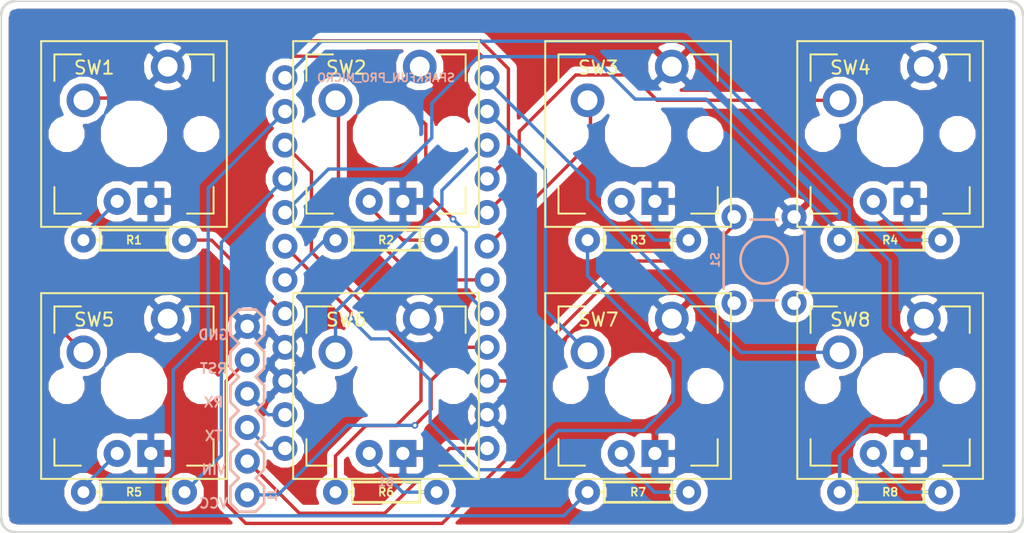
<source format=kicad_pcb>
(kicad_pcb (version 20171130) (host pcbnew 5.0.2-bee76a0~70~ubuntu18.04.1)

  (general
    (thickness 1.6)
    (drawings 14)
    (tracks 154)
    (zones 0)
    (modules 19)
    (nets 31)
  )

  (page A4)
  (layers
    (0 F.Cu signal)
    (31 B.Cu signal)
    (32 B.Adhes user)
    (33 F.Adhes user)
    (34 B.Paste user)
    (35 F.Paste user)
    (36 B.SilkS user)
    (37 F.SilkS user)
    (38 B.Mask user)
    (39 F.Mask user)
    (40 Dwgs.User user)
    (41 Cmts.User user)
    (42 Eco1.User user)
    (43 Eco2.User user)
    (44 Edge.Cuts user)
    (45 Margin user)
    (46 B.CrtYd user)
    (47 F.CrtYd user hide)
    (48 B.Fab user)
    (49 F.Fab user hide)
  )

  (setup
    (last_trace_width 0.254)
    (trace_clearance 0.508)
    (zone_clearance 0.508)
    (zone_45_only no)
    (trace_min 0.254)
    (segment_width 0.2)
    (edge_width 0.1)
    (via_size 0.508)
    (via_drill 0.254)
    (via_min_size 0.508)
    (via_min_drill 0.254)
    (uvia_size 0.508)
    (uvia_drill 0.254)
    (uvias_allowed no)
    (uvia_min_size 0.2)
    (uvia_min_drill 0.1)
    (pcb_text_width 0.15)
    (pcb_text_size 0.75 0.75)
    (mod_edge_width 0.15)
    (mod_text_size 1 1)
    (mod_text_width 0.15)
    (pad_size 1.5 1.5)
    (pad_drill 0.6)
    (pad_to_mask_clearance 0.0508)
    (solder_mask_min_width 0.25)
    (aux_axis_origin 0 0)
    (visible_elements FFFFFF7F)
    (pcbplotparams
      (layerselection 0x010fc_ffffffff)
      (usegerberextensions false)
      (usegerberattributes false)
      (usegerberadvancedattributes false)
      (creategerberjobfile false)
      (excludeedgelayer true)
      (linewidth 0.100000)
      (plotframeref true)
      (viasonmask true)
      (mode 1)
      (useauxorigin false)
      (hpglpennumber 1)
      (hpglpenspeed 20)
      (hpglpendiameter 15.000000)
      (psnegative false)
      (psa4output false)
      (plotreference true)
      (plotvalue true)
      (plotinvisibletext false)
      (padsonsilk false)
      (subtractmaskfromsilk false)
      (outputformat 1)
      (mirror false)
      (drillshape 0)
      (scaleselection 1)
      (outputdirectory "gerbers/Rev 1.1/"))
  )

  (net 0 "")
  (net 1 TX)
  (net 2 RX)
  (net 3 GND)
  (net 4 LED1)
  (net 5 LED2)
  (net 6 LED3)
  (net 7 LED4)
  (net 8 LED5)
  (net 9 LED6)
  (net 10 LED7)
  (net 11 LED8)
  (net 12 KEY8)
  (net 13 KEY7)
  (net 14 KEY6)
  (net 15 KEY5)
  (net 16 KEY4)
  (net 17 KEY3)
  (net 18 KEY2)
  (net 19 KEY1)
  (net 20 VCC)
  (net 21 RESET)
  (net 22 VIN)
  (net 23 "Net-(R1-PadP$2)")
  (net 24 "Net-(R2-PadP$2)")
  (net 25 "Net-(R3-PadP$2)")
  (net 26 "Net-(R4-PadP$2)")
  (net 27 "Net-(R5-PadP$2)")
  (net 28 "Net-(R6-PadP$2)")
  (net 29 "Net-(R7-PadP$2)")
  (net 30 "Net-(R8-PadP$2)")

  (net_class Default "This is the default net class."
    (clearance 0.508)
    (trace_width 0.254)
    (via_dia 0.508)
    (via_drill 0.254)
    (uvia_dia 0.508)
    (uvia_drill 0.254)
    (diff_pair_gap 0.254)
    (diff_pair_width 0.254)
    (add_net GND)
    (add_net KEY1)
    (add_net KEY2)
    (add_net KEY3)
    (add_net KEY4)
    (add_net KEY5)
    (add_net KEY6)
    (add_net KEY7)
    (add_net KEY8)
    (add_net LED1)
    (add_net LED2)
    (add_net LED3)
    (add_net LED4)
    (add_net LED5)
    (add_net LED6)
    (add_net LED7)
    (add_net LED8)
    (add_net "Net-(R1-PadP$2)")
    (add_net "Net-(R2-PadP$2)")
    (add_net "Net-(R3-PadP$2)")
    (add_net "Net-(R4-PadP$2)")
    (add_net "Net-(R5-PadP$2)")
    (add_net "Net-(R6-PadP$2)")
    (add_net "Net-(R7-PadP$2)")
    (add_net "Net-(R8-PadP$2)")
    (add_net RESET)
    (add_net RX)
    (add_net TX)
    (add_net VCC)
    (add_net VIN)
  )

  (module Resistors:AXIAL-0.3 (layer F.Cu) (tedit 5C510FF0) (tstamp 5C5114F4)
    (at 178 116)
    (descr AXIAL-0.3)
    (tags AXIAL-0.3)
    (path /5C536110)
    (attr virtual)
    (fp_text reference R8 (at 0 0) (layer F.SilkS)
      (effects (font (size 0.6096 0.6096) (thickness 0.127)))
    )
    (fp_text value RESISTORAXIAL-0.3 (at 0 1.397) (layer F.SilkS) hide
      (effects (font (size 0.6096 0.6096) (thickness 0.127)))
    )
    (fp_line (start -2.54 0) (end -2.794 0) (layer F.SilkS) (width 0.2032))
    (fp_line (start 2.54 0) (end 2.794 0) (layer F.SilkS) (width 0.2032))
    (fp_line (start -2.54 0) (end -2.54 -0.762) (layer F.SilkS) (width 0.2032))
    (fp_line (start -2.54 0.762) (end -2.54 0) (layer F.SilkS) (width 0.2032))
    (fp_line (start 2.54 0.762) (end -2.54 0.762) (layer F.SilkS) (width 0.2032))
    (fp_line (start 2.54 0) (end 2.54 0.762) (layer F.SilkS) (width 0.2032))
    (fp_line (start 2.54 -0.762) (end 2.54 0) (layer F.SilkS) (width 0.2032))
    (fp_line (start -2.54 -0.762) (end 2.54 -0.762) (layer F.SilkS) (width 0.2032))
    (pad P$2 thru_hole circle (at 3.81 0) (size 1.8796 1.8796) (drill 0.89916) (layers *.Cu *.Mask)
      (net 30 "Net-(R8-PadP$2)") (solder_mask_margin 0.1016))
    (pad P$1 thru_hole circle (at -3.81 0) (size 1.8796 1.8796) (drill 0.89916) (layers *.Cu *.Mask)
      (net 11 LED8) (solder_mask_margin 0.1016))
  )

  (module Boards:SPARKFUN_PRO_MICRO (layer B.Cu) (tedit 200000) (tstamp 5C511454)
    (at 140 100)
    (descr "SPARKFUN PRO MICO FOOTPRINT (WITH USB CONNECTOR)")
    (tags "SPARKFUN PRO MICO FOOTPRINT (WITH USB CONNECTOR)")
    (path /5C4E3640)
    (attr virtual)
    (fp_text reference B1 (at 0 15.24) (layer B.SilkS)
      (effects (font (size 0.6096 0.6096) (thickness 0.127)) (justify mirror))
    )
    (fp_text value SPARKFUN_PRO_MICRO (at 0 -15.24) (layer B.SilkS)
      (effects (font (size 0.6096 0.6096) (thickness 0.127)) (justify mirror))
    )
    (fp_line (start -8.89 16.51) (end -8.89 -16.51) (layer Dwgs.User) (width 0.127))
    (fp_line (start -8.89 -16.51) (end 8.89 -16.51) (layer Dwgs.User) (width 0.127))
    (fp_line (start 8.89 -16.51) (end 8.89 16.51) (layer Dwgs.User) (width 0.127))
    (fp_line (start 8.89 16.51) (end -8.89 16.51) (layer Dwgs.User) (width 0.127))
    (fp_line (start -3.81 16.51) (end -3.81 17.78) (layer Dwgs.User) (width 0.127))
    (fp_line (start -3.81 17.78) (end 3.81 17.78) (layer Dwgs.User) (width 0.127))
    (fp_line (start 3.81 17.78) (end 3.81 16.51) (layer Dwgs.User) (width 0.127))
    (fp_text user USB (at -0.0508 16.9164) (layer Dwgs.User)
      (effects (font (size 0.8128 0.8128) (thickness 0.1524)))
    )
    (pad 1 thru_hole circle (at -7.62 12.7) (size 1.8796 1.8796) (drill 1.016) (layers *.Cu *.Mask)
      (net 1 TX) (solder_mask_margin 0.1016))
    (pad 2 thru_hole circle (at -7.62 10.16) (size 1.8796 1.8796) (drill 1.016) (layers *.Cu *.Mask)
      (net 2 RX) (solder_mask_margin 0.1016))
    (pad 3 thru_hole circle (at -7.62 7.62) (size 1.8796 1.8796) (drill 1.016) (layers *.Cu *.Mask)
      (net 3 GND) (solder_mask_margin 0.1016))
    (pad 4 thru_hole circle (at -7.62 5.08) (size 1.8796 1.8796) (drill 1.016) (layers *.Cu *.Mask)
      (net 3 GND) (solder_mask_margin 0.1016))
    (pad 5 thru_hole circle (at -7.62 2.54) (size 1.8796 1.8796) (drill 1.016) (layers *.Cu *.Mask)
      (net 4 LED1) (solder_mask_margin 0.1016))
    (pad 6 thru_hole circle (at -7.62 0) (size 1.8796 1.8796) (drill 1.016) (layers *.Cu *.Mask)
      (net 5 LED2) (solder_mask_margin 0.1016))
    (pad 7 thru_hole circle (at -7.62 -2.54) (size 1.8796 1.8796) (drill 1.016) (layers *.Cu *.Mask)
      (net 6 LED3) (solder_mask_margin 0.1016))
    (pad 8 thru_hole circle (at -7.62 -5.08) (size 1.8796 1.8796) (drill 1.016) (layers *.Cu *.Mask)
      (net 7 LED4) (solder_mask_margin 0.1016))
    (pad 9 thru_hole circle (at -7.62 -7.62) (size 1.8796 1.8796) (drill 1.016) (layers *.Cu *.Mask)
      (net 8 LED5) (solder_mask_margin 0.1016))
    (pad 10 thru_hole circle (at -7.62 -10.16) (size 1.8796 1.8796) (drill 1.016) (layers *.Cu *.Mask)
      (net 9 LED6) (solder_mask_margin 0.1016))
    (pad 11 thru_hole circle (at -7.62 -12.7) (size 1.8796 1.8796) (drill 1.016) (layers *.Cu *.Mask)
      (net 10 LED7) (solder_mask_margin 0.1016))
    (pad 12 thru_hole circle (at -7.62 -15.24) (size 1.8796 1.8796) (drill 1.016) (layers *.Cu *.Mask)
      (net 11 LED8) (solder_mask_margin 0.1016))
    (pad 13 thru_hole circle (at 7.62 -15.24) (size 1.8796 1.8796) (drill 1.016) (layers *.Cu *.Mask)
      (net 12 KEY8) (solder_mask_margin 0.1016))
    (pad 14 thru_hole circle (at 7.62 -12.7) (size 1.8796 1.8796) (drill 1.016) (layers *.Cu *.Mask)
      (net 13 KEY7) (solder_mask_margin 0.1016))
    (pad 15 thru_hole circle (at 7.62 -10.16) (size 1.8796 1.8796) (drill 1.016) (layers *.Cu *.Mask)
      (net 14 KEY6) (solder_mask_margin 0.1016))
    (pad 16 thru_hole circle (at 7.62 -7.62) (size 1.8796 1.8796) (drill 1.016) (layers *.Cu *.Mask)
      (net 15 KEY5) (solder_mask_margin 0.1016))
    (pad 17 thru_hole circle (at 7.62 -5.08) (size 1.8796 1.8796) (drill 1.016) (layers *.Cu *.Mask)
      (net 16 KEY4) (solder_mask_margin 0.1016))
    (pad 18 thru_hole circle (at 7.62 -2.54) (size 1.8796 1.8796) (drill 1.016) (layers *.Cu *.Mask)
      (net 17 KEY3) (solder_mask_margin 0.1016))
    (pad 19 thru_hole circle (at 7.62 0) (size 1.8796 1.8796) (drill 1.016) (layers *.Cu *.Mask)
      (net 18 KEY2) (solder_mask_margin 0.1016))
    (pad 20 thru_hole circle (at 7.62 2.54) (size 1.8796 1.8796) (drill 1.016) (layers *.Cu *.Mask)
      (net 19 KEY1) (solder_mask_margin 0.1016))
    (pad 21 thru_hole circle (at 7.62 5.08) (size 1.8796 1.8796) (drill 1.016) (layers *.Cu *.Mask)
      (net 20 VCC) (solder_mask_margin 0.1016))
    (pad 22 thru_hole circle (at 7.62 7.62) (size 1.8796 1.8796) (drill 1.016) (layers *.Cu *.Mask)
      (net 21 RESET) (solder_mask_margin 0.1016))
    (pad 23 thru_hole circle (at 7.62 10.16) (size 1.8796 1.8796) (drill 1.016) (layers *.Cu *.Mask)
      (net 3 GND) (solder_mask_margin 0.1016))
    (pad 24 thru_hole circle (at 7.62 12.7) (size 1.8796 1.8796) (drill 1.016) (layers *.Cu *.Mask)
      (net 22 VIN) (solder_mask_margin 0.1016))
  )

  (module Connectors:1X06 (layer B.Cu) (tedit 5C510FB2) (tstamp 5C511484)
    (at 129.54 116.205 90)
    (descr "PLATED THROUGH HOLE - 6 PIN")
    (tags "PLATED THROUGH HOLE - 6 PIN")
    (path /5C608D79)
    (attr virtual)
    (fp_text reference J1 (at 0 1.905 90) (layer B.SilkS)
      (effects (font (size 0.6096 0.6096) (thickness 0.127)) (justify mirror))
    )
    (fp_text value CONN_06NO_SILK_FEMALE_PTH (at 0 -1.905 90) (layer B.SilkS) hide
      (effects (font (size 0.6096 0.6096) (thickness 0.127)) (justify mirror))
    )
    (fp_line (start 11.43 0.635) (end 12.065 1.27) (layer B.SilkS) (width 0.2032))
    (fp_line (start 12.065 1.27) (end 13.335 1.27) (layer B.SilkS) (width 0.2032))
    (fp_line (start 13.335 1.27) (end 13.97 0.635) (layer B.SilkS) (width 0.2032))
    (fp_line (start 13.97 -0.635) (end 13.335 -1.27) (layer B.SilkS) (width 0.2032))
    (fp_line (start 13.335 -1.27) (end 12.065 -1.27) (layer B.SilkS) (width 0.2032))
    (fp_line (start 12.065 -1.27) (end 11.43 -0.635) (layer B.SilkS) (width 0.2032))
    (fp_line (start 6.985 1.27) (end 8.255 1.27) (layer B.SilkS) (width 0.2032))
    (fp_line (start 8.255 1.27) (end 8.89 0.635) (layer B.SilkS) (width 0.2032))
    (fp_line (start 8.89 -0.635) (end 8.255 -1.27) (layer B.SilkS) (width 0.2032))
    (fp_line (start 8.89 0.635) (end 9.525 1.27) (layer B.SilkS) (width 0.2032))
    (fp_line (start 9.525 1.27) (end 10.795 1.27) (layer B.SilkS) (width 0.2032))
    (fp_line (start 10.795 1.27) (end 11.43 0.635) (layer B.SilkS) (width 0.2032))
    (fp_line (start 11.43 -0.635) (end 10.795 -1.27) (layer B.SilkS) (width 0.2032))
    (fp_line (start 10.795 -1.27) (end 9.525 -1.27) (layer B.SilkS) (width 0.2032))
    (fp_line (start 9.525 -1.27) (end 8.89 -0.635) (layer B.SilkS) (width 0.2032))
    (fp_line (start 3.81 0.635) (end 4.445 1.27) (layer B.SilkS) (width 0.2032))
    (fp_line (start 4.445 1.27) (end 5.715 1.27) (layer B.SilkS) (width 0.2032))
    (fp_line (start 5.715 1.27) (end 6.35 0.635) (layer B.SilkS) (width 0.2032))
    (fp_line (start 6.35 -0.635) (end 5.715 -1.27) (layer B.SilkS) (width 0.2032))
    (fp_line (start 5.715 -1.27) (end 4.445 -1.27) (layer B.SilkS) (width 0.2032))
    (fp_line (start 4.445 -1.27) (end 3.81 -0.635) (layer B.SilkS) (width 0.2032))
    (fp_line (start 6.985 1.27) (end 6.35 0.635) (layer B.SilkS) (width 0.2032))
    (fp_line (start 6.35 -0.635) (end 6.985 -1.27) (layer B.SilkS) (width 0.2032))
    (fp_line (start 8.255 -1.27) (end 6.985 -1.27) (layer B.SilkS) (width 0.2032))
    (fp_line (start -0.635 1.27) (end 0.635 1.27) (layer B.SilkS) (width 0.2032))
    (fp_line (start 0.635 1.27) (end 1.27 0.635) (layer B.SilkS) (width 0.2032))
    (fp_line (start 1.27 -0.635) (end 0.635 -1.27) (layer B.SilkS) (width 0.2032))
    (fp_line (start 1.27 0.635) (end 1.905 1.27) (layer B.SilkS) (width 0.2032))
    (fp_line (start 1.905 1.27) (end 3.175 1.27) (layer B.SilkS) (width 0.2032))
    (fp_line (start 3.175 1.27) (end 3.81 0.635) (layer B.SilkS) (width 0.2032))
    (fp_line (start 3.81 -0.635) (end 3.175 -1.27) (layer B.SilkS) (width 0.2032))
    (fp_line (start 3.175 -1.27) (end 1.905 -1.27) (layer B.SilkS) (width 0.2032))
    (fp_line (start 1.905 -1.27) (end 1.27 -0.635) (layer B.SilkS) (width 0.2032))
    (fp_line (start -1.27 0.635) (end -1.27 -0.635) (layer B.SilkS) (width 0.2032))
    (fp_line (start -0.635 1.27) (end -1.27 0.635) (layer B.SilkS) (width 0.2032))
    (fp_line (start -1.27 -0.635) (end -0.635 -1.27) (layer B.SilkS) (width 0.2032))
    (fp_line (start 0.635 -1.27) (end -0.635 -1.27) (layer B.SilkS) (width 0.2032))
    (fp_line (start 13.97 0.635) (end 13.97 -0.635) (layer B.SilkS) (width 0.2032))
    (pad 1 thru_hole circle (at 0 0 90) (size 1.8796 1.8796) (drill 1.016) (layers *.Cu *.Mask)
      (net 20 VCC) (solder_mask_margin 0.1016))
    (pad 2 thru_hole circle (at 2.54 0 90) (size 1.8796 1.8796) (drill 1.016) (layers *.Cu *.Mask)
      (net 22 VIN) (solder_mask_margin 0.1016))
    (pad 3 thru_hole circle (at 5.08 0 90) (size 1.8796 1.8796) (drill 1.016) (layers *.Cu *.Mask)
      (net 1 TX) (solder_mask_margin 0.1016))
    (pad 4 thru_hole circle (at 7.62 0 90) (size 1.8796 1.8796) (drill 1.016) (layers *.Cu *.Mask)
      (net 2 RX) (solder_mask_margin 0.1016))
    (pad 5 thru_hole circle (at 10.16 0 90) (size 1.8796 1.8796) (drill 1.016) (layers *.Cu *.Mask)
      (net 21 RESET) (solder_mask_margin 0.1016))
    (pad 6 thru_hole circle (at 12.7 0 90) (size 1.8796 1.8796) (drill 1.016) (layers *.Cu *.Mask)
      (net 3 GND) (solder_mask_margin 0.1016))
  )

  (module Resistors:AXIAL-0.3 (layer F.Cu) (tedit 5C510FEB) (tstamp 5C511492)
    (at 121 97 180)
    (descr AXIAL-0.3)
    (tags AXIAL-0.3)
    (path /5C62D37B)
    (attr virtual)
    (fp_text reference R1 (at 0 0 180) (layer F.SilkS)
      (effects (font (size 0.6096 0.6096) (thickness 0.127)))
    )
    (fp_text value RESISTORAXIAL-0.3 (at 0 1.397 180) (layer F.SilkS) hide
      (effects (font (size 0.6096 0.6096) (thickness 0.127)))
    )
    (fp_line (start -2.54 -0.762) (end 2.54 -0.762) (layer F.SilkS) (width 0.2032))
    (fp_line (start 2.54 -0.762) (end 2.54 0) (layer F.SilkS) (width 0.2032))
    (fp_line (start 2.54 0) (end 2.54 0.762) (layer F.SilkS) (width 0.2032))
    (fp_line (start 2.54 0.762) (end -2.54 0.762) (layer F.SilkS) (width 0.2032))
    (fp_line (start -2.54 0.762) (end -2.54 0) (layer F.SilkS) (width 0.2032))
    (fp_line (start -2.54 0) (end -2.54 -0.762) (layer F.SilkS) (width 0.2032))
    (fp_line (start 2.54 0) (end 2.794 0) (layer F.SilkS) (width 0.2032))
    (fp_line (start -2.54 0) (end -2.794 0) (layer F.SilkS) (width 0.2032))
    (pad P$1 thru_hole circle (at -3.81 0 180) (size 1.8796 1.8796) (drill 0.89916) (layers *.Cu *.Mask)
      (net 4 LED1) (solder_mask_margin 0.1016))
    (pad P$2 thru_hole circle (at 3.81 0 180) (size 1.8796 1.8796) (drill 0.89916) (layers *.Cu *.Mask)
      (net 23 "Net-(R1-PadP$2)") (solder_mask_margin 0.1016))
  )

  (module Resistors:AXIAL-0.3 (layer F.Cu) (tedit 5C511046) (tstamp 5C5114A0)
    (at 140 97)
    (descr AXIAL-0.3)
    (tags AXIAL-0.3)
    (path /5C53424C)
    (attr virtual)
    (fp_text reference R2 (at 0 0) (layer F.SilkS)
      (effects (font (size 0.6096 0.6096) (thickness 0.127)))
    )
    (fp_text value RESISTORAXIAL-0.3 (at 0 1.397) (layer F.SilkS) hide
      (effects (font (size 0.6096 0.6096) (thickness 0.127)))
    )
    (fp_line (start -2.54 -0.762) (end 2.54 -0.762) (layer F.SilkS) (width 0.2032))
    (fp_line (start 2.54 -0.762) (end 2.54 0) (layer F.SilkS) (width 0.2032))
    (fp_line (start 2.54 0) (end 2.54 0.762) (layer F.SilkS) (width 0.2032))
    (fp_line (start 2.54 0.762) (end -2.54 0.762) (layer F.SilkS) (width 0.2032))
    (fp_line (start -2.54 0.762) (end -2.54 0) (layer F.SilkS) (width 0.2032))
    (fp_line (start -2.54 0) (end -2.54 -0.762) (layer F.SilkS) (width 0.2032))
    (fp_line (start 2.54 0) (end 2.794 0) (layer F.SilkS) (width 0.2032))
    (fp_line (start -2.54 0) (end -2.794 0) (layer F.SilkS) (width 0.2032))
    (pad P$1 thru_hole circle (at -3.81 0) (size 1.8796 1.8796) (drill 0.89916) (layers *.Cu *.Mask)
      (net 5 LED2) (solder_mask_margin 0.1016))
    (pad P$2 thru_hole circle (at 3.81 0) (size 1.8796 1.8796) (drill 0.89916) (layers *.Cu *.Mask)
      (net 24 "Net-(R2-PadP$2)") (solder_mask_margin 0.1016))
  )

  (module Resistors:AXIAL-0.3 (layer F.Cu) (tedit 5C511054) (tstamp 5C5114AE)
    (at 159 97)
    (descr AXIAL-0.3)
    (tags AXIAL-0.3)
    (path /5C5360C8)
    (attr virtual)
    (fp_text reference R3 (at 0 0) (layer F.SilkS)
      (effects (font (size 0.6096 0.6096) (thickness 0.127)))
    )
    (fp_text value RESISTORAXIAL-0.3 (at 0 1.397) (layer F.SilkS) hide
      (effects (font (size 0.6096 0.6096) (thickness 0.127)))
    )
    (fp_line (start -2.54 0) (end -2.794 0) (layer F.SilkS) (width 0.2032))
    (fp_line (start 2.54 0) (end 2.794 0) (layer F.SilkS) (width 0.2032))
    (fp_line (start -2.54 0) (end -2.54 -0.762) (layer F.SilkS) (width 0.2032))
    (fp_line (start -2.54 0.762) (end -2.54 0) (layer F.SilkS) (width 0.2032))
    (fp_line (start 2.54 0.762) (end -2.54 0.762) (layer F.SilkS) (width 0.2032))
    (fp_line (start 2.54 0) (end 2.54 0.762) (layer F.SilkS) (width 0.2032))
    (fp_line (start 2.54 -0.762) (end 2.54 0) (layer F.SilkS) (width 0.2032))
    (fp_line (start -2.54 -0.762) (end 2.54 -0.762) (layer F.SilkS) (width 0.2032))
    (pad P$2 thru_hole circle (at 3.81 0) (size 1.8796 1.8796) (drill 0.89916) (layers *.Cu *.Mask)
      (net 25 "Net-(R3-PadP$2)") (solder_mask_margin 0.1016))
    (pad P$1 thru_hole circle (at -3.81 0) (size 1.8796 1.8796) (drill 0.89916) (layers *.Cu *.Mask)
      (net 6 LED3) (solder_mask_margin 0.1016))
  )

  (module Resistors:AXIAL-0.3 (layer F.Cu) (tedit 5C511062) (tstamp 5C5114BC)
    (at 178 97)
    (descr AXIAL-0.3)
    (tags AXIAL-0.3)
    (path /5C5360F8)
    (attr virtual)
    (fp_text reference R4 (at 0 0) (layer F.SilkS)
      (effects (font (size 0.6096 0.6096) (thickness 0.127)))
    )
    (fp_text value RESISTORAXIAL-0.3 (at 0 1.397) (layer F.SilkS) hide
      (effects (font (size 0.6096 0.6096) (thickness 0.127)))
    )
    (fp_line (start -2.54 -0.762) (end 2.54 -0.762) (layer F.SilkS) (width 0.2032))
    (fp_line (start 2.54 -0.762) (end 2.54 0) (layer F.SilkS) (width 0.2032))
    (fp_line (start 2.54 0) (end 2.54 0.762) (layer F.SilkS) (width 0.2032))
    (fp_line (start 2.54 0.762) (end -2.54 0.762) (layer F.SilkS) (width 0.2032))
    (fp_line (start -2.54 0.762) (end -2.54 0) (layer F.SilkS) (width 0.2032))
    (fp_line (start -2.54 0) (end -2.54 -0.762) (layer F.SilkS) (width 0.2032))
    (fp_line (start 2.54 0) (end 2.794 0) (layer F.SilkS) (width 0.2032))
    (fp_line (start -2.54 0) (end -2.794 0) (layer F.SilkS) (width 0.2032))
    (pad P$1 thru_hole circle (at -3.81 0) (size 1.8796 1.8796) (drill 0.89916) (layers *.Cu *.Mask)
      (net 7 LED4) (solder_mask_margin 0.1016))
    (pad P$2 thru_hole circle (at 3.81 0) (size 1.8796 1.8796) (drill 0.89916) (layers *.Cu *.Mask)
      (net 26 "Net-(R4-PadP$2)") (solder_mask_margin 0.1016))
  )

  (module Resistors:AXIAL-0.3 (layer F.Cu) (tedit 5C51105E) (tstamp 5C5114CA)
    (at 121 116 180)
    (descr AXIAL-0.3)
    (tags AXIAL-0.3)
    (path /5C532EE6)
    (attr virtual)
    (fp_text reference R5 (at 0 0 180) (layer F.SilkS)
      (effects (font (size 0.6096 0.6096) (thickness 0.127)))
    )
    (fp_text value RESISTORAXIAL-0.3 (at 0 1.397 180) (layer F.SilkS) hide
      (effects (font (size 0.6096 0.6096) (thickness 0.127)))
    )
    (fp_line (start -2.54 -0.762) (end 2.54 -0.762) (layer F.SilkS) (width 0.2032))
    (fp_line (start 2.54 -0.762) (end 2.54 0) (layer F.SilkS) (width 0.2032))
    (fp_line (start 2.54 0) (end 2.54 0.762) (layer F.SilkS) (width 0.2032))
    (fp_line (start 2.54 0.762) (end -2.54 0.762) (layer F.SilkS) (width 0.2032))
    (fp_line (start -2.54 0.762) (end -2.54 0) (layer F.SilkS) (width 0.2032))
    (fp_line (start -2.54 0) (end -2.54 -0.762) (layer F.SilkS) (width 0.2032))
    (fp_line (start 2.54 0) (end 2.794 0) (layer F.SilkS) (width 0.2032))
    (fp_line (start -2.54 0) (end -2.794 0) (layer F.SilkS) (width 0.2032))
    (pad P$1 thru_hole circle (at -3.81 0 180) (size 1.8796 1.8796) (drill 0.89916) (layers *.Cu *.Mask)
      (net 8 LED5) (solder_mask_margin 0.1016))
    (pad P$2 thru_hole circle (at 3.81 0 180) (size 1.8796 1.8796) (drill 0.89916) (layers *.Cu *.Mask)
      (net 27 "Net-(R5-PadP$2)") (solder_mask_margin 0.1016))
  )

  (module Resistors:AXIAL-0.3 (layer F.Cu) (tedit 5C51102C) (tstamp 5C5114D8)
    (at 140 116)
    (descr AXIAL-0.3)
    (tags AXIAL-0.3)
    (path /5C534264)
    (attr virtual)
    (fp_text reference R6 (at 0 0) (layer F.SilkS)
      (effects (font (size 0.6096 0.6096) (thickness 0.127)))
    )
    (fp_text value RESISTORAXIAL-0.3 (at -1.19 5) (layer F.SilkS) hide
      (effects (font (size 0.6096 0.6096) (thickness 0.127)))
    )
    (fp_line (start -2.54 0) (end -2.794 0) (layer F.SilkS) (width 0.2032))
    (fp_line (start 2.54 0) (end 2.794 0) (layer F.SilkS) (width 0.2032))
    (fp_line (start -2.54 0) (end -2.54 -0.762) (layer F.SilkS) (width 0.2032))
    (fp_line (start -2.54 0.762) (end -2.54 0) (layer F.SilkS) (width 0.2032))
    (fp_line (start 2.54 0.762) (end -2.54 0.762) (layer F.SilkS) (width 0.2032))
    (fp_line (start 2.54 0) (end 2.54 0.762) (layer F.SilkS) (width 0.2032))
    (fp_line (start 2.54 -0.762) (end 2.54 0) (layer F.SilkS) (width 0.2032))
    (fp_line (start -2.54 -0.762) (end 2.54 -0.762) (layer F.SilkS) (width 0.2032))
    (pad P$2 thru_hole circle (at 3.81 0) (size 1.8796 1.8796) (drill 0.89916) (layers *.Cu *.Mask)
      (net 28 "Net-(R6-PadP$2)") (solder_mask_margin 0.1016))
    (pad P$1 thru_hole circle (at -3.81 0) (size 1.8796 1.8796) (drill 0.89916) (layers *.Cu *.Mask)
      (net 9 LED6) (solder_mask_margin 0.1016))
  )

  (module Resistors:AXIAL-0.3 (layer F.Cu) (tedit 5C510FFF) (tstamp 5C5114E6)
    (at 159 116)
    (descr AXIAL-0.3)
    (tags AXIAL-0.3)
    (path /5C5360E0)
    (attr virtual)
    (fp_text reference R7 (at 0 0) (layer F.SilkS)
      (effects (font (size 0.6096 0.6096) (thickness 0.127)))
    )
    (fp_text value RESISTORAXIAL-0.3 (at 0 1.397) (layer F.SilkS) hide
      (effects (font (size 0.6096 0.6096) (thickness 0.127)))
    )
    (fp_line (start -2.54 0) (end -2.794 0) (layer F.SilkS) (width 0.2032))
    (fp_line (start 2.54 0) (end 2.794 0) (layer F.SilkS) (width 0.2032))
    (fp_line (start -2.54 0) (end -2.54 -0.762) (layer F.SilkS) (width 0.2032))
    (fp_line (start -2.54 0.762) (end -2.54 0) (layer F.SilkS) (width 0.2032))
    (fp_line (start 2.54 0.762) (end -2.54 0.762) (layer F.SilkS) (width 0.2032))
    (fp_line (start 2.54 0) (end 2.54 0.762) (layer F.SilkS) (width 0.2032))
    (fp_line (start 2.54 -0.762) (end 2.54 0) (layer F.SilkS) (width 0.2032))
    (fp_line (start -2.54 -0.762) (end 2.54 -0.762) (layer F.SilkS) (width 0.2032))
    (pad P$2 thru_hole circle (at 3.81 0) (size 1.8796 1.8796) (drill 0.89916) (layers *.Cu *.Mask)
      (net 29 "Net-(R7-PadP$2)") (solder_mask_margin 0.1016))
    (pad P$1 thru_hole circle (at -3.81 0) (size 1.8796 1.8796) (drill 0.89916) (layers *.Cu *.Mask)
      (net 10 LED7) (solder_mask_margin 0.1016))
  )

  (module Switches:TACTILE_SWITCH_PTH_6.0MM (layer B.Cu) (tedit 5C510FE3) (tstamp 5C511510)
    (at 168.5 98.5 270)
    (descr "MOMENTARY SWITCH (PUSHBUTTON) - SPST - PTH, 6.0MM SQUARE")
    (tags "MOMENTARY SWITCH (PUSHBUTTON) - SPST - PTH, 6.0MM SQUARE")
    (path /5C53698D)
    (attr virtual)
    (fp_text reference S1 (at 0 3.683 270) (layer B.SilkS)
      (effects (font (size 0.6096 0.6096) (thickness 0.127)) (justify mirror))
    )
    (fp_text value MOMENTARY-SWITCH-SPST-PTH-6.0MM (at 0 -3.81 270) (layer B.SilkS) hide
      (effects (font (size 0.6096 0.6096) (thickness 0.127)) (justify mirror))
    )
    (fp_line (start 3.048 1.016) (end 3.048 2.54) (layer Dwgs.User) (width 0.2032))
    (fp_line (start 3.048 2.54) (end 2.54 3.048) (layer Dwgs.User) (width 0.2032))
    (fp_line (start 2.54 -3.048) (end 3.048 -2.54) (layer Dwgs.User) (width 0.2032))
    (fp_line (start 3.048 -2.54) (end 3.048 -1.016) (layer Dwgs.User) (width 0.2032))
    (fp_line (start -2.54 3.048) (end -3.048 2.54) (layer Dwgs.User) (width 0.2032))
    (fp_line (start -3.048 2.54) (end -3.048 1.016) (layer Dwgs.User) (width 0.2032))
    (fp_line (start -2.54 -3.048) (end -3.048 -2.54) (layer Dwgs.User) (width 0.2032))
    (fp_line (start -3.048 -2.54) (end -3.048 -1.016) (layer Dwgs.User) (width 0.2032))
    (fp_line (start 2.54 -3.048) (end 2.159 -3.048) (layer Dwgs.User) (width 0.2032))
    (fp_line (start -2.54 -3.048) (end -2.159 -3.048) (layer Dwgs.User) (width 0.2032))
    (fp_line (start -2.54 3.048) (end -2.159 3.048) (layer Dwgs.User) (width 0.2032))
    (fp_line (start 2.54 3.048) (end 2.159 3.048) (layer Dwgs.User) (width 0.2032))
    (fp_line (start 2.159 3.048) (end -2.159 3.048) (layer B.SilkS) (width 0.2032))
    (fp_line (start -2.159 -3.048) (end 2.159 -3.048) (layer B.SilkS) (width 0.2032))
    (fp_line (start 3.048 0.99568) (end 3.048 -1.016) (layer B.SilkS) (width 0.2032))
    (fp_line (start -3.048 1.02616) (end -3.048 -1.016) (layer B.SilkS) (width 0.2032))
    (fp_line (start -2.54 1.27) (end -2.54 0.508) (layer Dwgs.User) (width 0.2032))
    (fp_line (start -2.54 -0.508) (end -2.54 -1.27) (layer Dwgs.User) (width 0.2032))
    (fp_line (start -2.54 0.508) (end -2.159 -0.381) (layer Dwgs.User) (width 0.2032))
    (fp_circle (center 0 0) (end 0 1.778) (layer B.SilkS) (width 0.2032))
    (pad 1 thru_hole circle (at -3.2512 2.2606 270) (size 1.8796 1.8796) (drill 1.016) (layers *.Cu *.Mask)
      (net 21 RESET) (solder_mask_margin 0.1016))
    (pad 2 thru_hole circle (at 3.2512 2.2606 270) (size 1.8796 1.8796) (drill 1.016) (layers *.Cu *.Mask)
      (solder_mask_margin 0.1016))
    (pad 3 thru_hole circle (at -3.2512 -2.2606 270) (size 1.8796 1.8796) (drill 1.016) (layers *.Cu *.Mask)
      (net 3 GND) (solder_mask_margin 0.1016))
    (pad 4 thru_hole circle (at 3.2512 -2.2606 270) (size 1.8796 1.8796) (drill 1.016) (layers *.Cu *.Mask)
      (solder_mask_margin 0.1016))
  )

  (module libkeyswitch-1_0_0:MX_LED (layer F.Cu) (tedit 5C50BA14) (tstamp 5C51152B)
    (at 121 89)
    (path /5C62C44F)
    (fp_text reference SW1 (at -3 -5) (layer F.SilkS)
      (effects (font (size 1 1) (thickness 0.15)))
    )
    (fp_text value MOMENTARY-SWITCH-SPST-LED-PTH-CHERRY (at 0 -8) (layer F.Fab)
      (effects (font (size 1 1) (thickness 0.15)))
    )
    (fp_line (start -6 6) (end -6 4) (layer F.SilkS) (width 0.15))
    (fp_line (start -4 6) (end -6 6) (layer F.SilkS) (width 0.15))
    (fp_line (start 6 6) (end 4 6) (layer F.SilkS) (width 0.15))
    (fp_line (start 6 4) (end 6 6) (layer F.SilkS) (width 0.15))
    (fp_line (start 6 -6) (end 6 -4) (layer F.SilkS) (width 0.15))
    (fp_line (start 4 -6) (end 6 -6) (layer F.SilkS) (width 0.15))
    (fp_line (start -6 -6) (end -4 -6) (layer F.SilkS) (width 0.15))
    (fp_line (start -6 -4) (end -6 -6) (layer F.SilkS) (width 0.15))
    (fp_line (start 7 -7) (end -7 -7) (layer F.SilkS) (width 0.15))
    (fp_line (start 7 7) (end 7 -7) (layer F.SilkS) (width 0.15))
    (fp_line (start -7 7) (end 7 7) (layer F.SilkS) (width 0.15))
    (fp_line (start -7 -7) (end -7 7) (layer F.SilkS) (width 0.15))
    (fp_line (start -9 -9) (end 9 -9) (layer F.CrtYd) (width 0.15))
    (fp_line (start 9 -9) (end 9 9) (layer F.CrtYd) (width 0.15))
    (fp_line (start 9 9) (end -9 9) (layer F.CrtYd) (width 0.15))
    (fp_line (start -9 9) (end -9 -9) (layer F.CrtYd) (width 0.15))
    (pad "" np_thru_hole circle (at 5.08 0) (size 1.7018 1.7018) (drill 1.7018) (layers *.Cu *.Mask))
    (pad "" np_thru_hole circle (at -5.08 0) (size 1.7018 1.7018) (drill 1.7018) (layers *.Cu *.Mask))
    (pad "" np_thru_hole circle (at 0 0) (size 3.9878 3.9878) (drill 3.9878) (layers *.Cu *.Mask))
    (pad S1 thru_hole circle (at -3.81 -2.54) (size 2.54 2.54) (drill 1.4986) (layers *.Cu *.Mask)
      (net 19 KEY1))
    (pad S2 thru_hole circle (at 2.54 -5.08) (size 2.54 2.54) (drill 1.4986) (layers *.Cu *.Mask)
      (net 3 GND))
    (pad K thru_hole rect (at 1.27 5.08) (size 2.032 2.032) (drill 0.9906) (layers *.Cu *.Mask)
      (net 3 GND))
    (pad A thru_hole circle (at -1.27 5.08) (size 2.032 2.032) (drill 0.9906) (layers *.Cu *.Mask)
      (net 23 "Net-(R1-PadP$2)"))
  )

  (module libkeyswitch-1_0_0:MX_LED (layer F.Cu) (tedit 5C50BA14) (tstamp 5C511546)
    (at 140 89)
    (path /5C534244)
    (fp_text reference SW2 (at -3 -5) (layer F.SilkS)
      (effects (font (size 1 1) (thickness 0.15)))
    )
    (fp_text value MOMENTARY-SWITCH-SPST-LED-PTH-CHERRY (at 0 -8) (layer F.Fab)
      (effects (font (size 1 1) (thickness 0.15)))
    )
    (fp_line (start -6 6) (end -6 4) (layer F.SilkS) (width 0.15))
    (fp_line (start -4 6) (end -6 6) (layer F.SilkS) (width 0.15))
    (fp_line (start 6 6) (end 4 6) (layer F.SilkS) (width 0.15))
    (fp_line (start 6 4) (end 6 6) (layer F.SilkS) (width 0.15))
    (fp_line (start 6 -6) (end 6 -4) (layer F.SilkS) (width 0.15))
    (fp_line (start 4 -6) (end 6 -6) (layer F.SilkS) (width 0.15))
    (fp_line (start -6 -6) (end -4 -6) (layer F.SilkS) (width 0.15))
    (fp_line (start -6 -4) (end -6 -6) (layer F.SilkS) (width 0.15))
    (fp_line (start 7 -7) (end -7 -7) (layer F.SilkS) (width 0.15))
    (fp_line (start 7 7) (end 7 -7) (layer F.SilkS) (width 0.15))
    (fp_line (start -7 7) (end 7 7) (layer F.SilkS) (width 0.15))
    (fp_line (start -7 -7) (end -7 7) (layer F.SilkS) (width 0.15))
    (fp_line (start -9 -9) (end 9 -9) (layer F.CrtYd) (width 0.15))
    (fp_line (start 9 -9) (end 9 9) (layer F.CrtYd) (width 0.15))
    (fp_line (start 9 9) (end -9 9) (layer F.CrtYd) (width 0.15))
    (fp_line (start -9 9) (end -9 -9) (layer F.CrtYd) (width 0.15))
    (pad "" np_thru_hole circle (at 5.08 0) (size 1.7018 1.7018) (drill 1.7018) (layers *.Cu *.Mask))
    (pad "" np_thru_hole circle (at -5.08 0) (size 1.7018 1.7018) (drill 1.7018) (layers *.Cu *.Mask))
    (pad "" np_thru_hole circle (at 0 0) (size 3.9878 3.9878) (drill 3.9878) (layers *.Cu *.Mask))
    (pad S1 thru_hole circle (at -3.81 -2.54) (size 2.54 2.54) (drill 1.4986) (layers *.Cu *.Mask)
      (net 18 KEY2))
    (pad S2 thru_hole circle (at 2.54 -5.08) (size 2.54 2.54) (drill 1.4986) (layers *.Cu *.Mask)
      (net 3 GND))
    (pad K thru_hole rect (at 1.27 5.08) (size 2.032 2.032) (drill 0.9906) (layers *.Cu *.Mask)
      (net 3 GND))
    (pad A thru_hole circle (at -1.27 5.08) (size 2.032 2.032) (drill 0.9906) (layers *.Cu *.Mask)
      (net 24 "Net-(R2-PadP$2)"))
  )

  (module libkeyswitch-1_0_0:MX_LED (layer F.Cu) (tedit 5C50BA14) (tstamp 5C511561)
    (at 159 89)
    (path /5C5360C0)
    (fp_text reference SW3 (at -3 -5) (layer F.SilkS)
      (effects (font (size 1 1) (thickness 0.15)))
    )
    (fp_text value MOMENTARY-SWITCH-SPST-LED-PTH-CHERRY (at 0 -8) (layer F.Fab)
      (effects (font (size 1 1) (thickness 0.15)))
    )
    (fp_line (start -9 9) (end -9 -9) (layer F.CrtYd) (width 0.15))
    (fp_line (start 9 9) (end -9 9) (layer F.CrtYd) (width 0.15))
    (fp_line (start 9 -9) (end 9 9) (layer F.CrtYd) (width 0.15))
    (fp_line (start -9 -9) (end 9 -9) (layer F.CrtYd) (width 0.15))
    (fp_line (start -7 -7) (end -7 7) (layer F.SilkS) (width 0.15))
    (fp_line (start -7 7) (end 7 7) (layer F.SilkS) (width 0.15))
    (fp_line (start 7 7) (end 7 -7) (layer F.SilkS) (width 0.15))
    (fp_line (start 7 -7) (end -7 -7) (layer F.SilkS) (width 0.15))
    (fp_line (start -6 -4) (end -6 -6) (layer F.SilkS) (width 0.15))
    (fp_line (start -6 -6) (end -4 -6) (layer F.SilkS) (width 0.15))
    (fp_line (start 4 -6) (end 6 -6) (layer F.SilkS) (width 0.15))
    (fp_line (start 6 -6) (end 6 -4) (layer F.SilkS) (width 0.15))
    (fp_line (start 6 4) (end 6 6) (layer F.SilkS) (width 0.15))
    (fp_line (start 6 6) (end 4 6) (layer F.SilkS) (width 0.15))
    (fp_line (start -4 6) (end -6 6) (layer F.SilkS) (width 0.15))
    (fp_line (start -6 6) (end -6 4) (layer F.SilkS) (width 0.15))
    (pad A thru_hole circle (at -1.27 5.08) (size 2.032 2.032) (drill 0.9906) (layers *.Cu *.Mask)
      (net 25 "Net-(R3-PadP$2)"))
    (pad K thru_hole rect (at 1.27 5.08) (size 2.032 2.032) (drill 0.9906) (layers *.Cu *.Mask)
      (net 3 GND))
    (pad S2 thru_hole circle (at 2.54 -5.08) (size 2.54 2.54) (drill 1.4986) (layers *.Cu *.Mask)
      (net 3 GND))
    (pad S1 thru_hole circle (at -3.81 -2.54) (size 2.54 2.54) (drill 1.4986) (layers *.Cu *.Mask)
      (net 17 KEY3))
    (pad "" np_thru_hole circle (at 0 0) (size 3.9878 3.9878) (drill 3.9878) (layers *.Cu *.Mask))
    (pad "" np_thru_hole circle (at -5.08 0) (size 1.7018 1.7018) (drill 1.7018) (layers *.Cu *.Mask))
    (pad "" np_thru_hole circle (at 5.08 0) (size 1.7018 1.7018) (drill 1.7018) (layers *.Cu *.Mask))
  )

  (module libkeyswitch-1_0_0:MX_LED (layer F.Cu) (tedit 5C50BA14) (tstamp 5C51157C)
    (at 178 89)
    (path /5C5360F0)
    (fp_text reference SW4 (at -3 -5) (layer F.SilkS)
      (effects (font (size 1 1) (thickness 0.15)))
    )
    (fp_text value MOMENTARY-SWITCH-SPST-LED-PTH-CHERRY (at 0 -8) (layer F.Fab)
      (effects (font (size 1 1) (thickness 0.15)))
    )
    (fp_line (start -9 9) (end -9 -9) (layer F.CrtYd) (width 0.15))
    (fp_line (start 9 9) (end -9 9) (layer F.CrtYd) (width 0.15))
    (fp_line (start 9 -9) (end 9 9) (layer F.CrtYd) (width 0.15))
    (fp_line (start -9 -9) (end 9 -9) (layer F.CrtYd) (width 0.15))
    (fp_line (start -7 -7) (end -7 7) (layer F.SilkS) (width 0.15))
    (fp_line (start -7 7) (end 7 7) (layer F.SilkS) (width 0.15))
    (fp_line (start 7 7) (end 7 -7) (layer F.SilkS) (width 0.15))
    (fp_line (start 7 -7) (end -7 -7) (layer F.SilkS) (width 0.15))
    (fp_line (start -6 -4) (end -6 -6) (layer F.SilkS) (width 0.15))
    (fp_line (start -6 -6) (end -4 -6) (layer F.SilkS) (width 0.15))
    (fp_line (start 4 -6) (end 6 -6) (layer F.SilkS) (width 0.15))
    (fp_line (start 6 -6) (end 6 -4) (layer F.SilkS) (width 0.15))
    (fp_line (start 6 4) (end 6 6) (layer F.SilkS) (width 0.15))
    (fp_line (start 6 6) (end 4 6) (layer F.SilkS) (width 0.15))
    (fp_line (start -4 6) (end -6 6) (layer F.SilkS) (width 0.15))
    (fp_line (start -6 6) (end -6 4) (layer F.SilkS) (width 0.15))
    (pad A thru_hole circle (at -1.27 5.08) (size 2.032 2.032) (drill 0.9906) (layers *.Cu *.Mask)
      (net 26 "Net-(R4-PadP$2)"))
    (pad K thru_hole rect (at 1.27 5.08) (size 2.032 2.032) (drill 0.9906) (layers *.Cu *.Mask)
      (net 3 GND))
    (pad S2 thru_hole circle (at 2.54 -5.08) (size 2.54 2.54) (drill 1.4986) (layers *.Cu *.Mask)
      (net 3 GND))
    (pad S1 thru_hole circle (at -3.81 -2.54) (size 2.54 2.54) (drill 1.4986) (layers *.Cu *.Mask)
      (net 16 KEY4))
    (pad "" np_thru_hole circle (at 0 0) (size 3.9878 3.9878) (drill 3.9878) (layers *.Cu *.Mask))
    (pad "" np_thru_hole circle (at -5.08 0) (size 1.7018 1.7018) (drill 1.7018) (layers *.Cu *.Mask))
    (pad "" np_thru_hole circle (at 5.08 0) (size 1.7018 1.7018) (drill 1.7018) (layers *.Cu *.Mask))
  )

  (module libkeyswitch-1_0_0:MX_LED (layer F.Cu) (tedit 5C50BA14) (tstamp 5C511597)
    (at 121 108)
    (path /5C532EDE)
    (fp_text reference SW5 (at -3 -5) (layer F.SilkS)
      (effects (font (size 1 1) (thickness 0.15)))
    )
    (fp_text value MOMENTARY-SWITCH-SPST-LED-PTH-CHERRY (at 0 -8) (layer F.Fab)
      (effects (font (size 1 1) (thickness 0.15)))
    )
    (fp_line (start -6 6) (end -6 4) (layer F.SilkS) (width 0.15))
    (fp_line (start -4 6) (end -6 6) (layer F.SilkS) (width 0.15))
    (fp_line (start 6 6) (end 4 6) (layer F.SilkS) (width 0.15))
    (fp_line (start 6 4) (end 6 6) (layer F.SilkS) (width 0.15))
    (fp_line (start 6 -6) (end 6 -4) (layer F.SilkS) (width 0.15))
    (fp_line (start 4 -6) (end 6 -6) (layer F.SilkS) (width 0.15))
    (fp_line (start -6 -6) (end -4 -6) (layer F.SilkS) (width 0.15))
    (fp_line (start -6 -4) (end -6 -6) (layer F.SilkS) (width 0.15))
    (fp_line (start 7 -7) (end -7 -7) (layer F.SilkS) (width 0.15))
    (fp_line (start 7 7) (end 7 -7) (layer F.SilkS) (width 0.15))
    (fp_line (start -7 7) (end 7 7) (layer F.SilkS) (width 0.15))
    (fp_line (start -7 -7) (end -7 7) (layer F.SilkS) (width 0.15))
    (fp_line (start -9 -9) (end 9 -9) (layer F.CrtYd) (width 0.15))
    (fp_line (start 9 -9) (end 9 9) (layer F.CrtYd) (width 0.15))
    (fp_line (start 9 9) (end -9 9) (layer F.CrtYd) (width 0.15))
    (fp_line (start -9 9) (end -9 -9) (layer F.CrtYd) (width 0.15))
    (pad "" np_thru_hole circle (at 5.08 0) (size 1.7018 1.7018) (drill 1.7018) (layers *.Cu *.Mask))
    (pad "" np_thru_hole circle (at -5.08 0) (size 1.7018 1.7018) (drill 1.7018) (layers *.Cu *.Mask))
    (pad "" np_thru_hole circle (at 0 0) (size 3.9878 3.9878) (drill 3.9878) (layers *.Cu *.Mask))
    (pad S1 thru_hole circle (at -3.81 -2.54) (size 2.54 2.54) (drill 1.4986) (layers *.Cu *.Mask)
      (net 15 KEY5))
    (pad S2 thru_hole circle (at 2.54 -5.08) (size 2.54 2.54) (drill 1.4986) (layers *.Cu *.Mask)
      (net 3 GND))
    (pad K thru_hole rect (at 1.27 5.08) (size 2.032 2.032) (drill 0.9906) (layers *.Cu *.Mask)
      (net 3 GND))
    (pad A thru_hole circle (at -1.27 5.08) (size 2.032 2.032) (drill 0.9906) (layers *.Cu *.Mask)
      (net 27 "Net-(R5-PadP$2)"))
  )

  (module libkeyswitch-1_0_0:MX_LED (layer F.Cu) (tedit 5C50BA14) (tstamp 5C5115B2)
    (at 140 108)
    (path /5C53425C)
    (fp_text reference SW6 (at -3 -5) (layer F.SilkS)
      (effects (font (size 1 1) (thickness 0.15)))
    )
    (fp_text value MOMENTARY-SWITCH-SPST-LED-PTH-CHERRY (at 0 -8) (layer F.Fab)
      (effects (font (size 1 1) (thickness 0.15)))
    )
    (fp_line (start -9 9) (end -9 -9) (layer F.CrtYd) (width 0.15))
    (fp_line (start 9 9) (end -9 9) (layer F.CrtYd) (width 0.15))
    (fp_line (start 9 -9) (end 9 9) (layer F.CrtYd) (width 0.15))
    (fp_line (start -9 -9) (end 9 -9) (layer F.CrtYd) (width 0.15))
    (fp_line (start -7 -7) (end -7 7) (layer F.SilkS) (width 0.15))
    (fp_line (start -7 7) (end 7 7) (layer F.SilkS) (width 0.15))
    (fp_line (start 7 7) (end 7 -7) (layer F.SilkS) (width 0.15))
    (fp_line (start 7 -7) (end -7 -7) (layer F.SilkS) (width 0.15))
    (fp_line (start -6 -4) (end -6 -6) (layer F.SilkS) (width 0.15))
    (fp_line (start -6 -6) (end -4 -6) (layer F.SilkS) (width 0.15))
    (fp_line (start 4 -6) (end 6 -6) (layer F.SilkS) (width 0.15))
    (fp_line (start 6 -6) (end 6 -4) (layer F.SilkS) (width 0.15))
    (fp_line (start 6 4) (end 6 6) (layer F.SilkS) (width 0.15))
    (fp_line (start 6 6) (end 4 6) (layer F.SilkS) (width 0.15))
    (fp_line (start -4 6) (end -6 6) (layer F.SilkS) (width 0.15))
    (fp_line (start -6 6) (end -6 4) (layer F.SilkS) (width 0.15))
    (pad A thru_hole circle (at -1.27 5.08) (size 2.032 2.032) (drill 0.9906) (layers *.Cu *.Mask)
      (net 28 "Net-(R6-PadP$2)"))
    (pad K thru_hole rect (at 1.27 5.08) (size 2.032 2.032) (drill 0.9906) (layers *.Cu *.Mask)
      (net 3 GND))
    (pad S2 thru_hole circle (at 2.54 -5.08) (size 2.54 2.54) (drill 1.4986) (layers *.Cu *.Mask)
      (net 3 GND))
    (pad S1 thru_hole circle (at -3.81 -2.54) (size 2.54 2.54) (drill 1.4986) (layers *.Cu *.Mask)
      (net 14 KEY6))
    (pad "" np_thru_hole circle (at 0 0) (size 3.9878 3.9878) (drill 3.9878) (layers *.Cu *.Mask))
    (pad "" np_thru_hole circle (at -5.08 0) (size 1.7018 1.7018) (drill 1.7018) (layers *.Cu *.Mask))
    (pad "" np_thru_hole circle (at 5.08 0) (size 1.7018 1.7018) (drill 1.7018) (layers *.Cu *.Mask))
  )

  (module libkeyswitch-1_0_0:MX_LED (layer F.Cu) (tedit 5C50BA14) (tstamp 5C5115CD)
    (at 159 108)
    (path /5C5360D8)
    (fp_text reference SW7 (at -3 -5) (layer F.SilkS)
      (effects (font (size 1 1) (thickness 0.15)))
    )
    (fp_text value MOMENTARY-SWITCH-SPST-LED-PTH-CHERRY (at 0 -8) (layer F.Fab)
      (effects (font (size 1 1) (thickness 0.15)))
    )
    (fp_line (start -9 9) (end -9 -9) (layer F.CrtYd) (width 0.15))
    (fp_line (start 9 9) (end -9 9) (layer F.CrtYd) (width 0.15))
    (fp_line (start 9 -9) (end 9 9) (layer F.CrtYd) (width 0.15))
    (fp_line (start -9 -9) (end 9 -9) (layer F.CrtYd) (width 0.15))
    (fp_line (start -7 -7) (end -7 7) (layer F.SilkS) (width 0.15))
    (fp_line (start -7 7) (end 7 7) (layer F.SilkS) (width 0.15))
    (fp_line (start 7 7) (end 7 -7) (layer F.SilkS) (width 0.15))
    (fp_line (start 7 -7) (end -7 -7) (layer F.SilkS) (width 0.15))
    (fp_line (start -6 -4) (end -6 -6) (layer F.SilkS) (width 0.15))
    (fp_line (start -6 -6) (end -4 -6) (layer F.SilkS) (width 0.15))
    (fp_line (start 4 -6) (end 6 -6) (layer F.SilkS) (width 0.15))
    (fp_line (start 6 -6) (end 6 -4) (layer F.SilkS) (width 0.15))
    (fp_line (start 6 4) (end 6 6) (layer F.SilkS) (width 0.15))
    (fp_line (start 6 6) (end 4 6) (layer F.SilkS) (width 0.15))
    (fp_line (start -4 6) (end -6 6) (layer F.SilkS) (width 0.15))
    (fp_line (start -6 6) (end -6 4) (layer F.SilkS) (width 0.15))
    (pad A thru_hole circle (at -1.27 5.08) (size 2.032 2.032) (drill 0.9906) (layers *.Cu *.Mask)
      (net 29 "Net-(R7-PadP$2)"))
    (pad K thru_hole rect (at 1.27 5.08) (size 2.032 2.032) (drill 0.9906) (layers *.Cu *.Mask)
      (net 3 GND))
    (pad S2 thru_hole circle (at 2.54 -5.08) (size 2.54 2.54) (drill 1.4986) (layers *.Cu *.Mask)
      (net 3 GND))
    (pad S1 thru_hole circle (at -3.81 -2.54) (size 2.54 2.54) (drill 1.4986) (layers *.Cu *.Mask)
      (net 13 KEY7))
    (pad "" np_thru_hole circle (at 0 0) (size 3.9878 3.9878) (drill 3.9878) (layers *.Cu *.Mask))
    (pad "" np_thru_hole circle (at -5.08 0) (size 1.7018 1.7018) (drill 1.7018) (layers *.Cu *.Mask))
    (pad "" np_thru_hole circle (at 5.08 0) (size 1.7018 1.7018) (drill 1.7018) (layers *.Cu *.Mask))
  )

  (module libkeyswitch-1_0_0:MX_LED (layer F.Cu) (tedit 5C50BA14) (tstamp 5C5115E8)
    (at 178 108)
    (path /5C536108)
    (fp_text reference SW8 (at -3 -5) (layer F.SilkS)
      (effects (font (size 1 1) (thickness 0.15)))
    )
    (fp_text value MOMENTARY-SWITCH-SPST-LED-PTH-CHERRY (at 0 -8) (layer F.Fab)
      (effects (font (size 1 1) (thickness 0.15)))
    )
    (fp_line (start -6 6) (end -6 4) (layer F.SilkS) (width 0.15))
    (fp_line (start -4 6) (end -6 6) (layer F.SilkS) (width 0.15))
    (fp_line (start 6 6) (end 4 6) (layer F.SilkS) (width 0.15))
    (fp_line (start 6 4) (end 6 6) (layer F.SilkS) (width 0.15))
    (fp_line (start 6 -6) (end 6 -4) (layer F.SilkS) (width 0.15))
    (fp_line (start 4 -6) (end 6 -6) (layer F.SilkS) (width 0.15))
    (fp_line (start -6 -6) (end -4 -6) (layer F.SilkS) (width 0.15))
    (fp_line (start -6 -4) (end -6 -6) (layer F.SilkS) (width 0.15))
    (fp_line (start 7 -7) (end -7 -7) (layer F.SilkS) (width 0.15))
    (fp_line (start 7 7) (end 7 -7) (layer F.SilkS) (width 0.15))
    (fp_line (start -7 7) (end 7 7) (layer F.SilkS) (width 0.15))
    (fp_line (start -7 -7) (end -7 7) (layer F.SilkS) (width 0.15))
    (fp_line (start -9 -9) (end 9 -9) (layer F.CrtYd) (width 0.15))
    (fp_line (start 9 -9) (end 9 9) (layer F.CrtYd) (width 0.15))
    (fp_line (start 9 9) (end -9 9) (layer F.CrtYd) (width 0.15))
    (fp_line (start -9 9) (end -9 -9) (layer F.CrtYd) (width 0.15))
    (pad "" np_thru_hole circle (at 5.08 0) (size 1.7018 1.7018) (drill 1.7018) (layers *.Cu *.Mask))
    (pad "" np_thru_hole circle (at -5.08 0) (size 1.7018 1.7018) (drill 1.7018) (layers *.Cu *.Mask))
    (pad "" np_thru_hole circle (at 0 0) (size 3.9878 3.9878) (drill 3.9878) (layers *.Cu *.Mask))
    (pad S1 thru_hole circle (at -3.81 -2.54) (size 2.54 2.54) (drill 1.4986) (layers *.Cu *.Mask)
      (net 12 KEY8))
    (pad S2 thru_hole circle (at 2.54 -5.08) (size 2.54 2.54) (drill 1.4986) (layers *.Cu *.Mask)
      (net 3 GND))
    (pad K thru_hole rect (at 1.27 5.08) (size 2.032 2.032) (drill 0.9906) (layers *.Cu *.Mask)
      (net 3 GND))
    (pad A thru_hole circle (at -1.27 5.08) (size 2.032 2.032) (drill 0.9906) (layers *.Cu *.Mask)
      (net 30 "Net-(R8-PadP$2)"))
  )

  (gr_text GND (at 127 104.14) (layer B.SilkS)
    (effects (font (size 0.75 0.75) (thickness 0.15)) (justify mirror))
  )
  (gr_text "RST\n" (at 127 106.68) (layer B.SilkS)
    (effects (font (size 0.75 0.75) (thickness 0.15)) (justify mirror))
  )
  (gr_text RX (at 127 109.22) (layer B.SilkS)
    (effects (font (size 0.75 0.75) (thickness 0.15)) (justify mirror))
  )
  (gr_text "TX\n" (at 127 111.76) (layer B.SilkS)
    (effects (font (size 0.75 0.75) (thickness 0.15)) (justify mirror))
  )
  (gr_text "VIN\n" (at 127 114.3) (layer B.SilkS)
    (effects (font (size 0.75 0.75) (thickness 0.15)) (justify mirror))
  )
  (gr_text "VCC\n" (at 127 116.84) (layer B.SilkS)
    (effects (font (size 0.75 0.75) (thickness 0.15)) (justify mirror))
  )
  (gr_line (start 112 119) (end 187 119) (layer Edge.Cuts) (width 0.1))
  (gr_line (start 111 80) (end 111 118) (layer Edge.Cuts) (width 0.1))
  (gr_line (start 187 79) (end 112 79) (layer Edge.Cuts) (width 0.1))
  (gr_line (start 188 118) (end 188 80) (layer Edge.Cuts) (width 0.1))
  (gr_arc (start 187 118) (end 187 119) (angle -90) (layer Edge.Cuts) (width 0.2))
  (gr_arc (start 112 118) (end 111 118) (angle -90) (layer Edge.Cuts) (width 0.2))
  (gr_arc (start 112 80) (end 112 79) (angle -90) (layer Edge.Cuts) (width 0.2))
  (gr_arc (start 187 80) (end 188 80) (angle -90) (layer Edge.Cuts) (width 0.2))

  (segment (start 129.54 111.125) (end 131.115 112.7) (width 0.254) (layer B.Cu) (net 1))
  (segment (start 131.115 112.7) (end 132.38 112.7) (width 0.254) (layer B.Cu) (net 1))
  (segment (start 129.54 108.585) (end 131.115 110.16) (width 0.254) (layer B.Cu) (net 2))
  (segment (start 131.115 110.16) (end 132.38 110.16) (width 0.254) (layer B.Cu) (net 2))
  (segment (start 124.81 97) (end 126.84 97) (width 0.254) (layer F.Cu) (net 4))
  (segment (start 126.84 97) (end 132.38 102.54) (width 0.254) (layer F.Cu) (net 4))
  (segment (start 136.19 97) (end 135.38 97) (width 0.254) (layer B.Cu) (net 5))
  (segment (start 135.38 97) (end 132.38 100) (width 0.254) (layer B.Cu) (net 5))
  (segment (start 137.3641 102.9435) (end 137.3641 102.4441) (width 0.254) (layer F.Cu) (net 6))
  (segment (start 137.3641 102.4441) (end 132.38 97.46) (width 0.254) (layer F.Cu) (net 6))
  (segment (start 155.19 97) (end 155.19 99.694) (width 0.254) (layer B.Cu) (net 6))
  (segment (start 155.19 99.694) (end 161.6568 106.1608) (width 0.254) (layer B.Cu) (net 6))
  (segment (start 161.6568 106.1608) (end 161.6568 109.1081) (width 0.254) (layer B.Cu) (net 6))
  (segment (start 161.6568 109.1081) (end 159.411 111.3539) (width 0.254) (layer B.Cu) (net 6))
  (segment (start 159.411 111.3539) (end 152.9476 111.3539) (width 0.254) (layer B.Cu) (net 6))
  (segment (start 152.9476 111.3539) (end 149.9938 114.3077) (width 0.254) (layer B.Cu) (net 6))
  (segment (start 149.9938 114.3077) (end 146.9075 114.3077) (width 0.254) (layer B.Cu) (net 6))
  (segment (start 146.9075 114.3077) (end 143.3252 110.7254) (width 0.254) (layer B.Cu) (net 6))
  (segment (start 143.3252 110.7254) (end 143.3252 107.5508) (width 0.254) (layer B.Cu) (net 6))
  (segment (start 143.3252 107.5508) (end 140.2199 104.4455) (width 0.254) (layer B.Cu) (net 6))
  (segment (start 140.2199 104.4455) (end 138.866 104.4455) (width 0.254) (layer B.Cu) (net 6))
  (segment (start 138.866 104.4455) (end 138.866 104.4454) (width 0.254) (layer B.Cu) (net 6))
  (segment (start 138.866 104.4454) (end 137.3641 102.9435) (width 0.254) (layer B.Cu) (net 6))
  (via (at 137.3641 102.9435) (size 0.508) (layers F.Cu B.Cu) (net 6))
  (segment (start 174.19 97) (end 174.19 96.4426) (width 0.254) (layer B.Cu) (net 7))
  (segment (start 174.19 96.4426) (end 164.1181 86.3707) (width 0.254) (layer B.Cu) (net 7))
  (segment (start 164.1181 86.3707) (end 158.7715 86.3707) (width 0.254) (layer B.Cu) (net 7))
  (segment (start 158.7715 86.3707) (end 155.5713 83.1705) (width 0.254) (layer B.Cu) (net 7))
  (segment (start 155.5713 83.1705) (end 146.9546 83.1705) (width 0.254) (layer B.Cu) (net 7))
  (segment (start 146.9546 83.1705) (end 143.4511 86.674) (width 0.254) (layer B.Cu) (net 7))
  (segment (start 143.4511 86.674) (end 143.4511 89.2935) (width 0.254) (layer B.Cu) (net 7))
  (segment (start 143.4511 89.2935) (end 141.101 91.6436) (width 0.254) (layer B.Cu) (net 7))
  (segment (start 141.101 91.6436) (end 135.6564 91.6436) (width 0.254) (layer B.Cu) (net 7))
  (segment (start 135.6564 91.6436) (end 132.38 94.92) (width 0.254) (layer B.Cu) (net 7))
  (segment (start 124.81 116) (end 127.5859 113.2241) (width 0.254) (layer B.Cu) (net 8))
  (segment (start 127.5859 113.2241) (end 127.5859 97.1741) (width 0.254) (layer B.Cu) (net 8))
  (segment (start 127.5859 97.1741) (end 132.38 92.38) (width 0.254) (layer B.Cu) (net 8))
  (segment (start 132.38 89.84) (end 134.3742 91.8342) (width 0.254) (layer F.Cu) (net 9))
  (segment (start 134.3742 91.8342) (end 134.3742 97.8782) (width 0.254) (layer F.Cu) (net 9))
  (segment (start 134.3742 97.8782) (end 142.6355 106.1395) (width 0.254) (layer F.Cu) (net 9))
  (segment (start 142.6355 106.1395) (end 142.6355 109.1128) (width 0.254) (layer F.Cu) (net 9))
  (segment (start 142.6355 109.1128) (end 140.7621 110.9862) (width 0.254) (layer F.Cu) (net 9))
  (segment (start 140.7621 110.9862) (end 138.4804 110.9862) (width 0.254) (layer F.Cu) (net 9))
  (segment (start 138.4804 110.9862) (end 136.19 113.2766) (width 0.254) (layer F.Cu) (net 9))
  (segment (start 136.19 113.2766) (end 136.19 116) (width 0.254) (layer F.Cu) (net 9))
  (segment (start 132.38 87.3) (end 126.5945 93.0855) (width 0.254) (layer B.Cu) (net 10))
  (segment (start 126.5945 93.0855) (end 126.5945 104.1439) (width 0.254) (layer B.Cu) (net 10))
  (segment (start 126.5945 104.1439) (end 123.9554 106.783) (width 0.254) (layer B.Cu) (net 10))
  (segment (start 123.9554 106.783) (end 123.9554 114.3908) (width 0.254) (layer B.Cu) (net 10))
  (segment (start 123.9554 114.3908) (end 123.1982 115.148) (width 0.254) (layer B.Cu) (net 10))
  (segment (start 123.1982 115.148) (end 123.1982 116.6931) (width 0.254) (layer B.Cu) (net 10))
  (segment (start 123.1982 116.6931) (end 124.2862 117.7811) (width 0.254) (layer B.Cu) (net 10))
  (segment (start 124.2862 117.7811) (end 153.4089 117.7811) (width 0.254) (layer B.Cu) (net 10))
  (segment (start 153.4089 117.7811) (end 155.19 116) (width 0.254) (layer B.Cu) (net 10))
  (segment (start 132.38 84.76) (end 135.1303 82.0097) (width 0.254) (layer B.Cu) (net 11))
  (segment (start 135.1303 82.0097) (end 162.3275 82.0097) (width 0.254) (layer B.Cu) (net 11))
  (segment (start 162.3275 82.0097) (end 174.9354 94.6176) (width 0.254) (layer B.Cu) (net 11))
  (segment (start 174.9354 94.6176) (end 174.9354 95.5178) (width 0.254) (layer B.Cu) (net 11))
  (segment (start 174.9354 95.5178) (end 177.9994 98.5818) (width 0.254) (layer B.Cu) (net 11))
  (segment (start 177.9994 98.5818) (end 177.9994 103.5034) (width 0.254) (layer B.Cu) (net 11))
  (segment (start 177.9994 103.5034) (end 180.6681 106.1721) (width 0.254) (layer B.Cu) (net 11))
  (segment (start 180.6681 106.1721) (end 180.6681 109.0649) (width 0.254) (layer B.Cu) (net 11))
  (segment (start 180.6681 109.0649) (end 178.7468 110.9862) (width 0.254) (layer B.Cu) (net 11))
  (segment (start 178.7468 110.9862) (end 176.4855 110.9862) (width 0.254) (layer B.Cu) (net 11))
  (segment (start 176.4855 110.9862) (end 174.19 113.2817) (width 0.254) (layer B.Cu) (net 11))
  (segment (start 174.19 113.2817) (end 174.19 116) (width 0.254) (layer B.Cu) (net 11))
  (segment (start 174.19 105.46) (end 166.7747 105.46) (width 0.254) (layer B.Cu) (net 12))
  (segment (start 166.7747 105.46) (end 155.19 93.8753) (width 0.254) (layer B.Cu) (net 12))
  (segment (start 155.19 93.8753) (end 155.19 92.538) (width 0.254) (layer B.Cu) (net 12))
  (segment (start 155.19 92.538) (end 147.62 84.968) (width 0.254) (layer B.Cu) (net 12))
  (segment (start 147.62 84.968) (end 147.62 84.76) (width 0.254) (layer B.Cu) (net 12))
  (segment (start 147.62 87.3) (end 152.0087 91.6887) (width 0.254) (layer B.Cu) (net 13))
  (segment (start 152.0087 91.6887) (end 152.0087 102.2787) (width 0.254) (layer B.Cu) (net 13))
  (segment (start 152.0087 102.2787) (end 155.19 105.46) (width 0.254) (layer B.Cu) (net 13))
  (segment (start 136.19 105.46) (end 136.19 102.3924) (width 0.254) (layer B.Cu) (net 14))
  (segment (start 136.19 102.3924) (end 144.2135 94.3689) (width 0.254) (layer B.Cu) (net 14))
  (segment (start 144.2135 94.3689) (end 144.2135 93.2465) (width 0.254) (layer B.Cu) (net 14))
  (segment (start 144.2135 93.2465) (end 147.62 89.84) (width 0.254) (layer B.Cu) (net 14))
  (segment (start 117.19 105.46) (end 114.4335 102.7035) (width 0.254) (layer F.Cu) (net 15))
  (segment (start 114.4335 102.7035) (end 114.4335 86.4847) (width 0.254) (layer F.Cu) (net 15))
  (segment (start 114.4335 86.4847) (end 118.9397 81.9785) (width 0.254) (layer F.Cu) (net 15))
  (segment (start 118.9397 81.9785) (end 147.1287 81.9785) (width 0.254) (layer F.Cu) (net 15))
  (segment (start 147.1287 81.9785) (end 149.2241 84.0739) (width 0.254) (layer F.Cu) (net 15))
  (segment (start 149.2241 84.0739) (end 149.2241 90.7759) (width 0.254) (layer F.Cu) (net 15))
  (segment (start 149.2241 90.7759) (end 147.62 92.38) (width 0.254) (layer F.Cu) (net 15))
  (segment (start 174.19 86.46) (end 160.4324 86.46) (width 0.254) (layer F.Cu) (net 16))
  (segment (start 160.4324 86.46) (end 158.5246 84.5522) (width 0.254) (layer F.Cu) (net 16))
  (segment (start 158.5246 84.5522) (end 154.3036 84.5522) (width 0.254) (layer F.Cu) (net 16))
  (segment (start 154.3036 84.5522) (end 150.0382 88.8176) (width 0.254) (layer F.Cu) (net 16))
  (segment (start 150.0382 88.8176) (end 150.0382 92.5018) (width 0.254) (layer F.Cu) (net 16))
  (segment (start 150.0382 92.5018) (end 147.62 94.92) (width 0.254) (layer F.Cu) (net 16))
  (segment (start 147.62 97.46) (end 155.4121 89.6679) (width 0.254) (layer F.Cu) (net 17))
  (segment (start 155.4121 89.6679) (end 155.4121 86.6821) (width 0.254) (layer F.Cu) (net 17))
  (segment (start 155.4121 86.6821) (end 155.19 86.46) (width 0.254) (layer F.Cu) (net 17))
  (segment (start 136.19 86.46) (end 136.412 86.682) (width 0.254) (layer F.Cu) (net 18))
  (segment (start 136.412 86.682) (end 136.412 94.0973) (width 0.254) (layer F.Cu) (net 18))
  (segment (start 136.412 94.0973) (end 142.3147 100) (width 0.254) (layer F.Cu) (net 18))
  (segment (start 142.3147 100) (end 147.62 100) (width 0.254) (layer F.Cu) (net 18))
  (segment (start 145.0535 95.4187) (end 146.035 96.4002) (width 0.254) (layer B.Cu) (net 19))
  (segment (start 146.035 96.4002) (end 146.035 100.955) (width 0.254) (layer B.Cu) (net 19))
  (segment (start 146.035 100.955) (end 147.62 102.54) (width 0.254) (layer B.Cu) (net 19))
  (segment (start 117.19 86.46) (end 117.357 86.293) (width 0.254) (layer F.Cu) (net 19))
  (segment (start 117.357 86.293) (end 125.3666 86.293) (width 0.254) (layer F.Cu) (net 19))
  (segment (start 125.3666 86.293) (end 128.522 83.1376) (width 0.254) (layer F.Cu) (net 19))
  (segment (start 128.522 83.1376) (end 137.8561 83.1376) (width 0.254) (layer F.Cu) (net 19))
  (segment (start 137.8561 83.1376) (end 142.9974 88.2789) (width 0.254) (layer F.Cu) (net 19))
  (segment (start 142.9974 88.2789) (end 142.9974 93.3626) (width 0.254) (layer F.Cu) (net 19))
  (segment (start 142.9974 93.3626) (end 145.0535 95.4187) (width 0.254) (layer F.Cu) (net 19))
  (via (at 145.0535 95.4187) (size 0.508) (layers F.Cu B.Cu) (net 19))
  (segment (start 147.62 105.08) (end 145.8895 105.08) (width 0.254) (layer F.Cu) (net 20))
  (segment (start 145.8895 105.08) (end 143.3979 107.5716) (width 0.254) (layer F.Cu) (net 20))
  (segment (start 143.3979 107.5716) (end 143.3979 109.7413) (width 0.254) (layer F.Cu) (net 20))
  (segment (start 143.3979 109.7413) (end 142.1749 110.9643) (width 0.254) (layer F.Cu) (net 20))
  (segment (start 129.54 116.205) (end 131.8569 116.205) (width 0.254) (layer B.Cu) (net 20))
  (segment (start 131.8569 116.205) (end 137.0976 110.9643) (width 0.254) (layer B.Cu) (net 20))
  (segment (start 137.0976 110.9643) (end 142.1749 110.9643) (width 0.254) (layer B.Cu) (net 20))
  (via (at 142.1749 110.9643) (size 0.508) (layers F.Cu B.Cu) (net 20))
  (segment (start 149.2009 107.62) (end 147.62 107.62) (width 0.254) (layer F.Cu) (net 21))
  (segment (start 166.2394 95.2488) (end 166.2394 95.8642) (width 0.254) (layer F.Cu) (net 21))
  (segment (start 166.2394 95.8642) (end 163.5284 98.5752) (width 0.254) (layer F.Cu) (net 21))
  (segment (start 163.5284 98.5752) (end 158.2457 98.5752) (width 0.254) (layer F.Cu) (net 21))
  (segment (start 158.2457 98.5752) (end 149.2009 107.62) (width 0.254) (layer F.Cu) (net 21))
  (segment (start 149.2009 107.62) (end 149.2009 113.3935) (width 0.254) (layer F.Cu) (net 21))
  (segment (start 149.2009 113.3935) (end 144.2398 118.3546) (width 0.254) (layer F.Cu) (net 21))
  (segment (start 144.2398 118.3546) (end 129.4231 118.3546) (width 0.254) (layer F.Cu) (net 21))
  (segment (start 129.4231 118.3546) (end 127.9544 116.8859) (width 0.254) (layer F.Cu) (net 21))
  (segment (start 127.9544 116.8859) (end 127.9544 107.6306) (width 0.254) (layer F.Cu) (net 21))
  (segment (start 127.9544 107.6306) (end 129.54 106.045) (width 0.254) (layer F.Cu) (net 21))
  (segment (start 129.54 113.665) (end 133.4655 117.5905) (width 0.254) (layer F.Cu) (net 22))
  (segment (start 133.4655 117.5905) (end 139.9053 117.5905) (width 0.254) (layer F.Cu) (net 22))
  (segment (start 139.9053 117.5905) (end 144.7958 112.7) (width 0.254) (layer F.Cu) (net 22))
  (segment (start 144.7958 112.7) (end 147.62 112.7) (width 0.254) (layer F.Cu) (net 22))
  (segment (start 119.73 94.08) (end 117.19 96.62) (width 0.254) (layer B.Cu) (net 23))
  (segment (start 117.19 96.62) (end 117.19 97) (width 0.254) (layer B.Cu) (net 23))
  (segment (start 138.73 94.08) (end 138.73 94.4705) (width 0.254) (layer F.Cu) (net 24))
  (segment (start 138.73 94.4705) (end 141.2595 97) (width 0.254) (layer F.Cu) (net 24))
  (segment (start 141.2595 97) (end 143.81 97) (width 0.254) (layer F.Cu) (net 24))
  (segment (start 157.73 94.08) (end 157.73 94.4729) (width 0.254) (layer B.Cu) (net 25))
  (segment (start 157.73 94.4729) (end 160.2571 97) (width 0.254) (layer B.Cu) (net 25))
  (segment (start 160.2571 97) (end 162.81 97) (width 0.254) (layer B.Cu) (net 25))
  (segment (start 176.73 94.08) (end 176.73 94.493) (width 0.254) (layer B.Cu) (net 26))
  (segment (start 176.73 94.493) (end 179.237 97) (width 0.254) (layer B.Cu) (net 26))
  (segment (start 179.237 97) (end 181.81 97) (width 0.254) (layer B.Cu) (net 26))
  (segment (start 119.73 113.08) (end 117.19 115.62) (width 0.254) (layer B.Cu) (net 27))
  (segment (start 117.19 115.62) (end 117.19 116) (width 0.254) (layer B.Cu) (net 27))
  (segment (start 138.73 113.08) (end 138.73 113.493) (width 0.254) (layer B.Cu) (net 28))
  (segment (start 138.73 113.493) (end 141.237 116) (width 0.254) (layer B.Cu) (net 28))
  (segment (start 141.237 116) (end 143.81 116) (width 0.254) (layer B.Cu) (net 28))
  (segment (start 157.73 113.08) (end 157.73 113.493) (width 0.254) (layer B.Cu) (net 29))
  (segment (start 157.73 113.493) (end 160.237 116) (width 0.254) (layer B.Cu) (net 29))
  (segment (start 160.237 116) (end 162.81 116) (width 0.254) (layer B.Cu) (net 29))
  (segment (start 176.73 113.08) (end 176.73 113.493) (width 0.254) (layer B.Cu) (net 30))
  (segment (start 176.73 113.493) (end 179.237 116) (width 0.254) (layer B.Cu) (net 30))
  (segment (start 179.237 116) (end 181.81 116) (width 0.254) (layer B.Cu) (net 30))

  (zone (net 3) (net_name GND) (layer B.Cu) (tstamp 5C5138CC) (hatch edge 0.508)
    (connect_pads (clearance 0.508))
    (min_thickness 0.254)
    (fill yes (arc_segments 16) (thermal_gap 0.508) (thermal_bridge_width 0.508))
    (polygon
      (pts
        (xy 188 80) (xy 188 118) (xy 187 119) (xy 112 119) (xy 111 118)
        (xy 111 80) (xy 112 79) (xy 187 79)
      )
    )
    (filled_polygon
      (pts
        (xy 186.856609 79.720877) (xy 187.095901 79.768475) (xy 187.177201 79.822798) (xy 187.231525 79.904101) (xy 187.279123 80.143391)
        (xy 187.315001 80.230008) (xy 187.315 117.769994) (xy 187.279123 117.856609) (xy 187.231525 118.095899) (xy 187.177201 118.177202)
        (xy 187.095901 118.231525) (xy 186.856609 118.279123) (xy 186.769994 118.315) (xy 153.968608 118.315) (xy 154.000783 118.266847)
        (xy 154.7467 117.52093) (xy 154.876753 117.5748) (xy 155.503247 117.5748) (xy 156.082052 117.335051) (xy 156.525051 116.892052)
        (xy 156.7648 116.313247) (xy 156.7648 115.686753) (xy 156.525051 115.107948) (xy 156.082052 114.664949) (xy 155.503247 114.4252)
        (xy 154.876753 114.4252) (xy 154.297948 114.664949) (xy 153.854949 115.107948) (xy 153.6152 115.686753) (xy 153.6152 116.313247)
        (xy 153.66907 116.4433) (xy 153.09327 117.0191) (xy 145.018003 117.0191) (xy 145.145051 116.892052) (xy 145.3848 116.313247)
        (xy 145.3848 115.686753) (xy 145.145051 115.107948) (xy 144.702052 114.664949) (xy 144.123247 114.4252) (xy 143.496753 114.4252)
        (xy 142.917948 114.664949) (xy 142.474949 115.107948) (xy 142.42108 115.238) (xy 141.552631 115.238) (xy 141.01494 114.70031)
        (xy 141.143 114.57225) (xy 141.143 113.207) (xy 141.397 113.207) (xy 141.397 114.57225) (xy 141.55575 114.731)
        (xy 142.412309 114.731) (xy 142.645698 114.634327) (xy 142.824327 114.455699) (xy 142.921 114.22231) (xy 142.921 113.36575)
        (xy 142.76225 113.207) (xy 141.397 113.207) (xy 141.143 113.207) (xy 141.123 113.207) (xy 141.123 112.953)
        (xy 141.143 112.953) (xy 141.143 112.933) (xy 141.397 112.933) (xy 141.397 112.953) (xy 142.76225 112.953)
        (xy 142.921 112.79425) (xy 142.921 111.93769) (xy 142.824327 111.704301) (xy 142.758231 111.638205) (xy 142.928558 111.467878)
        (xy 142.946568 111.424398) (xy 146.315618 114.793449) (xy 146.358129 114.857071) (xy 146.421751 114.899582) (xy 146.610181 115.025487)
        (xy 146.610182 115.025487) (xy 146.610183 115.025488) (xy 146.832452 115.0697) (xy 146.832456 115.0697) (xy 146.907499 115.084627)
        (xy 146.982542 115.0697) (xy 149.918757 115.0697) (xy 149.9938 115.084627) (xy 150.068843 115.0697) (xy 150.068848 115.0697)
        (xy 150.291117 115.025488) (xy 150.543171 114.857071) (xy 150.585683 114.793447) (xy 153.263231 112.1159) (xy 156.359234 112.1159)
        (xy 156.33035 112.144784) (xy 156.079 112.751596) (xy 156.079 113.408404) (xy 156.33035 114.015216) (xy 156.794784 114.47965)
        (xy 157.401596 114.731) (xy 157.89037 114.731) (xy 159.645118 116.485749) (xy 159.687629 116.549371) (xy 159.751251 116.591882)
        (xy 159.939681 116.717787) (xy 159.939682 116.717787) (xy 159.939683 116.717788) (xy 160.161952 116.762) (xy 160.161956 116.762)
        (xy 160.236999 116.776927) (xy 160.312042 116.762) (xy 161.42108 116.762) (xy 161.474949 116.892052) (xy 161.917948 117.335051)
        (xy 162.496753 117.5748) (xy 163.123247 117.5748) (xy 163.702052 117.335051) (xy 164.145051 116.892052) (xy 164.3848 116.313247)
        (xy 164.3848 115.686753) (xy 164.145051 115.107948) (xy 163.702052 114.664949) (xy 163.123247 114.4252) (xy 162.496753 114.4252)
        (xy 161.917948 114.664949) (xy 161.474949 115.107948) (xy 161.42108 115.238) (xy 160.552631 115.238) (xy 160.01494 114.70031)
        (xy 160.143 114.57225) (xy 160.143 113.207) (xy 160.397 113.207) (xy 160.397 114.57225) (xy 160.55575 114.731)
        (xy 161.412309 114.731) (xy 161.645698 114.634327) (xy 161.824327 114.455699) (xy 161.921 114.22231) (xy 161.921 113.36575)
        (xy 161.76225 113.207) (xy 160.397 113.207) (xy 160.143 113.207) (xy 160.123 113.207) (xy 160.123 112.953)
        (xy 160.143 112.953) (xy 160.143 112.933) (xy 160.397 112.933) (xy 160.397 112.953) (xy 161.76225 112.953)
        (xy 161.921 112.79425) (xy 161.921 111.93769) (xy 161.824327 111.704301) (xy 161.645698 111.525673) (xy 161.412309 111.429)
        (xy 160.55575 111.429) (xy 160.397002 111.587748) (xy 160.397002 111.445528) (xy 162.142549 109.699982) (xy 162.206171 109.657471)
        (xy 162.374588 109.405417) (xy 162.4188 109.183148) (xy 162.4188 109.183147) (xy 162.433728 109.1081) (xy 162.4188 109.033053)
        (xy 162.4188 107.704436) (xy 162.5941 107.704436) (xy 162.5941 108.295564) (xy 162.820314 108.841695) (xy 163.238305 109.259686)
        (xy 163.784436 109.4859) (xy 164.375564 109.4859) (xy 164.921695 109.259686) (xy 165.339686 108.841695) (xy 165.5659 108.295564)
        (xy 165.5659 107.704436) (xy 165.339686 107.158305) (xy 164.921695 106.740314) (xy 164.375564 106.5141) (xy 163.784436 106.5141)
        (xy 163.238305 106.740314) (xy 162.820314 107.158305) (xy 162.5941 107.704436) (xy 162.4188 107.704436) (xy 162.4188 106.235842)
        (xy 162.433727 106.160799) (xy 162.4188 106.085756) (xy 162.4188 106.085752) (xy 162.374588 105.863483) (xy 162.206171 105.611429)
        (xy 162.14255 105.568919) (xy 161.402872 104.829241) (xy 161.968632 104.814436) (xy 162.57648 104.562657) (xy 162.708172 104.267777)
        (xy 161.54 103.099605) (xy 161.525858 103.113748) (xy 161.346253 102.934143) (xy 161.360395 102.92) (xy 160.192223 101.751828)
        (xy 159.897343 101.88352) (xy 159.625739 102.591036) (xy 159.638129 103.064498) (xy 155.952 99.37837) (xy 155.952 98.38892)
        (xy 156.082052 98.335051) (xy 156.525051 97.892052) (xy 156.7648 97.313247) (xy 156.7648 96.686753) (xy 156.652354 96.415284)
        (xy 161.258776 101.021707) (xy 161.111368 101.025564) (xy 160.50352 101.277343) (xy 160.371828 101.572223) (xy 161.54 102.740395)
        (xy 161.554143 102.726253) (xy 161.733748 102.905858) (xy 161.719605 102.92) (xy 162.887777 104.088172) (xy 163.182657 103.95648)
        (xy 163.454261 103.248964) (xy 163.453407 103.216338) (xy 166.182818 105.945749) (xy 166.225329 106.009371) (xy 166.477383 106.177788)
        (xy 166.699652 106.222) (xy 166.699653 106.222) (xy 166.7747 106.236928) (xy 166.849747 106.222) (xy 172.443674 106.222)
        (xy 172.573419 106.535232) (xy 172.078305 106.740314) (xy 171.660314 107.158305) (xy 171.4341 107.704436) (xy 171.4341 108.295564)
        (xy 171.660314 108.841695) (xy 172.078305 109.259686) (xy 172.624436 109.4859) (xy 173.215564 109.4859) (xy 173.761695 109.259686)
        (xy 174.179686 108.841695) (xy 174.4059 108.295564) (xy 174.4059 107.704436) (xy 174.265302 107.365) (xy 174.568928 107.365)
        (xy 175.269096 107.074981) (xy 175.727554 106.616523) (xy 175.3711 107.477079) (xy 175.3711 108.522921) (xy 175.771326 109.489152)
        (xy 176.492924 110.21075) (xy 176.485499 110.209273) (xy 176.410456 110.2242) (xy 176.410452 110.2242) (xy 176.188183 110.268412)
        (xy 176.188182 110.268413) (xy 176.188181 110.268413) (xy 176.032527 110.372418) (xy 175.936129 110.436829) (xy 175.893618 110.500451)
        (xy 173.704253 112.689817) (xy 173.640629 112.732329) (xy 173.472212 112.984384) (xy 173.428 113.206653) (xy 173.428 113.206657)
        (xy 173.413073 113.2817) (xy 173.428 113.356743) (xy 173.428 114.611079) (xy 173.297948 114.664949) (xy 172.854949 115.107948)
        (xy 172.6152 115.686753) (xy 172.6152 116.313247) (xy 172.854949 116.892052) (xy 173.297948 117.335051) (xy 173.876753 117.5748)
        (xy 174.503247 117.5748) (xy 175.082052 117.335051) (xy 175.525051 116.892052) (xy 175.7648 116.313247) (xy 175.7648 115.686753)
        (xy 175.525051 115.107948) (xy 175.082052 114.664949) (xy 174.952 114.61108) (xy 174.952 113.59733) (xy 175.097138 113.452192)
        (xy 175.33035 114.015216) (xy 175.794784 114.47965) (xy 176.401596 114.731) (xy 176.89037 114.731) (xy 178.645118 116.485749)
        (xy 178.687629 116.549371) (xy 178.751251 116.591882) (xy 178.939681 116.717787) (xy 178.939682 116.717787) (xy 178.939683 116.717788)
        (xy 179.161952 116.762) (xy 179.161956 116.762) (xy 179.236999 116.776927) (xy 179.312042 116.762) (xy 180.42108 116.762)
        (xy 180.474949 116.892052) (xy 180.917948 117.335051) (xy 181.496753 117.5748) (xy 182.123247 117.5748) (xy 182.702052 117.335051)
        (xy 183.145051 116.892052) (xy 183.3848 116.313247) (xy 183.3848 115.686753) (xy 183.145051 115.107948) (xy 182.702052 114.664949)
        (xy 182.123247 114.4252) (xy 181.496753 114.4252) (xy 180.917948 114.664949) (xy 180.474949 115.107948) (xy 180.42108 115.238)
        (xy 179.552631 115.238) (xy 179.01494 114.70031) (xy 179.143 114.57225) (xy 179.143 113.207) (xy 179.397 113.207)
        (xy 179.397 114.57225) (xy 179.55575 114.731) (xy 180.412309 114.731) (xy 180.645698 114.634327) (xy 180.824327 114.455699)
        (xy 180.921 114.22231) (xy 180.921 113.36575) (xy 180.76225 113.207) (xy 179.397 113.207) (xy 179.143 113.207)
        (xy 179.123 113.207) (xy 179.123 112.953) (xy 179.143 112.953) (xy 179.143 112.933) (xy 179.397 112.933)
        (xy 179.397 112.953) (xy 180.76225 112.953) (xy 180.921 112.79425) (xy 180.921 111.93769) (xy 180.824327 111.704301)
        (xy 180.645698 111.525673) (xy 180.412309 111.429) (xy 179.55575 111.429) (xy 179.397002 111.587748) (xy 179.397002 111.429)
        (xy 179.38163 111.429) (xy 181.153849 109.656782) (xy 181.217471 109.614271) (xy 181.385888 109.362217) (xy 181.4301 109.139948)
        (xy 181.4301 109.139947) (xy 181.445028 109.0649) (xy 181.4301 108.989853) (xy 181.4301 107.704436) (xy 181.5941 107.704436)
        (xy 181.5941 108.295564) (xy 181.820314 108.841695) (xy 182.238305 109.259686) (xy 182.784436 109.4859) (xy 183.375564 109.4859)
        (xy 183.921695 109.259686) (xy 184.339686 108.841695) (xy 184.5659 108.295564) (xy 184.5659 107.704436) (xy 184.339686 107.158305)
        (xy 183.921695 106.740314) (xy 183.375564 106.5141) (xy 182.784436 106.5141) (xy 182.238305 106.740314) (xy 181.820314 107.158305)
        (xy 181.5941 107.704436) (xy 181.4301 107.704436) (xy 181.4301 106.247147) (xy 181.445028 106.1721) (xy 181.427852 106.085752)
        (xy 181.385888 105.874783) (xy 181.301548 105.748559) (xy 181.259982 105.686351) (xy 181.217471 105.622729) (xy 181.15385 105.580219)
        (xy 180.402872 104.829241) (xy 180.968632 104.814436) (xy 181.57648 104.562657) (xy 181.708172 104.267777) (xy 180.54 103.099605)
        (xy 180.525858 103.113748) (xy 180.346253 102.934143) (xy 180.360395 102.92) (xy 180.719605 102.92) (xy 181.887777 104.088172)
        (xy 182.182657 103.95648) (xy 182.454261 103.248964) (xy 182.434436 102.491368) (xy 182.182657 101.88352) (xy 181.887777 101.751828)
        (xy 180.719605 102.92) (xy 180.360395 102.92) (xy 179.192223 101.751828) (xy 178.897343 101.88352) (xy 178.7614 102.237645)
        (xy 178.7614 101.572223) (xy 179.371828 101.572223) (xy 180.54 102.740395) (xy 181.708172 101.572223) (xy 181.57648 101.277343)
        (xy 180.868964 101.005739) (xy 180.111368 101.025564) (xy 179.50352 101.277343) (xy 179.371828 101.572223) (xy 178.7614 101.572223)
        (xy 178.7614 98.656842) (xy 178.776327 98.581799) (xy 178.7614 98.506756) (xy 178.7614 98.506752) (xy 178.717188 98.284483)
        (xy 178.548771 98.032429) (xy 178.48515 97.989919) (xy 176.102228 95.606997) (xy 176.401596 95.731) (xy 176.89037 95.731)
        (xy 178.645118 97.485749) (xy 178.687629 97.549371) (xy 178.751251 97.591882) (xy 178.939681 97.717787) (xy 178.939682 97.717787)
        (xy 178.939683 97.717788) (xy 179.161952 97.762) (xy 179.161956 97.762) (xy 179.236999 97.776927) (xy 179.312042 97.762)
        (xy 180.42108 97.762) (xy 180.474949 97.892052) (xy 180.917948 98.335051) (xy 181.496753 98.5748) (xy 182.123247 98.5748)
        (xy 182.702052 98.335051) (xy 183.145051 97.892052) (xy 183.3848 97.313247) (xy 183.3848 96.686753) (xy 183.145051 96.107948)
        (xy 182.702052 95.664949) (xy 182.123247 95.4252) (xy 181.496753 95.4252) (xy 180.917948 95.664949) (xy 180.474949 96.107948)
        (xy 180.42108 96.238) (xy 179.552631 96.238) (xy 179.01494 95.70031) (xy 179.143 95.57225) (xy 179.143 94.207)
        (xy 179.397 94.207) (xy 179.397 95.57225) (xy 179.55575 95.731) (xy 180.412309 95.731) (xy 180.645698 95.634327)
        (xy 180.824327 95.455699) (xy 180.921 95.22231) (xy 180.921 94.36575) (xy 180.76225 94.207) (xy 179.397 94.207)
        (xy 179.143 94.207) (xy 179.123 94.207) (xy 179.123 93.953) (xy 179.143 93.953) (xy 179.143 92.58775)
        (xy 179.397 92.58775) (xy 179.397 93.953) (xy 180.76225 93.953) (xy 180.921 93.79425) (xy 180.921 92.93769)
        (xy 180.824327 92.704301) (xy 180.645698 92.525673) (xy 180.412309 92.429) (xy 179.55575 92.429) (xy 179.397 92.58775)
        (xy 179.143 92.58775) (xy 178.98425 92.429) (xy 178.127691 92.429) (xy 177.894302 92.525673) (xy 177.715673 92.704301)
        (xy 177.70791 92.723044) (xy 177.665216 92.68035) (xy 177.058404 92.429) (xy 176.401596 92.429) (xy 175.794784 92.68035)
        (xy 175.33035 93.144784) (xy 175.098925 93.703494) (xy 170.099867 88.704436) (xy 171.4341 88.704436) (xy 171.4341 89.295564)
        (xy 171.660314 89.841695) (xy 172.078305 90.259686) (xy 172.624436 90.4859) (xy 173.215564 90.4859) (xy 173.761695 90.259686)
        (xy 174.179686 89.841695) (xy 174.4059 89.295564) (xy 174.4059 88.704436) (xy 174.265302 88.365) (xy 174.568928 88.365)
        (xy 175.269096 88.074981) (xy 175.727554 87.616523) (xy 175.3711 88.477079) (xy 175.3711 89.522921) (xy 175.771326 90.489152)
        (xy 176.510848 91.228674) (xy 177.477079 91.6289) (xy 178.522921 91.6289) (xy 179.489152 91.228674) (xy 180.228674 90.489152)
        (xy 180.6289 89.522921) (xy 180.6289 88.704436) (xy 181.5941 88.704436) (xy 181.5941 89.295564) (xy 181.820314 89.841695)
        (xy 182.238305 90.259686) (xy 182.784436 90.4859) (xy 183.375564 90.4859) (xy 183.921695 90.259686) (xy 184.339686 89.841695)
        (xy 184.5659 89.295564) (xy 184.5659 88.704436) (xy 184.339686 88.158305) (xy 183.921695 87.740314) (xy 183.375564 87.5141)
        (xy 182.784436 87.5141) (xy 182.238305 87.740314) (xy 181.820314 88.158305) (xy 181.5941 88.704436) (xy 180.6289 88.704436)
        (xy 180.6289 88.477079) (xy 180.228674 87.510848) (xy 179.489152 86.771326) (xy 178.522921 86.3711) (xy 177.477079 86.3711)
        (xy 176.510848 86.771326) (xy 175.848753 87.433421) (xy 176.095 86.838928) (xy 176.095 86.081072) (xy 175.804981 85.380904)
        (xy 175.691854 85.267777) (xy 179.371828 85.267777) (xy 179.50352 85.562657) (xy 180.211036 85.834261) (xy 180.968632 85.814436)
        (xy 181.57648 85.562657) (xy 181.708172 85.267777) (xy 180.54 84.099605) (xy 179.371828 85.267777) (xy 175.691854 85.267777)
        (xy 175.269096 84.845019) (xy 174.568928 84.555) (xy 173.811072 84.555) (xy 173.110904 84.845019) (xy 172.575019 85.380904)
        (xy 172.285 86.081072) (xy 172.285 86.838928) (xy 172.573419 87.535232) (xy 172.078305 87.740314) (xy 171.660314 88.158305)
        (xy 171.4341 88.704436) (xy 170.099867 88.704436) (xy 164.986467 83.591036) (xy 178.625739 83.591036) (xy 178.645564 84.348632)
        (xy 178.897343 84.95648) (xy 179.192223 85.088172) (xy 180.360395 83.92) (xy 180.719605 83.92) (xy 181.887777 85.088172)
        (xy 182.182657 84.95648) (xy 182.454261 84.248964) (xy 182.434436 83.491368) (xy 182.182657 82.88352) (xy 181.887777 82.751828)
        (xy 180.719605 83.92) (xy 180.360395 83.92) (xy 179.192223 82.751828) (xy 178.897343 82.88352) (xy 178.625739 83.591036)
        (xy 164.986467 83.591036) (xy 163.967654 82.572223) (xy 179.371828 82.572223) (xy 180.54 83.740395) (xy 181.708172 82.572223)
        (xy 181.57648 82.277343) (xy 180.868964 82.005739) (xy 180.111368 82.025564) (xy 179.50352 82.277343) (xy 179.371828 82.572223)
        (xy 163.967654 82.572223) (xy 162.919384 81.523953) (xy 162.876871 81.460329) (xy 162.624817 81.291912) (xy 162.402548 81.2477)
        (xy 162.402543 81.2477) (xy 162.3275 81.232773) (xy 162.252457 81.2477) (xy 135.205347 81.2477) (xy 135.1303 81.232772)
        (xy 135.055253 81.2477) (xy 135.055252 81.2477) (xy 134.832983 81.291912) (xy 134.580929 81.460329) (xy 134.538418 81.523951)
        (xy 132.8233 83.23907) (xy 132.693247 83.1852) (xy 132.066753 83.1852) (xy 131.487948 83.424949) (xy 131.044949 83.867948)
        (xy 130.8052 84.446753) (xy 130.8052 85.073247) (xy 131.044949 85.652052) (xy 131.422897 86.03) (xy 131.044949 86.407948)
        (xy 130.8052 86.986753) (xy 130.8052 87.613247) (xy 130.85907 87.7433) (xy 126.108753 92.493617) (xy 126.045129 92.536129)
        (xy 125.876712 92.788184) (xy 125.8325 93.010453) (xy 125.8325 93.010457) (xy 125.817573 93.0855) (xy 125.8325 93.160543)
        (xy 125.8325 95.795397) (xy 125.702052 95.664949) (xy 125.123247 95.4252) (xy 124.496753 95.4252) (xy 123.917948 95.664949)
        (xy 123.474949 96.107948) (xy 123.2352 96.686753) (xy 123.2352 97.313247) (xy 123.474949 97.892052) (xy 123.917948 98.335051)
        (xy 124.496753 98.5748) (xy 125.123247 98.5748) (xy 125.702052 98.335051) (xy 125.8325 98.204603) (xy 125.832501 103.828268)
        (xy 123.469653 106.191117) (xy 123.406029 106.233629) (xy 123.237612 106.485684) (xy 123.231331 106.517262) (xy 123.228674 106.510848)
        (xy 122.489152 105.771326) (xy 121.522921 105.3711) (xy 120.477079 105.3711) (xy 119.510848 105.771326) (xy 118.848753 106.433421)
        (xy 119.095 105.838928) (xy 119.095 105.081072) (xy 118.804981 104.380904) (xy 118.691854 104.267777) (xy 122.371828 104.267777)
        (xy 122.50352 104.562657) (xy 123.211036 104.834261) (xy 123.968632 104.814436) (xy 124.57648 104.562657) (xy 124.708172 104.267777)
        (xy 123.54 103.099605) (xy 122.371828 104.267777) (xy 118.691854 104.267777) (xy 118.269096 103.845019) (xy 117.568928 103.555)
        (xy 116.811072 103.555) (xy 116.110904 103.845019) (xy 115.575019 104.380904) (xy 115.285 105.081072) (xy 115.285 105.838928)
        (xy 115.573419 106.535232) (xy 115.078305 106.740314) (xy 114.660314 107.158305) (xy 114.4341 107.704436) (xy 114.4341 108.295564)
        (xy 114.660314 108.841695) (xy 115.078305 109.259686) (xy 115.624436 109.4859) (xy 116.215564 109.4859) (xy 116.761695 109.259686)
        (xy 117.179686 108.841695) (xy 117.4059 108.295564) (xy 117.4059 107.704436) (xy 117.265302 107.365) (xy 117.568928 107.365)
        (xy 118.269096 107.074981) (xy 118.727554 106.616523) (xy 118.3711 107.477079) (xy 118.3711 108.522921) (xy 118.771326 109.489152)
        (xy 119.510848 110.228674) (xy 120.477079 110.6289) (xy 121.522921 110.6289) (xy 122.489152 110.228674) (xy 123.1934 109.524426)
        (xy 123.193401 111.429) (xy 122.55575 111.429) (xy 122.397 111.58775) (xy 122.397 112.953) (xy 122.417 112.953)
        (xy 122.417 113.207) (xy 122.397 113.207) (xy 122.397 114.57225) (xy 122.55575 114.731) (xy 122.560382 114.731)
        (xy 122.480412 114.850684) (xy 122.4362 115.072953) (xy 122.4362 115.072957) (xy 122.421273 115.148) (xy 122.4362 115.223044)
        (xy 122.436201 116.618052) (xy 122.421273 116.6931) (xy 122.436201 116.768148) (xy 122.480413 116.990417) (xy 122.64883 117.242471)
        (xy 122.712451 117.284981) (xy 123.694318 118.266849) (xy 123.726492 118.315) (xy 112.230006 118.315) (xy 112.143391 118.279123)
        (xy 111.904101 118.231525) (xy 111.822798 118.177201) (xy 111.768475 118.095901) (xy 111.720877 117.856609) (xy 111.685 117.769994)
        (xy 111.685 115.686753) (xy 115.6152 115.686753) (xy 115.6152 116.313247) (xy 115.854949 116.892052) (xy 116.297948 117.335051)
        (xy 116.876753 117.5748) (xy 117.503247 117.5748) (xy 118.082052 117.335051) (xy 118.525051 116.892052) (xy 118.7648 116.313247)
        (xy 118.7648 115.686753) (xy 118.599631 115.287999) (xy 119.228379 114.659251) (xy 119.401596 114.731) (xy 120.058404 114.731)
        (xy 120.665216 114.47965) (xy 120.70791 114.436956) (xy 120.715673 114.455699) (xy 120.894302 114.634327) (xy 121.127691 114.731)
        (xy 121.98425 114.731) (xy 122.143 114.57225) (xy 122.143 113.207) (xy 122.123 113.207) (xy 122.123 112.953)
        (xy 122.143 112.953) (xy 122.143 111.58775) (xy 121.98425 111.429) (xy 121.127691 111.429) (xy 120.894302 111.525673)
        (xy 120.715673 111.704301) (xy 120.70791 111.723044) (xy 120.665216 111.68035) (xy 120.058404 111.429) (xy 119.401596 111.429)
        (xy 118.794784 111.68035) (xy 118.33035 112.144784) (xy 118.079 112.751596) (xy 118.079 113.408404) (xy 118.150749 113.581621)
        (xy 117.30717 114.4252) (xy 116.876753 114.4252) (xy 116.297948 114.664949) (xy 115.854949 115.107948) (xy 115.6152 115.686753)
        (xy 111.685 115.686753) (xy 111.685 102.591036) (xy 121.625739 102.591036) (xy 121.645564 103.348632) (xy 121.897343 103.95648)
        (xy 122.192223 104.088172) (xy 123.360395 102.92) (xy 123.719605 102.92) (xy 124.887777 104.088172) (xy 125.182657 103.95648)
        (xy 125.454261 103.248964) (xy 125.434436 102.491368) (xy 125.182657 101.88352) (xy 124.887777 101.751828) (xy 123.719605 102.92)
        (xy 123.360395 102.92) (xy 122.192223 101.751828) (xy 121.897343 101.88352) (xy 121.625739 102.591036) (xy 111.685 102.591036)
        (xy 111.685 101.572223) (xy 122.371828 101.572223) (xy 123.54 102.740395) (xy 124.708172 101.572223) (xy 124.57648 101.277343)
        (xy 123.868964 101.005739) (xy 123.111368 101.025564) (xy 122.50352 101.277343) (xy 122.371828 101.572223) (xy 111.685 101.572223)
        (xy 111.685 96.686753) (xy 115.6152 96.686753) (xy 115.6152 97.313247) (xy 115.854949 97.892052) (xy 116.297948 98.335051)
        (xy 116.876753 98.5748) (xy 117.503247 98.5748) (xy 118.082052 98.335051) (xy 118.525051 97.892052) (xy 118.7648 97.313247)
        (xy 118.7648 96.686753) (xy 118.599631 96.287999) (xy 119.228379 95.659251) (xy 119.401596 95.731) (xy 120.058404 95.731)
        (xy 120.665216 95.47965) (xy 120.70791 95.436956) (xy 120.715673 95.455699) (xy 120.894302 95.634327) (xy 121.127691 95.731)
        (xy 121.98425 95.731) (xy 122.143 95.57225) (xy 122.143 94.207) (xy 122.397 94.207) (xy 122.397 95.57225)
        (xy 122.55575 95.731) (xy 123.412309 95.731) (xy 123.645698 95.634327) (xy 123.824327 95.455699) (xy 123.921 95.22231)
        (xy 123.921 94.36575) (xy 123.76225 94.207) (xy 122.397 94.207) (xy 122.143 94.207) (xy 122.123 94.207)
        (xy 122.123 93.953) (xy 122.143 93.953) (xy 122.143 92.58775) (xy 122.397 92.58775) (xy 122.397 93.953)
        (xy 123.76225 93.953) (xy 123.921 93.79425) (xy 123.921 92.93769) (xy 123.824327 92.704301) (xy 123.645698 92.525673)
        (xy 123.412309 92.429) (xy 122.55575 92.429) (xy 122.397 92.58775) (xy 122.143 92.58775) (xy 121.98425 92.429)
        (xy 121.127691 92.429) (xy 120.894302 92.525673) (xy 120.715673 92.704301) (xy 120.70791 92.723044) (xy 120.665216 92.68035)
        (xy 120.058404 92.429) (xy 119.401596 92.429) (xy 118.794784 92.68035) (xy 118.33035 93.144784) (xy 118.079 93.751596)
        (xy 118.079 94.408404) (xy 118.150749 94.581621) (xy 117.30717 95.4252) (xy 116.876753 95.4252) (xy 116.297948 95.664949)
        (xy 115.854949 96.107948) (xy 115.6152 96.686753) (xy 111.685 96.686753) (xy 111.685 88.704436) (xy 114.4341 88.704436)
        (xy 114.4341 89.295564) (xy 114.660314 89.841695) (xy 115.078305 90.259686) (xy 115.624436 90.4859) (xy 116.215564 90.4859)
        (xy 116.761695 90.259686) (xy 117.179686 89.841695) (xy 117.4059 89.295564) (xy 117.4059 88.704436) (xy 117.265302 88.365)
        (xy 117.568928 88.365) (xy 118.269096 88.074981) (xy 118.727554 87.616523) (xy 118.3711 88.477079) (xy 118.3711 89.522921)
        (xy 118.771326 90.489152) (xy 119.510848 91.228674) (xy 120.477079 91.6289) (xy 121.522921 91.6289) (xy 122.489152 91.228674)
        (xy 123.228674 90.489152) (xy 123.6289 89.522921) (xy 123.6289 88.704436) (xy 124.5941 88.704436) (xy 124.5941 89.295564)
        (xy 124.820314 89.841695) (xy 125.238305 90.259686) (xy 125.784436 90.4859) (xy 126.375564 90.4859) (xy 126.921695 90.259686)
        (xy 127.339686 89.841695) (xy 127.5659 89.295564) (xy 127.5659 88.704436) (xy 127.339686 88.158305) (xy 126.921695 87.740314)
        (xy 126.375564 87.5141) (xy 125.784436 87.5141) (xy 125.238305 87.740314) (xy 124.820314 88.158305) (xy 124.5941 88.704436)
        (xy 123.6289 88.704436) (xy 123.6289 88.477079) (xy 123.228674 87.510848) (xy 122.489152 86.771326) (xy 121.522921 86.3711)
        (xy 120.477079 86.3711) (xy 119.510848 86.771326) (xy 118.848753 87.433421) (xy 119.095 86.838928) (xy 119.095 86.081072)
        (xy 118.804981 85.380904) (xy 118.691854 85.267777) (xy 122.371828 85.267777) (xy 122.50352 85.562657) (xy 123.211036 85.834261)
        (xy 123.968632 85.814436) (xy 124.57648 85.562657) (xy 124.708172 85.267777) (xy 123.54 84.099605) (xy 122.371828 85.267777)
        (xy 118.691854 85.267777) (xy 118.269096 84.845019) (xy 117.568928 84.555) (xy 116.811072 84.555) (xy 116.110904 84.845019)
        (xy 115.575019 85.380904) (xy 115.285 86.081072) (xy 115.285 86.838928) (xy 115.573419 87.535232) (xy 115.078305 87.740314)
        (xy 114.660314 88.158305) (xy 114.4341 88.704436) (xy 111.685 88.704436) (xy 111.685 83.591036) (xy 121.625739 83.591036)
        (xy 121.645564 84.348632) (xy 121.897343 84.95648) (xy 122.192223 85.088172) (xy 123.360395 83.92) (xy 123.719605 83.92)
        (xy 124.887777 85.088172) (xy 125.182657 84.95648) (xy 125.454261 84.248964) (xy 125.434436 83.491368) (xy 125.182657 82.88352)
        (xy 124.887777 82.751828) (xy 123.719605 83.92) (xy 123.360395 83.92) (xy 122.192223 82.751828) (xy 121.897343 82.88352)
        (xy 121.625739 83.591036) (xy 111.685 83.591036) (xy 111.685 82.572223) (xy 122.371828 82.572223) (xy 123.54 83.740395)
        (xy 124.708172 82.572223) (xy 124.57648 82.277343) (xy 123.868964 82.005739) (xy 123.111368 82.025564) (xy 122.50352 82.277343)
        (xy 122.371828 82.572223) (xy 111.685 82.572223) (xy 111.685 80.230006) (xy 111.720877 80.143391) (xy 111.768475 79.904099)
        (xy 111.822798 79.822799) (xy 111.904101 79.768475) (xy 112.143391 79.720877) (xy 112.230006 79.685) (xy 186.769994 79.685)
      )
    )
    (filled_polygon
      (pts
        (xy 151.2467 92.004331) (xy 151.246701 102.203652) (xy 151.231773 102.2787) (xy 151.290913 102.576017) (xy 151.400747 102.740395)
        (xy 151.45933 102.828071) (xy 151.522951 102.870581) (xy 153.416345 104.763976) (xy 153.285 105.081072) (xy 153.285 105.838928)
        (xy 153.573419 106.535232) (xy 153.078305 106.740314) (xy 152.660314 107.158305) (xy 152.4341 107.704436) (xy 152.4341 108.295564)
        (xy 152.660314 108.841695) (xy 153.078305 109.259686) (xy 153.624436 109.4859) (xy 154.215564 109.4859) (xy 154.761695 109.259686)
        (xy 155.179686 108.841695) (xy 155.4059 108.295564) (xy 155.4059 107.704436) (xy 155.265302 107.365) (xy 155.568928 107.365)
        (xy 156.269096 107.074981) (xy 156.727554 106.616523) (xy 156.3711 107.477079) (xy 156.3711 108.522921) (xy 156.771326 109.489152)
        (xy 157.510848 110.228674) (xy 158.387753 110.5919) (xy 153.022642 110.5919) (xy 152.947599 110.576973) (xy 152.872556 110.5919)
        (xy 152.872552 110.5919) (xy 152.650283 110.636112) (xy 152.398229 110.804529) (xy 152.355718 110.868151) (xy 149.67817 113.5457)
        (xy 148.974251 113.5457) (xy 149.1948 113.013247) (xy 149.1948 112.386753) (xy 148.955051 111.807948) (xy 148.514786 111.367683)
        (xy 148.549363 111.268968) (xy 147.62 110.339605) (xy 146.690637 111.268968) (xy 146.725214 111.367683) (xy 146.284949 111.807948)
        (xy 146.05076 112.37333) (xy 144.0872 110.40977) (xy 144.0872 109.909833) (xy 146.033955 109.909833) (xy 146.058951 110.535828)
        (xy 146.25042 110.998077) (xy 146.511032 111.089363) (xy 147.440395 110.16) (xy 147.799605 110.16) (xy 148.728968 111.089363)
        (xy 148.98958 110.998077) (xy 149.206045 110.410167) (xy 149.181049 109.784172) (xy 148.98958 109.321923) (xy 148.728968 109.230637)
        (xy 147.799605 110.16) (xy 147.440395 110.16) (xy 146.511032 109.230637) (xy 146.25042 109.321923) (xy 146.033955 109.909833)
        (xy 144.0872 109.909833) (xy 144.0872 109.108581) (xy 144.238305 109.259686) (xy 144.784436 109.4859) (xy 145.375564 109.4859)
        (xy 145.921695 109.259686) (xy 146.339686 108.841695) (xy 146.420204 108.647307) (xy 146.725214 108.952317) (xy 146.690637 109.051032)
        (xy 147.62 109.980395) (xy 148.549363 109.051032) (xy 148.514786 108.952317) (xy 148.955051 108.512052) (xy 149.1948 107.933247)
        (xy 149.1948 107.306753) (xy 148.955051 106.727948) (xy 148.577103 106.35) (xy 148.955051 105.972052) (xy 149.1948 105.393247)
        (xy 149.1948 104.766753) (xy 148.955051 104.187948) (xy 148.577103 103.81) (xy 148.955051 103.432052) (xy 149.1948 102.853247)
        (xy 149.1948 102.226753) (xy 148.955051 101.647948) (xy 148.577103 101.27) (xy 148.955051 100.892052) (xy 149.1948 100.313247)
        (xy 149.1948 99.686753) (xy 148.955051 99.107948) (xy 148.577103 98.73) (xy 148.955051 98.352052) (xy 149.1948 97.773247)
        (xy 149.1948 97.146753) (xy 148.955051 96.567948) (xy 148.577103 96.19) (xy 148.955051 95.812052) (xy 149.1948 95.233247)
        (xy 149.1948 94.606753) (xy 148.955051 94.027948) (xy 148.577103 93.65) (xy 148.955051 93.272052) (xy 149.1948 92.693247)
        (xy 149.1948 92.066753) (xy 148.955051 91.487948) (xy 148.577103 91.11) (xy 148.955051 90.732052) (xy 149.1948 90.153247)
        (xy 149.1948 89.95243)
      )
    )
    (filled_polygon
      (pts
        (xy 144.238305 90.259686) (xy 144.784436 90.4859) (xy 145.375564 90.4859) (xy 145.921695 90.259686) (xy 146.0452 90.136181)
        (xy 146.0452 90.153247) (xy 146.09907 90.2833) (xy 143.727751 92.654619) (xy 143.66413 92.697129) (xy 143.621619 92.760751)
        (xy 143.621618 92.760752) (xy 143.495713 92.949183) (xy 143.436573 93.2465) (xy 143.451501 93.321548) (xy 143.4515 94.053269)
        (xy 142.921 94.583769) (xy 142.921 94.36575) (xy 142.76225 94.207) (xy 141.397 94.207) (xy 141.397 95.57225)
        (xy 141.55575 95.731) (xy 141.773769 95.731) (xy 135.704251 101.800519) (xy 135.64063 101.843029) (xy 135.598119 101.906651)
        (xy 135.598118 101.906652) (xy 135.472213 102.095083) (xy 135.413073 102.3924) (xy 135.428001 102.467448) (xy 135.428001 103.713673)
        (xy 135.110904 103.845019) (xy 134.575019 104.380904) (xy 134.285 105.081072) (xy 134.285 105.838928) (xy 134.573419 106.535232)
        (xy 134.078305 106.740314) (xy 133.833674 106.984945) (xy 133.74958 106.781923) (xy 133.488968 106.690637) (xy 132.559605 107.62)
        (xy 133.488968 108.549363) (xy 133.532859 108.533989) (xy 133.660314 108.841695) (xy 134.078305 109.259686) (xy 134.624436 109.4859)
        (xy 135.215564 109.4859) (xy 135.761695 109.259686) (xy 136.179686 108.841695) (xy 136.4059 108.295564) (xy 136.4059 107.704436)
        (xy 136.265302 107.365) (xy 136.568928 107.365) (xy 137.269096 107.074981) (xy 137.727554 106.616523) (xy 137.3711 107.477079)
        (xy 137.3711 108.522921) (xy 137.771326 109.489152) (xy 138.484474 110.2023) (xy 137.172642 110.2023) (xy 137.097599 110.187373)
        (xy 137.022556 110.2023) (xy 137.022552 110.2023) (xy 136.800283 110.246512) (xy 136.548229 110.414929) (xy 136.505718 110.478551)
        (xy 133.943329 113.040941) (xy 133.9548 113.013247) (xy 133.9548 112.386753) (xy 133.715051 111.807948) (xy 133.337103 111.43)
        (xy 133.715051 111.052052) (xy 133.9548 110.473247) (xy 133.9548 109.846753) (xy 133.715051 109.267948) (xy 133.274786 108.827683)
        (xy 133.309363 108.728968) (xy 132.38 107.799605) (xy 131.450637 108.728968) (xy 131.485214 108.827683) (xy 131.172764 109.140133)
        (xy 131.06093 109.0283) (xy 131.1148 108.898247) (xy 131.1148 108.494639) (xy 131.271032 108.549363) (xy 132.200395 107.62)
        (xy 131.271032 106.690637) (xy 131.01042 106.781923) (xy 130.793955 107.369833) (xy 130.804021 107.621918) (xy 130.497103 107.315)
        (xy 130.875051 106.937052) (xy 131.1148 106.358247) (xy 131.1148 106.188968) (xy 131.450637 106.188968) (xy 131.507043 106.35)
        (xy 131.450637 106.511032) (xy 132.38 107.440395) (xy 133.309363 106.511032) (xy 133.252957 106.35) (xy 133.309363 106.188968)
        (xy 132.38 105.259605) (xy 131.450637 106.188968) (xy 131.1148 106.188968) (xy 131.1148 105.954639) (xy 131.271032 106.009363)
        (xy 132.200395 105.08) (xy 132.559605 105.08) (xy 133.488968 106.009363) (xy 133.74958 105.918077) (xy 133.966045 105.330167)
        (xy 133.941049 104.704172) (xy 133.74958 104.241923) (xy 133.488968 104.150637) (xy 132.559605 105.08) (xy 132.200395 105.08)
        (xy 131.271032 104.150637) (xy 131.01042 104.241923) (xy 130.793955 104.829833) (xy 130.804021 105.081918) (xy 130.434786 104.712683)
        (xy 130.469363 104.613968) (xy 129.54 103.684605) (xy 128.610637 104.613968) (xy 128.645214 104.712683) (xy 128.3479 105.009997)
        (xy 128.3479 104.405244) (xy 128.431032 104.434363) (xy 129.360395 103.505) (xy 128.431032 102.575637) (xy 128.3479 102.604756)
        (xy 128.3479 102.396032) (xy 128.610637 102.396032) (xy 129.54 103.325395) (xy 130.469363 102.396032) (xy 130.378077 102.13542)
        (xy 129.790167 101.918955) (xy 129.164172 101.943951) (xy 128.701923 102.13542) (xy 128.610637 102.396032) (xy 128.3479 102.396032)
        (xy 128.3479 97.48973) (xy 130.8052 95.032431) (xy 130.8052 95.233247) (xy 131.044949 95.812052) (xy 131.422897 96.19)
        (xy 131.044949 96.567948) (xy 130.8052 97.146753) (xy 130.8052 97.773247) (xy 131.044949 98.352052) (xy 131.422897 98.73)
        (xy 131.044949 99.107948) (xy 130.8052 99.686753) (xy 130.8052 100.313247) (xy 131.044949 100.892052) (xy 131.422897 101.27)
        (xy 131.044949 101.647948) (xy 130.8052 102.226753) (xy 130.8052 102.630361) (xy 130.648968 102.575637) (xy 129.719605 103.505)
        (xy 130.648968 104.434363) (xy 130.90958 104.343077) (xy 131.126045 103.755167) (xy 131.115979 103.503082) (xy 131.485214 103.872317)
        (xy 131.450637 103.971032) (xy 132.38 104.900395) (xy 133.309363 103.971032) (xy 133.274786 103.872317) (xy 133.715051 103.432052)
        (xy 133.9548 102.853247) (xy 133.9548 102.226753) (xy 133.715051 101.647948) (xy 133.337103 101.27) (xy 133.715051 100.892052)
        (xy 133.9548 100.313247) (xy 133.9548 99.686753) (xy 133.90093 99.5567) (xy 135.210264 98.247367) (xy 135.297948 98.335051)
        (xy 135.876753 98.5748) (xy 136.503247 98.5748) (xy 137.082052 98.335051) (xy 137.525051 97.892052) (xy 137.7648 97.313247)
        (xy 137.7648 96.686753) (xy 137.525051 96.107948) (xy 137.082052 95.664949) (xy 136.503247 95.4252) (xy 135.876753 95.4252)
        (xy 135.297948 95.664949) (xy 134.854949 96.107948) (xy 134.6152 96.686753) (xy 134.6152 96.687169) (xy 133.9548 97.347569)
        (xy 133.9548 97.146753) (xy 133.715051 96.567948) (xy 133.337103 96.19) (xy 133.715051 95.812052) (xy 133.9548 95.233247)
        (xy 133.9548 94.606753) (xy 133.90093 94.4767) (xy 134.626034 93.751596) (xy 137.079 93.751596) (xy 137.079 94.408404)
        (xy 137.33035 95.015216) (xy 137.794784 95.47965) (xy 138.401596 95.731) (xy 139.058404 95.731) (xy 139.665216 95.47965)
        (xy 139.70791 95.436956) (xy 139.715673 95.455699) (xy 139.894302 95.634327) (xy 140.127691 95.731) (xy 140.98425 95.731)
        (xy 141.143 95.57225) (xy 141.143 94.207) (xy 141.123 94.207) (xy 141.123 93.953) (xy 141.143 93.953)
        (xy 141.143 92.58775) (xy 141.397 92.58775) (xy 141.397 93.953) (xy 142.76225 93.953) (xy 142.921 93.79425)
        (xy 142.921 92.93769) (xy 142.824327 92.704301) (xy 142.645698 92.525673) (xy 142.412309 92.429) (xy 141.55575 92.429)
        (xy 141.397 92.58775) (xy 141.143 92.58775) (xy 140.98425 92.429) (xy 140.127691 92.429) (xy 139.894302 92.525673)
        (xy 139.715673 92.704301) (xy 139.70791 92.723044) (xy 139.665216 92.68035) (xy 139.058404 92.429) (xy 138.401596 92.429)
        (xy 137.794784 92.68035) (xy 137.33035 93.144784) (xy 137.079 93.751596) (xy 134.626034 93.751596) (xy 135.972031 92.4056)
        (xy 141.025957 92.4056) (xy 141.101 92.420527) (xy 141.176043 92.4056) (xy 141.176048 92.4056) (xy 141.398317 92.361388)
        (xy 141.650371 92.192971) (xy 141.692883 92.129347) (xy 143.900425 89.921806)
      )
    )
    (filled_polygon
      (pts
        (xy 142.474949 97.892052) (xy 142.917948 98.335051) (xy 143.496753 98.5748) (xy 144.123247 98.5748) (xy 144.702052 98.335051)
        (xy 145.145051 97.892052) (xy 145.273 97.583155) (xy 145.273001 100.879952) (xy 145.258073 100.955) (xy 145.317213 101.252317)
        (xy 145.441251 101.437953) (xy 145.48563 101.504371) (xy 145.549252 101.546882) (xy 146.09907 102.0967) (xy 146.0452 102.226753)
        (xy 146.0452 102.853247) (xy 146.284949 103.432052) (xy 146.662897 103.81) (xy 146.284949 104.187948) (xy 146.0452 104.766753)
        (xy 146.0452 105.393247) (xy 146.284949 105.972052) (xy 146.662897 106.35) (xy 146.284949 106.727948) (xy 146.174932 106.993551)
        (xy 145.921695 106.740314) (xy 145.375564 106.5141) (xy 144.784436 106.5141) (xy 144.238305 106.740314) (xy 143.915674 107.062945)
        (xy 143.874571 107.001429) (xy 143.810949 106.958918) (xy 141.119808 104.267777) (xy 141.371828 104.267777) (xy 141.50352 104.562657)
        (xy 142.211036 104.834261) (xy 142.968632 104.814436) (xy 143.57648 104.562657) (xy 143.708172 104.267777) (xy 142.54 103.099605)
        (xy 141.371828 104.267777) (xy 141.119808 104.267777) (xy 140.811783 103.959753) (xy 140.769271 103.896129) (xy 140.517217 103.727712)
        (xy 140.294948 103.6835) (xy 140.294943 103.6835) (xy 140.2199 103.668573) (xy 140.144857 103.6835) (xy 139.181731 103.6835)
        (xy 138.244758 102.746528) (xy 138.180352 102.591036) (xy 140.625739 102.591036) (xy 140.645564 103.348632) (xy 140.897343 103.95648)
        (xy 141.192223 104.088172) (xy 142.360395 102.92) (xy 142.719605 102.92) (xy 143.887777 104.088172) (xy 144.182657 103.95648)
        (xy 144.454261 103.248964) (xy 144.434436 102.491368) (xy 144.182657 101.88352) (xy 143.887777 101.751828) (xy 142.719605 102.92)
        (xy 142.360395 102.92) (xy 141.192223 101.751828) (xy 140.897343 101.88352) (xy 140.625739 102.591036) (xy 138.180352 102.591036)
        (xy 138.117758 102.439922) (xy 137.867678 102.189842) (xy 137.58661 102.07342) (xy 138.087807 101.572223) (xy 141.371828 101.572223)
        (xy 142.54 102.740395) (xy 143.708172 101.572223) (xy 143.57648 101.277343) (xy 142.868964 101.005739) (xy 142.111368 101.025564)
        (xy 141.50352 101.277343) (xy 141.371828 101.572223) (xy 138.087807 101.572223) (xy 142.267882 97.392149)
      )
    )
    (filled_polygon
      (pts
        (xy 164.18387 87.5141) (xy 163.784436 87.5141) (xy 163.238305 87.740314) (xy 162.820314 88.158305) (xy 162.5941 88.704436)
        (xy 162.5941 89.295564) (xy 162.820314 89.841695) (xy 163.238305 90.259686) (xy 163.784436 90.4859) (xy 164.375564 90.4859)
        (xy 164.921695 90.259686) (xy 165.339686 89.841695) (xy 165.5659 89.295564) (xy 165.5659 88.89613) (xy 170.365502 93.695733)
        (xy 169.922523 93.87922) (xy 169.831237 94.139832) (xy 170.7606 95.069195) (xy 170.774743 95.055053) (xy 170.954348 95.234658)
        (xy 170.940205 95.2488) (xy 171.869568 96.178163) (xy 172.13018 96.086877) (xy 172.298768 95.628999) (xy 172.832328 96.162559)
        (xy 172.6152 96.686753) (xy 172.6152 97.313247) (xy 172.854949 97.892052) (xy 173.297948 98.335051) (xy 173.876753 98.5748)
        (xy 174.503247 98.5748) (xy 175.082052 98.335051) (xy 175.525051 97.892052) (xy 175.732118 97.392148) (xy 177.2374 98.897431)
        (xy 177.237401 103.428352) (xy 177.222473 103.5034) (xy 177.281613 103.800717) (xy 177.395414 103.971032) (xy 177.45003 104.052771)
        (xy 177.513651 104.095281) (xy 178.977948 105.559578) (xy 178.522921 105.3711) (xy 177.477079 105.3711) (xy 176.510848 105.771326)
        (xy 175.848753 106.433421) (xy 176.095 105.838928) (xy 176.095 105.081072) (xy 175.804981 104.380904) (xy 175.269096 103.845019)
        (xy 174.568928 103.555) (xy 173.811072 103.555) (xy 173.110904 103.845019) (xy 172.575019 104.380904) (xy 172.443674 104.698)
        (xy 167.090331 104.698) (xy 165.571378 103.179047) (xy 165.926153 103.326) (xy 166.552647 103.326) (xy 167.131452 103.086251)
        (xy 167.574451 102.643252) (xy 167.8142 102.064447) (xy 167.8142 101.437953) (xy 169.1858 101.437953) (xy 169.1858 102.064447)
        (xy 169.425549 102.643252) (xy 169.868548 103.086251) (xy 170.447353 103.326) (xy 171.073847 103.326) (xy 171.652652 103.086251)
        (xy 172.095651 102.643252) (xy 172.3354 102.064447) (xy 172.3354 101.437953) (xy 172.095651 100.859148) (xy 171.652652 100.416149)
        (xy 171.073847 100.1764) (xy 170.447353 100.1764) (xy 169.868548 100.416149) (xy 169.425549 100.859148) (xy 169.1858 101.437953)
        (xy 167.8142 101.437953) (xy 167.574451 100.859148) (xy 167.131452 100.416149) (xy 166.552647 100.1764) (xy 165.926153 100.1764)
        (xy 165.347348 100.416149) (xy 164.904349 100.859148) (xy 164.6646 101.437953) (xy 164.6646 102.064447) (xy 164.811553 102.419222)
        (xy 160.147447 97.755117) (xy 160.182052 97.762) (xy 160.182056 97.762) (xy 160.257099 97.776927) (xy 160.332142 97.762)
        (xy 161.42108 97.762) (xy 161.474949 97.892052) (xy 161.917948 98.335051) (xy 162.496753 98.5748) (xy 163.123247 98.5748)
        (xy 163.702052 98.335051) (xy 164.145051 97.892052) (xy 164.3848 97.313247) (xy 164.3848 96.686753) (xy 164.145051 96.107948)
        (xy 163.702052 95.664949) (xy 163.123247 95.4252) (xy 162.496753 95.4252) (xy 161.917948 95.664949) (xy 161.474949 96.107948)
        (xy 161.42108 96.238) (xy 160.572731 96.238) (xy 160.02499 95.69026) (xy 160.143 95.57225) (xy 160.143 94.207)
        (xy 160.397 94.207) (xy 160.397 95.57225) (xy 160.55575 95.731) (xy 161.412309 95.731) (xy 161.645698 95.634327)
        (xy 161.824327 95.455699) (xy 161.921 95.22231) (xy 161.921 94.935553) (xy 164.6646 94.935553) (xy 164.6646 95.562047)
        (xy 164.904349 96.140852) (xy 165.347348 96.583851) (xy 165.926153 96.8236) (xy 166.552647 96.8236) (xy 167.131452 96.583851)
        (xy 167.357535 96.357768) (xy 169.831237 96.357768) (xy 169.922523 96.61838) (xy 170.510433 96.834845) (xy 171.136428 96.809849)
        (xy 171.598677 96.61838) (xy 171.689963 96.357768) (xy 170.7606 95.428405) (xy 169.831237 96.357768) (xy 167.357535 96.357768)
        (xy 167.574451 96.140852) (xy 167.8142 95.562047) (xy 167.8142 94.998633) (xy 169.174555 94.998633) (xy 169.199551 95.624628)
        (xy 169.39102 96.086877) (xy 169.651632 96.178163) (xy 170.580995 95.2488) (xy 169.651632 94.319437) (xy 169.39102 94.410723)
        (xy 169.174555 94.998633) (xy 167.8142 94.998633) (xy 167.8142 94.935553) (xy 167.574451 94.356748) (xy 167.131452 93.913749)
        (xy 166.552647 93.674) (xy 165.926153 93.674) (xy 165.347348 93.913749) (xy 164.904349 94.356748) (xy 164.6646 94.935553)
        (xy 161.921 94.935553) (xy 161.921 94.36575) (xy 161.76225 94.207) (xy 160.397 94.207) (xy 160.143 94.207)
        (xy 160.123 94.207) (xy 160.123 93.953) (xy 160.143 93.953) (xy 160.143 92.58775) (xy 160.397 92.58775)
        (xy 160.397 93.953) (xy 161.76225 93.953) (xy 161.921 93.79425) (xy 161.921 92.93769) (xy 161.824327 92.704301)
        (xy 161.645698 92.525673) (xy 161.412309 92.429) (xy 160.55575 92.429) (xy 160.397 92.58775) (xy 160.143 92.58775)
        (xy 159.98425 92.429) (xy 159.127691 92.429) (xy 158.894302 92.525673) (xy 158.715673 92.704301) (xy 158.70791 92.723044)
        (xy 158.665216 92.68035) (xy 158.058404 92.429) (xy 157.401596 92.429) (xy 156.794784 92.68035) (xy 156.33035 93.144784)
        (xy 156.098016 93.705686) (xy 155.952 93.55967) (xy 155.952 92.613047) (xy 155.966928 92.538) (xy 155.952 92.462952)
        (xy 155.907788 92.240683) (xy 155.739371 91.988629) (xy 155.675749 91.946118) (xy 154.215531 90.4859) (xy 154.215564 90.4859)
        (xy 154.761695 90.259686) (xy 155.179686 89.841695) (xy 155.4059 89.295564) (xy 155.4059 88.704436) (xy 155.265302 88.365)
        (xy 155.568928 88.365) (xy 156.269096 88.074981) (xy 156.727554 87.616523) (xy 156.3711 88.477079) (xy 156.3711 89.522921)
        (xy 156.771326 90.489152) (xy 157.510848 91.228674) (xy 158.477079 91.6289) (xy 159.522921 91.6289) (xy 160.489152 91.228674)
        (xy 161.228674 90.489152) (xy 161.6289 89.522921) (xy 161.6289 88.477079) (xy 161.228674 87.510848) (xy 160.850526 87.1327)
        (xy 163.80247 87.1327)
      )
    )
    (filled_polygon
      (pts
        (xy 159.897343 82.88352) (xy 159.625739 83.591036) (xy 159.645564 84.348632) (xy 159.897343 84.95648) (xy 160.192223 85.088172)
        (xy 161.360395 83.92) (xy 161.346253 83.905858) (xy 161.525858 83.726253) (xy 161.54 83.740395) (xy 161.554143 83.726253)
        (xy 161.733748 83.905858) (xy 161.719605 83.92) (xy 162.887777 85.088172) (xy 163.182657 84.95648) (xy 163.454261 84.248964)
        (xy 163.453324 84.213154) (xy 174.1734 94.933231) (xy 174.173401 95.34837) (xy 164.709983 85.884953) (xy 164.667471 85.821329)
        (xy 164.415417 85.652912) (xy 164.193148 85.6087) (xy 164.193143 85.6087) (xy 164.1181 85.593773) (xy 164.043057 85.6087)
        (xy 162.465322 85.6087) (xy 162.57648 85.562657) (xy 162.708172 85.267777) (xy 161.54 84.099605) (xy 160.371828 85.267777)
        (xy 160.50352 85.562657) (xy 160.62346 85.6087) (xy 159.087131 85.6087) (xy 156.25013 82.7717) (xy 160.147726 82.7717)
      )
    )
    (filled_polygon
      (pts
        (xy 140.897343 82.88352) (xy 140.625739 83.591036) (xy 140.645564 84.348632) (xy 140.897343 84.95648) (xy 141.192223 85.088172)
        (xy 142.360395 83.92) (xy 142.346253 83.905858) (xy 142.525858 83.726253) (xy 142.54 83.740395) (xy 142.554143 83.726253)
        (xy 142.733748 83.905858) (xy 142.719605 83.92) (xy 142.733748 83.934143) (xy 142.554143 84.113748) (xy 142.54 84.099605)
        (xy 141.371828 85.267777) (xy 141.50352 85.562657) (xy 142.211036 85.834261) (xy 142.968632 85.814436) (xy 143.419994 85.627476)
        (xy 142.965353 86.082117) (xy 142.901729 86.124629) (xy 142.733312 86.376684) (xy 142.6891 86.598953) (xy 142.6891 86.598957)
        (xy 142.674173 86.674) (xy 142.6891 86.749043) (xy 142.689101 88.977868) (xy 142.6289 89.038069) (xy 142.6289 88.477079)
        (xy 142.228674 87.510848) (xy 141.489152 86.771326) (xy 140.522921 86.3711) (xy 139.477079 86.3711) (xy 138.510848 86.771326)
        (xy 137.848753 87.433421) (xy 138.095 86.838928) (xy 138.095 86.081072) (xy 137.804981 85.380904) (xy 137.269096 84.845019)
        (xy 136.568928 84.555) (xy 135.811072 84.555) (xy 135.110904 84.845019) (xy 134.575019 85.380904) (xy 134.285 86.081072)
        (xy 134.285 86.838928) (xy 134.573419 87.535232) (xy 134.078305 87.740314) (xy 133.777619 88.041) (xy 133.9548 87.613247)
        (xy 133.9548 86.986753) (xy 133.715051 86.407948) (xy 133.337103 86.03) (xy 133.715051 85.652052) (xy 133.9548 85.073247)
        (xy 133.9548 84.446753) (xy 133.90093 84.3167) (xy 135.445931 82.7717) (xy 141.147726 82.7717)
      )
    )
  )
  (zone (net 3) (net_name GND) (layer F.Cu) (tstamp 5C5138C9) (hatch edge 0.508)
    (connect_pads (clearance 0.508))
    (min_thickness 0.254)
    (fill yes (arc_segments 16) (thermal_gap 0.508) (thermal_bridge_width 0.508))
    (polygon
      (pts
        (xy 188 80) (xy 188 118) (xy 187 119) (xy 112 119) (xy 111 118)
        (xy 111 80) (xy 112 79) (xy 187 79)
      )
    )
    (filled_polygon
      (pts
        (xy 186.856609 79.720877) (xy 187.095901 79.768475) (xy 187.177201 79.822798) (xy 187.231525 79.904101) (xy 187.279123 80.143391)
        (xy 187.315001 80.230008) (xy 187.315 117.769994) (xy 187.279123 117.856609) (xy 187.231525 118.095899) (xy 187.177201 118.177202)
        (xy 187.095901 118.231525) (xy 186.856609 118.279123) (xy 186.769994 118.315) (xy 145.35703 118.315) (xy 147.985277 115.686753)
        (xy 153.6152 115.686753) (xy 153.6152 116.313247) (xy 153.854949 116.892052) (xy 154.297948 117.335051) (xy 154.876753 117.5748)
        (xy 155.503247 117.5748) (xy 156.082052 117.335051) (xy 156.525051 116.892052) (xy 156.7648 116.313247) (xy 156.7648 115.686753)
        (xy 161.2352 115.686753) (xy 161.2352 116.313247) (xy 161.474949 116.892052) (xy 161.917948 117.335051) (xy 162.496753 117.5748)
        (xy 163.123247 117.5748) (xy 163.702052 117.335051) (xy 164.145051 116.892052) (xy 164.3848 116.313247) (xy 164.3848 115.686753)
        (xy 172.6152 115.686753) (xy 172.6152 116.313247) (xy 172.854949 116.892052) (xy 173.297948 117.335051) (xy 173.876753 117.5748)
        (xy 174.503247 117.5748) (xy 175.082052 117.335051) (xy 175.525051 116.892052) (xy 175.7648 116.313247) (xy 175.7648 115.686753)
        (xy 180.2352 115.686753) (xy 180.2352 116.313247) (xy 180.474949 116.892052) (xy 180.917948 117.335051) (xy 181.496753 117.5748)
        (xy 182.123247 117.5748) (xy 182.702052 117.335051) (xy 183.145051 116.892052) (xy 183.3848 116.313247) (xy 183.3848 115.686753)
        (xy 183.145051 115.107948) (xy 182.702052 114.664949) (xy 182.123247 114.4252) (xy 181.496753 114.4252) (xy 180.917948 114.664949)
        (xy 180.474949 115.107948) (xy 180.2352 115.686753) (xy 175.7648 115.686753) (xy 175.525051 115.107948) (xy 175.082052 114.664949)
        (xy 174.503247 114.4252) (xy 173.876753 114.4252) (xy 173.297948 114.664949) (xy 172.854949 115.107948) (xy 172.6152 115.686753)
        (xy 164.3848 115.686753) (xy 164.145051 115.107948) (xy 163.702052 114.664949) (xy 163.123247 114.4252) (xy 162.496753 114.4252)
        (xy 161.917948 114.664949) (xy 161.474949 115.107948) (xy 161.2352 115.686753) (xy 156.7648 115.686753) (xy 156.525051 115.107948)
        (xy 156.082052 114.664949) (xy 155.503247 114.4252) (xy 154.876753 114.4252) (xy 154.297948 114.664949) (xy 153.854949 115.107948)
        (xy 153.6152 115.686753) (xy 147.985277 115.686753) (xy 149.686649 113.985382) (xy 149.750271 113.942871) (xy 149.918688 113.690817)
        (xy 149.9629 113.468548) (xy 149.9629 113.468543) (xy 149.977827 113.3935) (xy 149.9629 113.318457) (xy 149.9629 112.751596)
        (xy 156.079 112.751596) (xy 156.079 113.408404) (xy 156.33035 114.015216) (xy 156.794784 114.47965) (xy 157.401596 114.731)
        (xy 158.058404 114.731) (xy 158.665216 114.47965) (xy 158.70791 114.436956) (xy 158.715673 114.455699) (xy 158.894302 114.634327)
        (xy 159.127691 114.731) (xy 159.98425 114.731) (xy 160.143 114.57225) (xy 160.143 113.207) (xy 160.397 113.207)
        (xy 160.397 114.57225) (xy 160.55575 114.731) (xy 161.412309 114.731) (xy 161.645698 114.634327) (xy 161.824327 114.455699)
        (xy 161.921 114.22231) (xy 161.921 113.36575) (xy 161.76225 113.207) (xy 160.397 113.207) (xy 160.143 113.207)
        (xy 160.123 113.207) (xy 160.123 112.953) (xy 160.143 112.953) (xy 160.143 111.58775) (xy 160.397 111.58775)
        (xy 160.397 112.953) (xy 161.76225 112.953) (xy 161.921 112.79425) (xy 161.921 112.751596) (xy 175.079 112.751596)
        (xy 175.079 113.408404) (xy 175.33035 114.015216) (xy 175.794784 114.47965) (xy 176.401596 114.731) (xy 177.058404 114.731)
        (xy 177.665216 114.47965) (xy 177.70791 114.436956) (xy 177.715673 114.455699) (xy 177.894302 114.634327) (xy 178.127691 114.731)
        (xy 178.98425 114.731) (xy 179.143 114.57225) (xy 179.143 113.207) (xy 179.397 113.207) (xy 179.397 114.57225)
        (xy 179.55575 114.731) (xy 180.412309 114.731) (xy 180.645698 114.634327) (xy 180.824327 114.455699) (xy 180.921 114.22231)
        (xy 180.921 113.36575) (xy 180.76225 113.207) (xy 179.397 113.207) (xy 179.143 113.207) (xy 179.123 113.207)
        (xy 179.123 112.953) (xy 179.143 112.953) (xy 179.143 111.58775) (xy 179.397 111.58775) (xy 179.397 112.953)
        (xy 180.76225 112.953) (xy 180.921 112.79425) (xy 180.921 111.93769) (xy 180.824327 111.704301) (xy 180.645698 111.525673)
        (xy 180.412309 111.429) (xy 179.55575 111.429) (xy 179.397 111.58775) (xy 179.143 111.58775) (xy 178.98425 111.429)
        (xy 178.127691 111.429) (xy 177.894302 111.525673) (xy 177.715673 111.704301) (xy 177.70791 111.723044) (xy 177.665216 111.68035)
        (xy 177.058404 111.429) (xy 176.401596 111.429) (xy 175.794784 111.68035) (xy 175.33035 112.144784) (xy 175.079 112.751596)
        (xy 161.921 112.751596) (xy 161.921 111.93769) (xy 161.824327 111.704301) (xy 161.645698 111.525673) (xy 161.412309 111.429)
        (xy 160.55575 111.429) (xy 160.397 111.58775) (xy 160.143 111.58775) (xy 159.98425 111.429) (xy 159.127691 111.429)
        (xy 158.894302 111.525673) (xy 158.715673 111.704301) (xy 158.70791 111.723044) (xy 158.665216 111.68035) (xy 158.058404 111.429)
        (xy 157.401596 111.429) (xy 156.794784 111.68035) (xy 156.33035 112.144784) (xy 156.079 112.751596) (xy 149.9629 112.751596)
        (xy 149.9629 107.93563) (xy 150.194094 107.704436) (xy 152.4341 107.704436) (xy 152.4341 108.295564) (xy 152.660314 108.841695)
        (xy 153.078305 109.259686) (xy 153.624436 109.4859) (xy 154.215564 109.4859) (xy 154.761695 109.259686) (xy 155.179686 108.841695)
        (xy 155.4059 108.295564) (xy 155.4059 107.704436) (xy 155.265302 107.365) (xy 155.568928 107.365) (xy 156.269096 107.074981)
        (xy 156.727554 106.616523) (xy 156.3711 107.477079) (xy 156.3711 108.522921) (xy 156.771326 109.489152) (xy 157.510848 110.228674)
        (xy 158.477079 110.6289) (xy 159.522921 110.6289) (xy 160.489152 110.228674) (xy 161.228674 109.489152) (xy 161.6289 108.522921)
        (xy 161.6289 107.704436) (xy 162.5941 107.704436) (xy 162.5941 108.295564) (xy 162.820314 108.841695) (xy 163.238305 109.259686)
        (xy 163.784436 109.4859) (xy 164.375564 109.4859) (xy 164.921695 109.259686) (xy 165.339686 108.841695) (xy 165.5659 108.295564)
        (xy 165.5659 107.704436) (xy 171.4341 107.704436) (xy 171.4341 108.295564) (xy 171.660314 108.841695) (xy 172.078305 109.259686)
        (xy 172.624436 109.4859) (xy 173.215564 109.4859) (xy 173.761695 109.259686) (xy 174.179686 108.841695) (xy 174.4059 108.295564)
        (xy 174.4059 107.704436) (xy 174.265302 107.365) (xy 174.568928 107.365) (xy 175.269096 107.074981) (xy 175.727554 106.616523)
        (xy 175.3711 107.477079) (xy 175.3711 108.522921) (xy 175.771326 109.489152) (xy 176.510848 110.228674) (xy 177.477079 110.6289)
        (xy 178.522921 110.6289) (xy 179.489152 110.228674) (xy 180.228674 109.489152) (xy 180.6289 108.522921) (xy 180.6289 107.704436)
        (xy 181.5941 107.704436) (xy 181.5941 108.295564) (xy 181.820314 108.841695) (xy 182.238305 109.259686) (xy 182.784436 109.4859)
        (xy 183.375564 109.4859) (xy 183.921695 109.259686) (xy 184.339686 108.841695) (xy 184.5659 108.295564) (xy 184.5659 107.704436)
        (xy 184.339686 107.158305) (xy 183.921695 106.740314) (xy 183.375564 106.5141) (xy 182.784436 106.5141) (xy 182.238305 106.740314)
        (xy 181.820314 107.158305) (xy 181.5941 107.704436) (xy 180.6289 107.704436) (xy 180.6289 107.477079) (xy 180.228674 106.510848)
        (xy 179.489152 105.771326) (xy 178.522921 105.3711) (xy 177.477079 105.3711) (xy 176.510848 105.771326) (xy 175.848753 106.433421)
        (xy 176.095 105.838928) (xy 176.095 105.081072) (xy 175.804981 104.380904) (xy 175.691854 104.267777) (xy 179.371828 104.267777)
        (xy 179.50352 104.562657) (xy 180.211036 104.834261) (xy 180.968632 104.814436) (xy 181.57648 104.562657) (xy 181.708172 104.267777)
        (xy 180.54 103.099605) (xy 179.371828 104.267777) (xy 175.691854 104.267777) (xy 175.269096 103.845019) (xy 174.568928 103.555)
        (xy 173.811072 103.555) (xy 173.110904 103.845019) (xy 172.575019 104.380904) (xy 172.285 105.081072) (xy 172.285 105.838928)
        (xy 172.573419 106.535232) (xy 172.078305 106.740314) (xy 171.660314 107.158305) (xy 171.4341 107.704436) (xy 165.5659 107.704436)
        (xy 165.339686 107.158305) (xy 164.921695 106.740314) (xy 164.375564 106.5141) (xy 163.784436 106.5141) (xy 163.238305 106.740314)
        (xy 162.820314 107.158305) (xy 162.5941 107.704436) (xy 161.6289 107.704436) (xy 161.6289 107.477079) (xy 161.228674 106.510848)
        (xy 160.489152 105.771326) (xy 159.522921 105.3711) (xy 158.477079 105.3711) (xy 157.510848 105.771326) (xy 156.848753 106.433421)
        (xy 157.095 105.838928) (xy 157.095 105.081072) (xy 156.804981 104.380904) (xy 156.691854 104.267777) (xy 160.371828 104.267777)
        (xy 160.50352 104.562657) (xy 161.211036 104.834261) (xy 161.968632 104.814436) (xy 162.57648 104.562657) (xy 162.708172 104.267777)
        (xy 161.54 103.099605) (xy 160.371828 104.267777) (xy 156.691854 104.267777) (xy 156.269096 103.845019) (xy 155.568928 103.555)
        (xy 154.811072 103.555) (xy 154.110904 103.845019) (xy 153.575019 104.380904) (xy 153.285 105.081072) (xy 153.285 105.838928)
        (xy 153.573419 106.535232) (xy 153.078305 106.740314) (xy 152.660314 107.158305) (xy 152.4341 107.704436) (xy 150.194094 107.704436)
        (xy 155.307494 102.591036) (xy 159.625739 102.591036) (xy 159.645564 103.348632) (xy 159.897343 103.95648) (xy 160.192223 104.088172)
        (xy 161.360395 102.92) (xy 161.719605 102.92) (xy 162.887777 104.088172) (xy 163.182657 103.95648) (xy 163.454261 103.248964)
        (xy 163.434436 102.491368) (xy 163.182657 101.88352) (xy 162.887777 101.751828) (xy 161.719605 102.92) (xy 161.360395 102.92)
        (xy 160.192223 101.751828) (xy 159.897343 101.88352) (xy 159.625739 102.591036) (xy 155.307494 102.591036) (xy 156.326307 101.572223)
        (xy 160.371828 101.572223) (xy 161.54 102.740395) (xy 162.708172 101.572223) (xy 162.648208 101.437953) (xy 164.6646 101.437953)
        (xy 164.6646 102.064447) (xy 164.904349 102.643252) (xy 165.347348 103.086251) (xy 165.926153 103.326) (xy 166.552647 103.326)
        (xy 167.131452 103.086251) (xy 167.574451 102.643252) (xy 167.8142 102.064447) (xy 167.8142 101.437953) (xy 169.1858 101.437953)
        (xy 169.1858 102.064447) (xy 169.425549 102.643252) (xy 169.868548 103.086251) (xy 170.447353 103.326) (xy 171.073847 103.326)
        (xy 171.652652 103.086251) (xy 172.095651 102.643252) (xy 172.117279 102.591036) (xy 178.625739 102.591036) (xy 178.645564 103.348632)
        (xy 178.897343 103.95648) (xy 179.192223 104.088172) (xy 180.360395 102.92) (xy 180.719605 102.92) (xy 181.887777 104.088172)
        (xy 182.182657 103.95648) (xy 182.454261 103.248964) (xy 182.434436 102.491368) (xy 182.182657 101.88352) (xy 181.887777 101.751828)
        (xy 180.719605 102.92) (xy 180.360395 102.92) (xy 179.192223 101.751828) (xy 178.897343 101.88352) (xy 178.625739 102.591036)
        (xy 172.117279 102.591036) (xy 172.3354 102.064447) (xy 172.3354 101.572223) (xy 179.371828 101.572223) (xy 180.54 102.740395)
        (xy 181.708172 101.572223) (xy 181.57648 101.277343) (xy 180.868964 101.005739) (xy 180.111368 101.025564) (xy 179.50352 101.277343)
        (xy 179.371828 101.572223) (xy 172.3354 101.572223) (xy 172.3354 101.437953) (xy 172.095651 100.859148) (xy 171.652652 100.416149)
        (xy 171.073847 100.1764) (xy 170.447353 100.1764) (xy 169.868548 100.416149) (xy 169.425549 100.859148) (xy 169.1858 101.437953)
        (xy 167.8142 101.437953) (xy 167.574451 100.859148) (xy 167.131452 100.416149) (xy 166.552647 100.1764) (xy 165.926153 100.1764)
        (xy 165.347348 100.416149) (xy 164.904349 100.859148) (xy 164.6646 101.437953) (xy 162.648208 101.437953) (xy 162.57648 101.277343)
        (xy 161.868964 101.005739) (xy 161.111368 101.025564) (xy 160.50352 101.277343) (xy 160.371828 101.572223) (xy 156.326307 101.572223)
        (xy 158.561331 99.3372) (xy 163.453357 99.3372) (xy 163.5284 99.352127) (xy 163.603443 99.3372) (xy 163.603448 99.3372)
        (xy 163.825717 99.292988) (xy 164.077771 99.124571) (xy 164.120283 99.060947) (xy 166.357631 96.8236) (xy 166.552647 96.8236)
        (xy 167.131452 96.583851) (xy 167.357535 96.357768) (xy 169.831237 96.357768) (xy 169.922523 96.61838) (xy 170.510433 96.834845)
        (xy 171.136428 96.809849) (xy 171.433609 96.686753) (xy 172.6152 96.686753) (xy 172.6152 97.313247) (xy 172.854949 97.892052)
        (xy 173.297948 98.335051) (xy 173.876753 98.5748) (xy 174.503247 98.5748) (xy 175.082052 98.335051) (xy 175.525051 97.892052)
        (xy 175.7648 97.313247) (xy 175.7648 96.686753) (xy 180.2352 96.686753) (xy 180.2352 97.313247) (xy 180.474949 97.892052)
        (xy 180.917948 98.335051) (xy 181.496753 98.5748) (xy 182.123247 98.5748) (xy 182.702052 98.335051) (xy 183.145051 97.892052)
        (xy 183.3848 97.313247) (xy 183.3848 96.686753) (xy 183.145051 96.107948) (xy 182.702052 95.664949) (xy 182.123247 95.4252)
        (xy 181.496753 95.4252) (xy 180.917948 95.664949) (xy 180.474949 96.107948) (xy 180.2352 96.686753) (xy 175.7648 96.686753)
        (xy 175.525051 96.107948) (xy 175.082052 95.664949) (xy 174.503247 95.4252) (xy 173.876753 95.4252) (xy 173.297948 95.664949)
        (xy 172.854949 96.107948) (xy 172.6152 96.686753) (xy 171.433609 96.686753) (xy 171.598677 96.61838) (xy 171.689963 96.357768)
        (xy 170.7606 95.428405) (xy 169.831237 96.357768) (xy 167.357535 96.357768) (xy 167.574451 96.140852) (xy 167.8142 95.562047)
        (xy 167.8142 94.998633) (xy 169.174555 94.998633) (xy 169.199551 95.624628) (xy 169.39102 96.086877) (xy 169.651632 96.178163)
        (xy 170.580995 95.2488) (xy 170.940205 95.2488) (xy 171.869568 96.178163) (xy 172.13018 96.086877) (xy 172.346645 95.498967)
        (xy 172.321649 94.872972) (xy 172.13018 94.410723) (xy 171.869568 94.319437) (xy 170.940205 95.2488) (xy 170.580995 95.2488)
        (xy 169.651632 94.319437) (xy 169.39102 94.410723) (xy 169.174555 94.998633) (xy 167.8142 94.998633) (xy 167.8142 94.935553)
        (xy 167.574451 94.356748) (xy 167.357535 94.139832) (xy 169.831237 94.139832) (xy 170.7606 95.069195) (xy 171.689963 94.139832)
        (xy 171.598677 93.87922) (xy 171.252056 93.751596) (xy 175.079 93.751596) (xy 175.079 94.408404) (xy 175.33035 95.015216)
        (xy 175.794784 95.47965) (xy 176.401596 95.731) (xy 177.058404 95.731) (xy 177.665216 95.47965) (xy 177.70791 95.436956)
        (xy 177.715673 95.455699) (xy 177.894302 95.634327) (xy 178.127691 95.731) (xy 178.98425 95.731) (xy 179.143 95.57225)
        (xy 179.143 94.207) (xy 179.397 94.207) (xy 179.397 95.57225) (xy 179.55575 95.731) (xy 180.412309 95.731)
        (xy 180.645698 95.634327) (xy 180.824327 95.455699) (xy 180.921 95.22231) (xy 180.921 94.36575) (xy 180.76225 94.207)
        (xy 179.397 94.207) (xy 179.143 94.207) (xy 179.123 94.207) (xy 179.123 93.953) (xy 179.143 93.953)
        (xy 179.143 92.58775) (xy 179.397 92.58775) (xy 179.397 93.953) (xy 180.76225 93.953) (xy 180.921 93.79425)
        (xy 180.921 92.93769) (xy 180.824327 92.704301) (xy 180.645698 92.525673) (xy 180.412309 92.429) (xy 179.55575 92.429)
        (xy 179.397 92.58775) (xy 179.143 92.58775) (xy 178.98425 92.429) (xy 178.127691 92.429) (xy 177.894302 92.525673)
        (xy 177.715673 92.704301) (xy 177.70791 92.723044) (xy 177.665216 92.68035) (xy 177.058404 92.429) (xy 176.401596 92.429)
        (xy 175.794784 92.68035) (xy 175.33035 93.144784) (xy 175.079 93.751596) (xy 171.252056 93.751596) (xy 171.010767 93.662755)
        (xy 170.384772 93.687751) (xy 169.922523 93.87922) (xy 169.831237 94.139832) (xy 167.357535 94.139832) (xy 167.131452 93.913749)
        (xy 166.552647 93.674) (xy 165.926153 93.674) (xy 165.347348 93.913749) (xy 164.904349 94.356748) (xy 164.6646 94.935553)
        (xy 164.6646 95.562047) (xy 164.898716 96.127253) (xy 164.371449 96.654521) (xy 164.145051 96.107948) (xy 163.702052 95.664949)
        (xy 163.123247 95.4252) (xy 162.496753 95.4252) (xy 161.917948 95.664949) (xy 161.474949 96.107948) (xy 161.2352 96.686753)
        (xy 161.2352 97.313247) (xy 161.442287 97.8132) (xy 158.320747 97.8132) (xy 158.2457 97.798272) (xy 158.170653 97.8132)
        (xy 158.170652 97.8132) (xy 157.948383 97.857412) (xy 157.696329 98.025829) (xy 157.653818 98.089451) (xy 148.972704 106.770566)
        (xy 148.955051 106.727948) (xy 148.577103 106.35) (xy 148.955051 105.972052) (xy 149.1948 105.393247) (xy 149.1948 104.766753)
        (xy 148.955051 104.187948) (xy 148.577103 103.81) (xy 148.955051 103.432052) (xy 149.1948 102.853247) (xy 149.1948 102.226753)
        (xy 148.955051 101.647948) (xy 148.577103 101.27) (xy 148.955051 100.892052) (xy 149.1948 100.313247) (xy 149.1948 99.686753)
        (xy 148.955051 99.107948) (xy 148.577103 98.73) (xy 148.955051 98.352052) (xy 149.1948 97.773247) (xy 149.1948 97.146753)
        (xy 149.14093 97.0167) (xy 149.470877 96.686753) (xy 153.6152 96.686753) (xy 153.6152 97.313247) (xy 153.854949 97.892052)
        (xy 154.297948 98.335051) (xy 154.876753 98.5748) (xy 155.503247 98.5748) (xy 156.082052 98.335051) (xy 156.525051 97.892052)
        (xy 156.7648 97.313247) (xy 156.7648 96.686753) (xy 156.525051 96.107948) (xy 156.082052 95.664949) (xy 155.503247 95.4252)
        (xy 154.876753 95.4252) (xy 154.297948 95.664949) (xy 153.854949 96.107948) (xy 153.6152 96.686753) (xy 149.470877 96.686753)
        (xy 152.406034 93.751596) (xy 156.079 93.751596) (xy 156.079 94.408404) (xy 156.33035 95.015216) (xy 156.794784 95.47965)
        (xy 157.401596 95.731) (xy 158.058404 95.731) (xy 158.665216 95.47965) (xy 158.70791 95.436956) (xy 158.715673 95.455699)
        (xy 158.894302 95.634327) (xy 159.127691 95.731) (xy 159.98425 95.731) (xy 160.143 95.57225) (xy 160.143 94.207)
        (xy 160.397 94.207) (xy 160.397 95.57225) (xy 160.55575 95.731) (xy 161.412309 95.731) (xy 161.645698 95.634327)
        (xy 161.824327 95.455699) (xy 161.921 95.22231) (xy 161.921 94.36575) (xy 161.76225 94.207) (xy 160.397 94.207)
        (xy 160.143 94.207) (xy 160.123 94.207) (xy 160.123 93.953) (xy 160.143 93.953) (xy 160.143 92.58775)
        (xy 160.397 92.58775) (xy 160.397 93.953) (xy 161.76225 93.953) (xy 161.921 93.79425) (xy 161.921 92.93769)
        (xy 161.824327 92.704301) (xy 161.645698 92.525673) (xy 161.412309 92.429) (xy 160.55575 92.429) (xy 160.397 92.58775)
        (xy 160.143 92.58775) (xy 159.98425 92.429) (xy 159.127691 92.429) (xy 158.894302 92.525673) (xy 158.715673 92.704301)
        (xy 158.70791 92.723044) (xy 158.665216 92.68035) (xy 158.058404 92.429) (xy 157.401596 92.429) (xy 156.794784 92.68035)
        (xy 156.33035 93.144784) (xy 156.079 93.751596) (xy 152.406034 93.751596) (xy 155.897847 90.259783) (xy 155.961471 90.217271)
        (xy 156.129888 89.965217) (xy 156.1741 89.742948) (xy 156.1741 89.742944) (xy 156.189027 89.667901) (xy 156.1741 89.592858)
        (xy 156.1741 88.11433) (xy 156.269096 88.074981) (xy 156.727554 87.616523) (xy 156.3711 88.477079) (xy 156.3711 89.522921)
        (xy 156.771326 90.489152) (xy 157.510848 91.228674) (xy 158.477079 91.6289) (xy 159.522921 91.6289) (xy 160.489152 91.228674)
        (xy 161.228674 90.489152) (xy 161.6289 89.522921) (xy 161.6289 88.704436) (xy 162.5941 88.704436) (xy 162.5941 89.295564)
        (xy 162.820314 89.841695) (xy 163.238305 90.259686) (xy 163.784436 90.4859) (xy 164.375564 90.4859) (xy 164.921695 90.259686)
        (xy 165.339686 89.841695) (xy 165.5659 89.295564) (xy 165.5659 88.704436) (xy 165.339686 88.158305) (xy 164.921695 87.740314)
        (xy 164.375564 87.5141) (xy 163.784436 87.5141) (xy 163.238305 87.740314) (xy 162.820314 88.158305) (xy 162.5941 88.704436)
        (xy 161.6289 88.704436) (xy 161.6289 88.477079) (xy 161.228674 87.510848) (xy 160.939826 87.222) (xy 172.443674 87.222)
        (xy 172.573419 87.535232) (xy 172.078305 87.740314) (xy 171.660314 88.158305) (xy 171.4341 88.704436) (xy 171.4341 89.295564)
        (xy 171.660314 89.841695) (xy 172.078305 90.259686) (xy 172.624436 90.4859) (xy 173.215564 90.4859) (xy 173.761695 90.259686)
        (xy 174.179686 89.841695) (xy 174.4059 89.295564) (xy 174.4059 88.704436) (xy 174.265302 88.365) (xy 174.568928 88.365)
        (xy 175.269096 88.074981) (xy 175.727554 87.616523) (xy 175.3711 88.477079) (xy 175.3711 89.522921) (xy 175.771326 90.489152)
        (xy 176.510848 91.228674) (xy 177.477079 91.6289) (xy 178.522921 91.6289) (xy 179.489152 91.228674) (xy 180.228674 90.489152)
        (xy 180.6289 89.522921) (xy 180.6289 88.704436) (xy 181.5941 88.704436) (xy 181.5941 89.295564) (xy 181.820314 89.841695)
        (xy 182.238305 90.259686) (xy 182.784436 90.4859) (xy 183.375564 90.4859) (xy 183.921695 90.259686) (xy 184.339686 89.841695)
        (xy 184.5659 89.295564) (xy 184.5659 88.704436) (xy 184.339686 88.158305) (xy 183.921695 87.740314) (xy 183.375564 87.5141)
        (xy 182.784436 87.5141) (xy 182.238305 87.740314) (xy 181.820314 88.158305) (xy 181.5941 88.704436) (xy 180.6289 88.704436)
        (xy 180.6289 88.477079) (xy 180.228674 87.510848) (xy 179.489152 86.771326) (xy 178.522921 86.3711) (xy 177.477079 86.3711)
        (xy 176.510848 86.771326) (xy 175.848753 87.433421) (xy 176.095 86.838928) (xy 176.095 86.081072) (xy 175.804981 85.380904)
        (xy 175.691854 85.267777) (xy 179.371828 85.267777) (xy 179.50352 85.562657) (xy 180.211036 85.834261) (xy 180.968632 85.814436)
        (xy 181.57648 85.562657) (xy 181.708172 85.267777) (xy 180.54 84.099605) (xy 179.371828 85.267777) (xy 175.691854 85.267777)
        (xy 175.269096 84.845019) (xy 174.568928 84.555) (xy 173.811072 84.555) (xy 173.110904 84.845019) (xy 172.575019 85.380904)
        (xy 172.443674 85.698) (xy 162.249733 85.698) (xy 162.57648 85.562657) (xy 162.708172 85.267777) (xy 161.54 84.099605)
        (xy 161.525858 84.113748) (xy 161.346253 83.934143) (xy 161.360395 83.92) (xy 161.719605 83.92) (xy 162.887777 85.088172)
        (xy 163.182657 84.95648) (xy 163.454261 84.248964) (xy 163.437045 83.591036) (xy 178.625739 83.591036) (xy 178.645564 84.348632)
        (xy 178.897343 84.95648) (xy 179.192223 85.088172) (xy 180.360395 83.92) (xy 180.719605 83.92) (xy 181.887777 85.088172)
        (xy 182.182657 84.95648) (xy 182.454261 84.248964) (xy 182.434436 83.491368) (xy 182.182657 82.88352) (xy 181.887777 82.751828)
        (xy 180.719605 83.92) (xy 180.360395 83.92) (xy 179.192223 82.751828) (xy 178.897343 82.88352) (xy 178.625739 83.591036)
        (xy 163.437045 83.591036) (xy 163.434436 83.491368) (xy 163.182657 82.88352) (xy 162.887777 82.751828) (xy 161.719605 83.92)
        (xy 161.360395 83.92) (xy 160.192223 82.751828) (xy 159.897343 82.88352) (xy 159.625739 83.591036) (xy 159.645564 84.348632)
        (xy 159.82015 84.77012) (xy 159.116483 84.066453) (xy 159.073971 84.002829) (xy 158.821917 83.834412) (xy 158.599648 83.7902)
        (xy 158.599643 83.7902) (xy 158.5246 83.775273) (xy 158.449557 83.7902) (xy 154.378647 83.7902) (xy 154.3036 83.775272)
        (xy 154.228553 83.7902) (xy 154.228552 83.7902) (xy 154.006283 83.834412) (xy 153.754229 84.002829) (xy 153.711718 84.066451)
        (xy 149.9861 87.79207) (xy 149.9861 84.148942) (xy 150.001027 84.073899) (xy 149.9861 83.998856) (xy 149.9861 83.998852)
        (xy 149.941888 83.776583) (xy 149.773471 83.524529) (xy 149.70985 83.482019) (xy 148.800054 82.572223) (xy 160.371828 82.572223)
        (xy 161.54 83.740395) (xy 162.708172 82.572223) (xy 179.371828 82.572223) (xy 180.54 83.740395) (xy 181.708172 82.572223)
        (xy 181.57648 82.277343) (xy 180.868964 82.005739) (xy 180.111368 82.025564) (xy 179.50352 82.277343) (xy 179.371828 82.572223)
        (xy 162.708172 82.572223) (xy 162.57648 82.277343) (xy 161.868964 82.005739) (xy 161.111368 82.025564) (xy 160.50352 82.277343)
        (xy 160.371828 82.572223) (xy 148.800054 82.572223) (xy 147.720583 81.492753) (xy 147.678071 81.429129) (xy 147.426017 81.260712)
        (xy 147.203748 81.2165) (xy 147.203743 81.2165) (xy 147.1287 81.201573) (xy 147.053657 81.2165) (xy 119.014742 81.2165)
        (xy 118.939699 81.201573) (xy 118.864656 81.2165) (xy 118.864652 81.2165) (xy 118.642383 81.260712) (xy 118.642382 81.260713)
        (xy 118.642381 81.260713) (xy 118.453951 81.386618) (xy 118.390329 81.429129) (xy 118.347818 81.492751) (xy 113.947751 85.892819)
        (xy 113.88413 85.935329) (xy 113.841619 85.998951) (xy 113.841618 85.998952) (xy 113.715713 86.187383) (xy 113.656573 86.4847)
        (xy 113.671501 86.559748) (xy 113.6715 102.628457) (xy 113.656573 102.7035) (xy 113.6715 102.778543) (xy 113.6715 102.778547)
        (xy 113.715712 103.000816) (xy 113.884129 103.252871) (xy 113.947753 103.295383) (xy 115.416345 104.763976) (xy 115.285 105.081072)
        (xy 115.285 105.838928) (xy 115.573419 106.535232) (xy 115.078305 106.740314) (xy 114.660314 107.158305) (xy 114.4341 107.704436)
        (xy 114.4341 108.295564) (xy 114.660314 108.841695) (xy 115.078305 109.259686) (xy 115.624436 109.4859) (xy 116.215564 109.4859)
        (xy 116.761695 109.259686) (xy 117.179686 108.841695) (xy 117.4059 108.295564) (xy 117.4059 107.704436) (xy 117.265302 107.365)
        (xy 117.568928 107.365) (xy 118.269096 107.074981) (xy 118.727554 106.616523) (xy 118.3711 107.477079) (xy 118.3711 108.522921)
        (xy 118.771326 109.489152) (xy 119.510848 110.228674) (xy 120.477079 110.6289) (xy 121.522921 110.6289) (xy 122.489152 110.228674)
        (xy 123.228674 109.489152) (xy 123.6289 108.522921) (xy 123.6289 107.477079) (xy 123.228674 106.510848) (xy 122.489152 105.771326)
        (xy 121.522921 105.3711) (xy 120.477079 105.3711) (xy 119.510848 105.771326) (xy 118.848753 106.433421) (xy 119.095 105.838928)
        (xy 119.095 105.081072) (xy 118.804981 104.380904) (xy 118.691854 104.267777) (xy 122.371828 104.267777) (xy 122.50352 104.562657)
        (xy 123.211036 104.834261) (xy 123.968632 104.814436) (xy 124.57648 104.562657) (xy 124.708172 104.267777) (xy 123.54 103.099605)
        (xy 122.371828 104.267777) (xy 118.691854 104.267777) (xy 118.269096 103.845019) (xy 117.568928 103.555) (xy 116.811072 103.555)
        (xy 116.493976 103.686345) (xy 115.398667 102.591036) (xy 121.625739 102.591036) (xy 121.645564 103.348632) (xy 121.897343 103.95648)
        (xy 122.192223 104.088172) (xy 123.360395 102.92) (xy 123.719605 102.92) (xy 124.887777 104.088172) (xy 125.182657 103.95648)
        (xy 125.452007 103.254833) (xy 127.953955 103.254833) (xy 127.978951 103.880828) (xy 128.17042 104.343077) (xy 128.431032 104.434363)
        (xy 129.360395 103.505) (xy 128.431032 102.575637) (xy 128.17042 102.666923) (xy 127.953955 103.254833) (xy 125.452007 103.254833)
        (xy 125.454261 103.248964) (xy 125.434436 102.491368) (xy 125.394947 102.396032) (xy 128.610637 102.396032) (xy 129.54 103.325395)
        (xy 130.469363 102.396032) (xy 130.378077 102.13542) (xy 129.790167 101.918955) (xy 129.164172 101.943951) (xy 128.701923 102.13542)
        (xy 128.610637 102.396032) (xy 125.394947 102.396032) (xy 125.182657 101.88352) (xy 124.887777 101.751828) (xy 123.719605 102.92)
        (xy 123.360395 102.92) (xy 122.192223 101.751828) (xy 121.897343 101.88352) (xy 121.625739 102.591036) (xy 115.398667 102.591036)
        (xy 115.1955 102.38787) (xy 115.1955 101.572223) (xy 122.371828 101.572223) (xy 123.54 102.740395) (xy 124.708172 101.572223)
        (xy 124.57648 101.277343) (xy 123.868964 101.005739) (xy 123.111368 101.025564) (xy 122.50352 101.277343) (xy 122.371828 101.572223)
        (xy 115.1955 101.572223) (xy 115.1955 96.686753) (xy 115.6152 96.686753) (xy 115.6152 97.313247) (xy 115.854949 97.892052)
        (xy 116.297948 98.335051) (xy 116.876753 98.5748) (xy 117.503247 98.5748) (xy 118.082052 98.335051) (xy 118.525051 97.892052)
        (xy 118.7648 97.313247) (xy 118.7648 96.686753) (xy 118.525051 96.107948) (xy 118.082052 95.664949) (xy 117.503247 95.4252)
        (xy 116.876753 95.4252) (xy 116.297948 95.664949) (xy 115.854949 96.107948) (xy 115.6152 96.686753) (xy 115.1955 96.686753)
        (xy 115.1955 93.751596) (xy 118.079 93.751596) (xy 118.079 94.408404) (xy 118.33035 95.015216) (xy 118.794784 95.47965)
        (xy 119.401596 95.731) (xy 120.058404 95.731) (xy 120.665216 95.47965) (xy 120.70791 95.436956) (xy 120.715673 95.455699)
        (xy 120.894302 95.634327) (xy 121.127691 95.731) (xy 121.98425 95.731) (xy 122.143 95.57225) (xy 122.143 94.207)
        (xy 122.397 94.207) (xy 122.397 95.57225) (xy 122.55575 95.731) (xy 123.412309 95.731) (xy 123.645698 95.634327)
        (xy 123.824327 95.455699) (xy 123.921 95.22231) (xy 123.921 94.36575) (xy 123.76225 94.207) (xy 122.397 94.207)
        (xy 122.143 94.207) (xy 122.123 94.207) (xy 122.123 93.953) (xy 122.143 93.953) (xy 122.143 92.58775)
        (xy 122.397 92.58775) (xy 122.397 93.953) (xy 123.76225 93.953) (xy 123.921 93.79425) (xy 123.921 92.93769)
        (xy 123.824327 92.704301) (xy 123.645698 92.525673) (xy 123.412309 92.429) (xy 122.55575 92.429) (xy 122.397 92.58775)
        (xy 122.143 92.58775) (xy 121.98425 92.429) (xy 121.127691 92.429) (xy 120.894302 92.525673) (xy 120.715673 92.704301)
        (xy 120.70791 92.723044) (xy 120.665216 92.68035) (xy 120.058404 92.429) (xy 119.401596 92.429) (xy 118.794784 92.68035)
        (xy 118.33035 93.144784) (xy 118.079 93.751596) (xy 115.1955 93.751596) (xy 115.1955 90.30823) (xy 115.624436 90.4859)
        (xy 116.215564 90.4859) (xy 116.761695 90.259686) (xy 117.179686 89.841695) (xy 117.4059 89.295564) (xy 117.4059 88.704436)
        (xy 117.265302 88.365) (xy 117.568928 88.365) (xy 118.269096 88.074981) (xy 118.727554 87.616523) (xy 118.3711 88.477079)
        (xy 118.3711 89.522921) (xy 118.771326 90.489152) (xy 119.510848 91.228674) (xy 120.477079 91.6289) (xy 121.522921 91.6289)
        (xy 122.489152 91.228674) (xy 123.228674 90.489152) (xy 123.6289 89.522921) (xy 123.6289 88.704436) (xy 124.5941 88.704436)
        (xy 124.5941 89.295564) (xy 124.820314 89.841695) (xy 125.238305 90.259686) (xy 125.784436 90.4859) (xy 126.375564 90.4859)
        (xy 126.921695 90.259686) (xy 127.339686 89.841695) (xy 127.5659 89.295564) (xy 127.5659 88.704436) (xy 127.339686 88.158305)
        (xy 126.921695 87.740314) (xy 126.375564 87.5141) (xy 125.784436 87.5141) (xy 125.238305 87.740314) (xy 124.820314 88.158305)
        (xy 124.5941 88.704436) (xy 123.6289 88.704436) (xy 123.6289 88.477079) (xy 123.228674 87.510848) (xy 122.772826 87.055)
        (xy 125.291557 87.055) (xy 125.3666 87.069927) (xy 125.441643 87.055) (xy 125.441648 87.055) (xy 125.663917 87.010788)
        (xy 125.915971 86.842371) (xy 125.958484 86.778746) (xy 128.83763 83.8996) (xy 131.031838 83.8996) (xy 130.8052 84.446753)
        (xy 130.8052 85.073247) (xy 131.044949 85.652052) (xy 131.422897 86.03) (xy 131.044949 86.407948) (xy 130.8052 86.986753)
        (xy 130.8052 87.613247) (xy 131.044949 88.192052) (xy 131.422897 88.57) (xy 131.044949 88.947948) (xy 130.8052 89.526753)
        (xy 130.8052 90.153247) (xy 131.044949 90.732052) (xy 131.422897 91.11) (xy 131.044949 91.487948) (xy 130.8052 92.066753)
        (xy 130.8052 92.693247) (xy 131.044949 93.272052) (xy 131.422897 93.65) (xy 131.044949 94.027948) (xy 130.8052 94.606753)
        (xy 130.8052 95.233247) (xy 131.044949 95.812052) (xy 131.422897 96.19) (xy 131.044949 96.567948) (xy 130.8052 97.146753)
        (xy 130.8052 97.773247) (xy 131.044949 98.352052) (xy 131.422897 98.73) (xy 131.044949 99.107948) (xy 130.8052 99.686753)
        (xy 130.8052 99.887569) (xy 127.431883 96.514253) (xy 127.389371 96.450629) (xy 127.137317 96.282212) (xy 126.915048 96.238)
        (xy 126.915043 96.238) (xy 126.84 96.223073) (xy 126.764957 96.238) (xy 126.19892 96.238) (xy 126.145051 96.107948)
        (xy 125.702052 95.664949) (xy 125.123247 95.4252) (xy 124.496753 95.4252) (xy 123.917948 95.664949) (xy 123.474949 96.107948)
        (xy 123.2352 96.686753) (xy 123.2352 97.313247) (xy 123.474949 97.892052) (xy 123.917948 98.335051) (xy 124.496753 98.5748)
        (xy 125.123247 98.5748) (xy 125.702052 98.335051) (xy 126.145051 97.892052) (xy 126.19892 97.762) (xy 126.52437 97.762)
        (xy 130.85907 102.0967) (xy 130.8052 102.226753) (xy 130.8052 102.630361) (xy 130.648968 102.575637) (xy 129.719605 103.505)
        (xy 130.648968 104.434363) (xy 130.90958 104.343077) (xy 131.126045 103.755167) (xy 131.115979 103.503082) (xy 131.485214 103.872317)
        (xy 131.450637 103.971032) (xy 132.38 104.900395) (xy 133.309363 103.971032) (xy 133.274786 103.872317) (xy 133.715051 103.432052)
        (xy 133.9548 102.853247) (xy 133.9548 102.226753) (xy 133.715051 101.647948) (xy 133.337103 101.27) (xy 133.715051 100.892052)
        (xy 133.9548 100.313247) (xy 133.9548 100.11243) (xy 136.514329 102.67196) (xy 136.4751 102.766667) (xy 136.4751 103.120333)
        (xy 136.610442 103.447078) (xy 136.824031 103.660667) (xy 136.568928 103.555) (xy 135.811072 103.555) (xy 135.110904 103.845019)
        (xy 134.575019 104.380904) (xy 134.285 105.081072) (xy 134.285 105.838928) (xy 134.573419 106.535232) (xy 134.078305 106.740314)
        (xy 133.833674 106.984945) (xy 133.74958 106.781923) (xy 133.488968 106.690637) (xy 132.559605 107.62) (xy 133.488968 108.549363)
        (xy 133.532859 108.533989) (xy 133.660314 108.841695) (xy 134.078305 109.259686) (xy 134.624436 109.4859) (xy 135.215564 109.4859)
        (xy 135.761695 109.259686) (xy 136.179686 108.841695) (xy 136.4059 108.295564) (xy 136.4059 107.704436) (xy 136.265302 107.365)
        (xy 136.568928 107.365) (xy 137.269096 107.074981) (xy 137.727554 106.616523) (xy 137.3711 107.477079) (xy 137.3711 108.522921)
        (xy 137.771326 109.489152) (xy 138.494189 110.212015) (xy 138.4804 110.209272) (xy 138.405353 110.2242) (xy 138.405352 110.2242)
        (xy 138.183083 110.268412) (xy 137.931029 110.436829) (xy 137.888518 110.500451) (xy 135.704253 112.684717) (xy 135.640629 112.727229)
        (xy 135.472212 112.979284) (xy 135.428 113.201553) (xy 135.428 113.201557) (xy 135.413073 113.2766) (xy 135.428 113.351643)
        (xy 135.428 114.611079) (xy 135.297948 114.664949) (xy 134.854949 115.107948) (xy 134.6152 115.686753) (xy 134.6152 116.313247)
        (xy 134.828625 116.8285) (xy 133.781131 116.8285) (xy 131.06093 114.1083) (xy 131.1148 113.978247) (xy 131.1148 113.661903)
        (xy 131.487948 114.035051) (xy 132.066753 114.2748) (xy 132.693247 114.2748) (xy 133.272052 114.035051) (xy 133.715051 113.592052)
        (xy 133.9548 113.013247) (xy 133.9548 112.386753) (xy 133.715051 111.807948) (xy 133.337103 111.43) (xy 133.715051 111.052052)
        (xy 133.9548 110.473247) (xy 133.9548 109.846753) (xy 133.715051 109.267948) (xy 133.274786 108.827683) (xy 133.309363 108.728968)
        (xy 132.38 107.799605) (xy 131.450637 108.728968) (xy 131.485214 108.827683) (xy 131.044949 109.267948) (xy 130.8052 109.846753)
        (xy 130.8052 110.163097) (xy 130.497103 109.855) (xy 130.875051 109.477052) (xy 131.1148 108.898247) (xy 131.1148 108.494639)
        (xy 131.271032 108.549363) (xy 132.200395 107.62) (xy 131.271032 106.690637) (xy 131.01042 106.781923) (xy 130.793955 107.369833)
        (xy 130.804021 107.621918) (xy 130.497103 107.315) (xy 130.875051 106.937052) (xy 131.1148 106.358247) (xy 131.1148 106.188968)
        (xy 131.450637 106.188968) (xy 131.507043 106.35) (xy 131.450637 106.511032) (xy 132.38 107.440395) (xy 133.309363 106.511032)
        (xy 133.252957 106.35) (xy 133.309363 106.188968) (xy 132.38 105.259605) (xy 131.450637 106.188968) (xy 131.1148 106.188968)
        (xy 131.1148 105.954639) (xy 131.271032 106.009363) (xy 132.200395 105.08) (xy 132.559605 105.08) (xy 133.488968 106.009363)
        (xy 133.74958 105.918077) (xy 133.966045 105.330167) (xy 133.941049 104.704172) (xy 133.74958 104.241923) (xy 133.488968 104.150637)
        (xy 132.559605 105.08) (xy 132.200395 105.08) (xy 131.271032 104.150637) (xy 131.01042 104.241923) (xy 130.793955 104.829833)
        (xy 130.804021 105.081918) (xy 130.434786 104.712683) (xy 130.469363 104.613968) (xy 129.54 103.684605) (xy 128.610637 104.613968)
        (xy 128.645214 104.712683) (xy 128.204949 105.152948) (xy 127.9652 105.731753) (xy 127.9652 106.358247) (xy 128.01907 106.4883)
        (xy 127.468651 107.038719) (xy 127.40503 107.081229) (xy 127.362519 107.144851) (xy 127.362518 107.144852) (xy 127.344984 107.171094)
        (xy 127.339686 107.158305) (xy 126.921695 106.740314) (xy 126.375564 106.5141) (xy 125.784436 106.5141) (xy 125.238305 106.740314)
        (xy 124.820314 107.158305) (xy 124.5941 107.704436) (xy 124.5941 108.295564) (xy 124.820314 108.841695) (xy 125.238305 109.259686)
        (xy 125.784436 109.4859) (xy 126.375564 109.4859) (xy 126.921695 109.259686) (xy 127.192401 108.98898) (xy 127.1924 116.810857)
        (xy 127.177473 116.8859) (xy 127.1924 116.960943) (xy 127.1924 116.960947) (xy 127.236612 117.183216) (xy 127.405029 117.435271)
        (xy 127.468654 117.477784) (xy 128.30587 118.315) (xy 112.230006 118.315) (xy 112.143391 118.279123) (xy 111.904101 118.231525)
        (xy 111.822798 118.177201) (xy 111.768475 118.095901) (xy 111.720877 117.856609) (xy 111.685 117.769994) (xy 111.685 115.686753)
        (xy 115.6152 115.686753) (xy 115.6152 116.313247) (xy 115.854949 116.892052) (xy 116.297948 117.335051) (xy 116.876753 117.5748)
        (xy 117.503247 117.5748) (xy 118.082052 117.335051) (xy 118.525051 116.892052) (xy 118.7648 116.313247) (xy 118.7648 115.686753)
        (xy 123.2352 115.686753) (xy 123.2352 116.313247) (xy 123.474949 116.892052) (xy 123.917948 117.335051) (xy 124.496753 117.5748)
        (xy 125.123247 117.5748) (xy 125.702052 117.335051) (xy 126.145051 116.892052) (xy 126.3848 116.313247) (xy 126.3848 115.686753)
        (xy 126.145051 115.107948) (xy 125.702052 114.664949) (xy 125.123247 114.4252) (xy 124.496753 114.4252) (xy 123.917948 114.664949)
        (xy 123.474949 115.107948) (xy 123.2352 115.686753) (xy 118.7648 115.686753) (xy 118.525051 115.107948) (xy 118.082052 114.664949)
        (xy 117.503247 114.4252) (xy 116.876753 114.4252) (xy 116.297948 114.664949) (xy 115.854949 115.107948) (xy 115.6152 115.686753)
        (xy 111.685 115.686753) (xy 111.685 112.751596) (xy 118.079 112.751596) (xy 118.079 113.408404) (xy 118.33035 114.015216)
        (xy 118.794784 114.47965) (xy 119.401596 114.731) (xy 120.058404 114.731) (xy 120.665216 114.47965) (xy 120.70791 114.436956)
        (xy 120.715673 114.455699) (xy 120.894302 114.634327) (xy 121.127691 114.731) (xy 121.98425 114.731) (xy 122.143 114.57225)
        (xy 122.143 113.207) (xy 122.397 113.207) (xy 122.397 114.57225) (xy 122.55575 114.731) (xy 123.412309 114.731)
        (xy 123.645698 114.634327) (xy 123.824327 114.455699) (xy 123.921 114.22231) (xy 123.921 113.36575) (xy 123.76225 113.207)
        (xy 122.397 113.207) (xy 122.143 113.207) (xy 122.123 113.207) (xy 122.123 112.953) (xy 122.143 112.953)
        (xy 122.143 111.58775) (xy 122.397 111.58775) (xy 122.397 112.953) (xy 123.76225 112.953) (xy 123.921 112.79425)
        (xy 123.921 111.93769) (xy 123.824327 111.704301) (xy 123.645698 111.525673) (xy 123.412309 111.429) (xy 122.55575 111.429)
        (xy 122.397 111.58775) (xy 122.143 111.58775) (xy 121.98425 111.429) (xy 121.127691 111.429) (xy 120.894302 111.525673)
        (xy 120.715673 111.704301) (xy 120.70791 111.723044) (xy 120.665216 111.68035) (xy 120.058404 111.429) (xy 119.401596 111.429)
        (xy 118.794784 111.68035) (xy 118.33035 112.144784) (xy 118.079 112.751596) (xy 111.685 112.751596) (xy 111.685 80.230006)
        (xy 111.720877 80.143391) (xy 111.768475 79.904099) (xy 111.822798 79.822799) (xy 111.904101 79.768475) (xy 112.143391 79.720877)
        (xy 112.230006 79.685) (xy 186.769994 79.685)
      )
    )
    (filled_polygon
      (pts
        (xy 146.725214 108.952317) (xy 146.690637 109.051032) (xy 147.62 109.980395) (xy 147.634143 109.966253) (xy 147.813748 110.145858)
        (xy 147.799605 110.16) (xy 147.813748 110.174143) (xy 147.634143 110.353748) (xy 147.62 110.339605) (xy 146.690637 111.268968)
        (xy 146.725214 111.367683) (xy 146.284949 111.807948) (xy 146.23108 111.938) (xy 144.870842 111.938) (xy 144.795799 111.923073)
        (xy 144.720756 111.938) (xy 144.720752 111.938) (xy 144.498483 111.982212) (xy 144.498482 111.982213) (xy 144.498481 111.982213)
        (xy 144.446341 112.017052) (xy 144.246429 112.150629) (xy 144.203918 112.214251) (xy 142.921 113.497169) (xy 142.921 113.36575)
        (xy 142.76225 113.207) (xy 141.397 113.207) (xy 141.397 114.57225) (xy 141.55575 114.731) (xy 141.68717 114.731)
        (xy 139.58967 116.8285) (xy 137.551375 116.8285) (xy 137.7648 116.313247) (xy 137.7648 115.686753) (xy 137.525051 115.107948)
        (xy 137.082052 114.664949) (xy 136.952 114.61108) (xy 136.952 113.59223) (xy 137.095644 113.448586) (xy 137.33035 114.015216)
        (xy 137.794784 114.47965) (xy 138.401596 114.731) (xy 139.058404 114.731) (xy 139.665216 114.47965) (xy 139.70791 114.436956)
        (xy 139.715673 114.455699) (xy 139.894302 114.634327) (xy 140.127691 114.731) (xy 140.98425 114.731) (xy 141.143 114.57225)
        (xy 141.143 113.207) (xy 141.123 113.207) (xy 141.123 112.953) (xy 141.143 112.953) (xy 141.143 112.933)
        (xy 141.397 112.933) (xy 141.397 112.953) (xy 142.76225 112.953) (xy 142.921 112.79425) (xy 142.921 111.93769)
        (xy 142.824327 111.704301) (xy 142.758231 111.638205) (xy 142.928558 111.467878) (xy 143.055558 111.161272) (xy 143.883649 110.333182)
        (xy 143.947271 110.290671) (xy 143.989782 110.227049) (xy 144.115687 110.038619) (xy 144.115687 110.038618) (xy 144.115688 110.038617)
        (xy 144.141304 109.909833) (xy 146.033955 109.909833) (xy 146.058951 110.535828) (xy 146.25042 110.998077) (xy 146.511032 111.089363)
        (xy 147.440395 110.16) (xy 146.511032 109.230637) (xy 146.25042 109.321923) (xy 146.033955 109.909833) (xy 144.141304 109.909833)
        (xy 144.1599 109.816348) (xy 144.1599 109.816344) (xy 144.174827 109.741301) (xy 144.1599 109.666258) (xy 144.1599 109.181281)
        (xy 144.238305 109.259686) (xy 144.784436 109.4859) (xy 145.375564 109.4859) (xy 145.921695 109.259686) (xy 146.339686 108.841695)
        (xy 146.420204 108.647307)
      )
    )
    (filled_polygon
      (pts
        (xy 141.722818 100.485749) (xy 141.765329 100.549371) (xy 141.828951 100.591882) (xy 142.017381 100.717787) (xy 142.017382 100.717787)
        (xy 142.017383 100.717788) (xy 142.239652 100.762) (xy 142.239656 100.762) (xy 142.314699 100.776927) (xy 142.389742 100.762)
        (xy 146.23108 100.762) (xy 146.284949 100.892052) (xy 146.662897 101.27) (xy 146.284949 101.647948) (xy 146.0452 102.226753)
        (xy 146.0452 102.853247) (xy 146.284949 103.432052) (xy 146.662897 103.81) (xy 146.284949 104.187948) (xy 146.23108 104.318)
        (xy 145.964547 104.318) (xy 145.8895 104.303072) (xy 145.814453 104.318) (xy 145.814452 104.318) (xy 145.592183 104.362212)
        (xy 145.340129 104.530629) (xy 145.297618 104.594251) (xy 143.3975 106.49437) (xy 143.3975 106.214547) (xy 143.412428 106.1395)
        (xy 143.396406 106.058951) (xy 143.353288 105.842183) (xy 143.184871 105.590129) (xy 143.12125 105.547619) (xy 142.402872 104.829241)
        (xy 142.968632 104.814436) (xy 143.57648 104.562657) (xy 143.708172 104.267777) (xy 142.54 103.099605) (xy 142.525858 103.113748)
        (xy 142.346253 102.934143) (xy 142.360395 102.92) (xy 142.719605 102.92) (xy 143.887777 104.088172) (xy 144.182657 103.95648)
        (xy 144.454261 103.248964) (xy 144.434436 102.491368) (xy 144.182657 101.88352) (xy 143.887777 101.751828) (xy 142.719605 102.92)
        (xy 142.360395 102.92) (xy 141.192223 101.751828) (xy 140.897343 101.88352) (xy 140.625739 102.591036) (xy 140.638129 103.064498)
        (xy 139.145854 101.572223) (xy 141.371828 101.572223) (xy 142.54 102.740395) (xy 143.708172 101.572223) (xy 143.57648 101.277343)
        (xy 142.868964 101.005739) (xy 142.111368 101.025564) (xy 141.50352 101.277343) (xy 141.371828 101.572223) (xy 139.145854 101.572223)
        (xy 136.14843 98.5748) (xy 136.503247 98.5748) (xy 137.082052 98.335051) (xy 137.525051 97.892052) (xy 137.7648 97.313247)
        (xy 137.7648 96.686753) (xy 137.652354 96.415284)
      )
    )
    (filled_polygon
      (pts
        (xy 137.3711 88.477079) (xy 137.3711 89.522921) (xy 137.771326 90.489152) (xy 138.510848 91.228674) (xy 139.477079 91.6289)
        (xy 140.522921 91.6289) (xy 141.489152 91.228674) (xy 142.228674 90.489152) (xy 142.2354 90.472913) (xy 142.235401 92.429)
        (xy 141.55575 92.429) (xy 141.397 92.58775) (xy 141.397 93.953) (xy 141.417 93.953) (xy 141.417 94.207)
        (xy 141.397 94.207) (xy 141.397 95.57225) (xy 141.55575 95.731) (xy 142.412309 95.731) (xy 142.645698 95.634327)
        (xy 142.824327 95.455699) (xy 142.921 95.22231) (xy 142.921 94.36575) (xy 142.762252 94.207002) (xy 142.764172 94.207002)
        (xy 143.982369 95.4252) (xy 143.496753 95.4252) (xy 142.917948 95.664949) (xy 142.474949 96.107948) (xy 142.42108 96.238)
        (xy 141.575131 96.238) (xy 141.02619 95.68906) (xy 141.143 95.57225) (xy 141.143 94.207) (xy 141.123 94.207)
        (xy 141.123 93.953) (xy 141.143 93.953) (xy 141.143 92.58775) (xy 140.98425 92.429) (xy 140.127691 92.429)
        (xy 139.894302 92.525673) (xy 139.715673 92.704301) (xy 139.70791 92.723044) (xy 139.665216 92.68035) (xy 139.058404 92.429)
        (xy 138.401596 92.429) (xy 137.794784 92.68035) (xy 137.33035 93.144784) (xy 137.174 93.522246) (xy 137.174 88.114371)
        (xy 137.269096 88.074981) (xy 137.727554 87.616523)
      )
    )
    (filled_polygon
      (pts
        (xy 141.192221 82.751829) (xy 140.897343 82.88352) (xy 140.625739 83.591036) (xy 140.645564 84.348632) (xy 140.897343 84.95648)
        (xy 141.192223 85.088172) (xy 142.360395 83.92) (xy 142.346253 83.905858) (xy 142.525858 83.726253) (xy 142.54 83.740395)
        (xy 142.554143 83.726253) (xy 142.733748 83.905858) (xy 142.719605 83.92) (xy 143.887777 85.088172) (xy 144.182657 84.95648)
        (xy 144.454261 84.248964) (xy 144.434436 83.491368) (xy 144.182657 82.88352) (xy 143.887779 82.751829) (xy 143.899108 82.7405)
        (xy 146.81307 82.7405) (xy 147.272117 83.199547) (xy 146.727948 83.424949) (xy 146.284949 83.867948) (xy 146.0452 84.446753)
        (xy 146.0452 85.073247) (xy 146.284949 85.652052) (xy 146.662897 86.03) (xy 146.284949 86.407948) (xy 146.0452 86.986753)
        (xy 146.0452 87.613247) (xy 146.222381 88.041) (xy 145.921695 87.740314) (xy 145.375564 87.5141) (xy 144.784436 87.5141)
        (xy 144.238305 87.740314) (xy 143.820314 88.158305) (xy 143.773041 88.272433) (xy 143.7594 88.203856) (xy 143.7594 88.203852)
        (xy 143.715188 87.981583) (xy 143.546771 87.729529) (xy 143.48315 87.687019) (xy 141.063908 85.267777) (xy 141.371828 85.267777)
        (xy 141.50352 85.562657) (xy 142.211036 85.834261) (xy 142.968632 85.814436) (xy 143.57648 85.562657) (xy 143.708172 85.267777)
        (xy 142.54 84.099605) (xy 141.371828 85.267777) (xy 141.063908 85.267777) (xy 138.53663 82.7405) (xy 141.180892 82.7405)
      )
    )
    (filled_polygon
      (pts
        (xy 122.192221 82.751829) (xy 121.897343 82.88352) (xy 121.625739 83.591036) (xy 121.645564 84.348632) (xy 121.897343 84.95648)
        (xy 122.192223 85.088172) (xy 123.360395 83.92) (xy 123.346253 83.905858) (xy 123.525858 83.726253) (xy 123.54 83.740395)
        (xy 123.554143 83.726253) (xy 123.733748 83.905858) (xy 123.719605 83.92) (xy 124.887777 85.088172) (xy 125.182657 84.95648)
        (xy 125.454261 84.248964) (xy 125.434436 83.491368) (xy 125.182657 82.88352) (xy 124.887779 82.751829) (xy 124.899108 82.7405)
        (xy 127.84147 82.7405) (xy 125.05097 85.531) (xy 124.590618 85.531) (xy 124.708172 85.267777) (xy 123.54 84.099605)
        (xy 122.371828 85.267777) (xy 122.489382 85.531) (xy 118.867153 85.531) (xy 118.804981 85.380904) (xy 118.269096 84.845019)
        (xy 117.568928 84.555) (xy 117.440831 84.555) (xy 119.255331 82.7405) (xy 122.180892 82.7405)
      )
    )
  )
)

</source>
